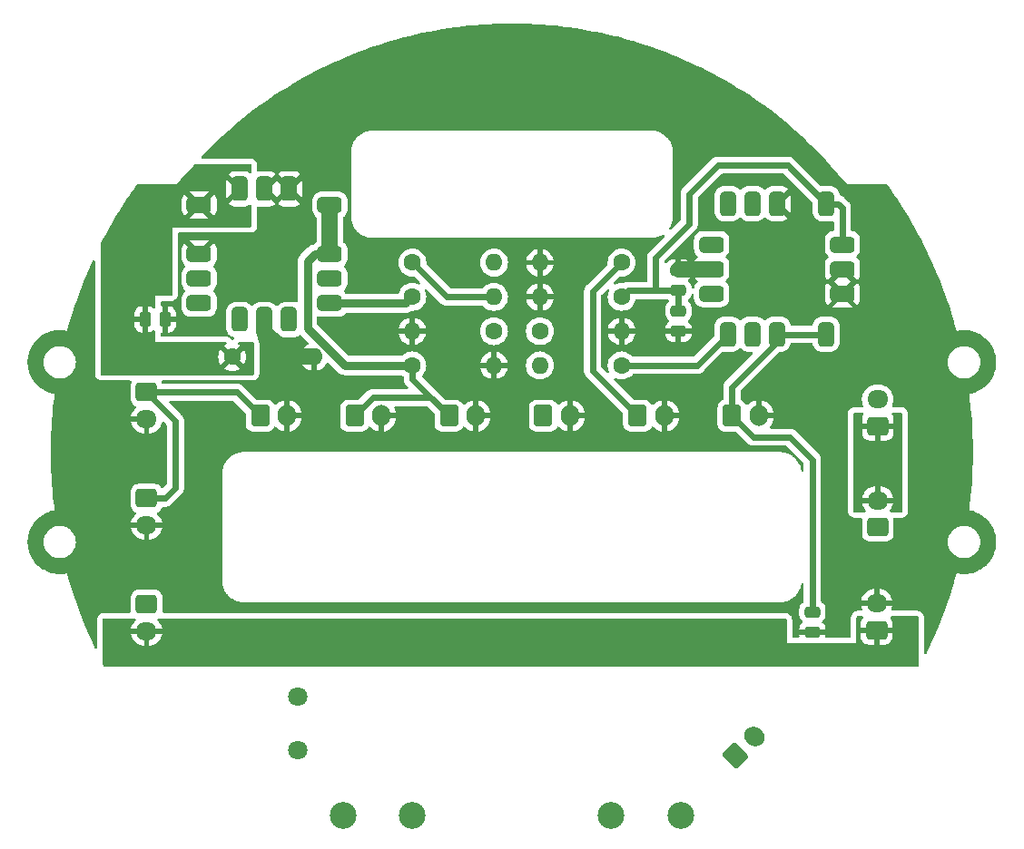
<source format=gbr>
%TF.GenerationSoftware,KiCad,Pcbnew,7.0.5*%
%TF.CreationDate,2024-07-07T22:05:08+09:00*%
%TF.ProjectId,dengen,64656e67-656e-42e6-9b69-6361645f7063,rev?*%
%TF.SameCoordinates,Original*%
%TF.FileFunction,Copper,L1,Top*%
%TF.FilePolarity,Positive*%
%FSLAX46Y46*%
G04 Gerber Fmt 4.6, Leading zero omitted, Abs format (unit mm)*
G04 Created by KiCad (PCBNEW 7.0.5) date 2024-07-07 22:05:08*
%MOMM*%
%LPD*%
G01*
G04 APERTURE LIST*
G04 Aperture macros list*
%AMRoundRect*
0 Rectangle with rounded corners*
0 $1 Rounding radius*
0 $2 $3 $4 $5 $6 $7 $8 $9 X,Y pos of 4 corners*
0 Add a 4 corners polygon primitive as box body*
4,1,4,$2,$3,$4,$5,$6,$7,$8,$9,$2,$3,0*
0 Add four circle primitives for the rounded corners*
1,1,$1+$1,$2,$3*
1,1,$1+$1,$4,$5*
1,1,$1+$1,$6,$7*
1,1,$1+$1,$8,$9*
0 Add four rect primitives between the rounded corners*
20,1,$1+$1,$2,$3,$4,$5,0*
20,1,$1+$1,$4,$5,$6,$7,0*
20,1,$1+$1,$6,$7,$8,$9,0*
20,1,$1+$1,$8,$9,$2,$3,0*%
%AMHorizOval*
0 Thick line with rounded ends*
0 $1 width*
0 $2 $3 position (X,Y) of the first rounded end (center of the circle)*
0 $4 $5 position (X,Y) of the second rounded end (center of the circle)*
0 Add line between two ends*
20,1,$1,$2,$3,$4,$5,0*
0 Add two circle primitives to create the rounded ends*
1,1,$1,$2,$3*
1,1,$1,$4,$5*%
G04 Aperture macros list end*
%TA.AperFunction,ComponentPad*%
%ADD10C,1.600000*%
%TD*%
%TA.AperFunction,ComponentPad*%
%ADD11O,1.600000X1.600000*%
%TD*%
%TA.AperFunction,ComponentPad*%
%ADD12C,2.500000*%
%TD*%
%TA.AperFunction,SMDPad,CuDef*%
%ADD13RoundRect,0.250000X-0.475000X0.250000X-0.475000X-0.250000X0.475000X-0.250000X0.475000X0.250000X0*%
%TD*%
%TA.AperFunction,SMDPad,CuDef*%
%ADD14RoundRect,0.250000X-0.250000X-0.475000X0.250000X-0.475000X0.250000X0.475000X-0.250000X0.475000X0*%
%TD*%
%TA.AperFunction,ComponentPad*%
%ADD15RoundRect,0.250000X-0.600000X-0.750000X0.600000X-0.750000X0.600000X0.750000X-0.600000X0.750000X0*%
%TD*%
%TA.AperFunction,ComponentPad*%
%ADD16O,1.700000X2.000000*%
%TD*%
%TA.AperFunction,SMDPad,CuDef*%
%ADD17RoundRect,0.381000X0.381000X-0.762000X0.381000X0.762000X-0.381000X0.762000X-0.381000X-0.762000X0*%
%TD*%
%TA.AperFunction,SMDPad,CuDef*%
%ADD18RoundRect,0.381000X-0.762000X-0.381000X0.762000X-0.381000X0.762000X0.381000X-0.762000X0.381000X0*%
%TD*%
%TA.AperFunction,SMDPad,CuDef*%
%ADD19RoundRect,0.381000X0.762000X0.381000X-0.762000X0.381000X-0.762000X-0.381000X0.762000X-0.381000X0*%
%TD*%
%TA.AperFunction,SMDPad,CuDef*%
%ADD20RoundRect,0.250000X0.475000X-0.250000X0.475000X0.250000X-0.475000X0.250000X-0.475000X-0.250000X0*%
%TD*%
%TA.AperFunction,ComponentPad*%
%ADD21RoundRect,0.250000X-0.725000X0.600000X-0.725000X-0.600000X0.725000X-0.600000X0.725000X0.600000X0*%
%TD*%
%TA.AperFunction,ComponentPad*%
%ADD22O,1.950000X1.700000*%
%TD*%
%TA.AperFunction,ComponentPad*%
%ADD23RoundRect,0.250000X0.725000X-0.600000X0.725000X0.600000X-0.725000X0.600000X-0.725000X-0.600000X0*%
%TD*%
%TA.AperFunction,ComponentPad*%
%ADD24C,1.800000*%
%TD*%
%TA.AperFunction,ComponentPad*%
%ADD25RoundRect,0.250000X0.106066X-0.954594X0.954594X-0.106066X-0.106066X0.954594X-0.954594X0.106066X0*%
%TD*%
%TA.AperFunction,ComponentPad*%
%ADD26HorizOval,1.700000X-0.106066X0.106066X0.106066X-0.106066X0*%
%TD*%
%TA.AperFunction,SMDPad,CuDef*%
%ADD27RoundRect,0.381000X-0.381000X0.762000X-0.381000X-0.762000X0.381000X-0.762000X0.381000X0.762000X0*%
%TD*%
%TA.AperFunction,Conductor*%
%ADD28C,0.600000*%
%TD*%
%TA.AperFunction,Conductor*%
%ADD29C,1.500000*%
%TD*%
%TA.AperFunction,Conductor*%
%ADD30C,0.800000*%
%TD*%
%TA.AperFunction,Conductor*%
%ADD31C,0.250000*%
%TD*%
G04 APERTURE END LIST*
D10*
%TO.P,R9,1*%
%TO.N,Net-(U2-Trim)*%
X160700000Y-90500000D03*
D11*
%TO.P,R9,2*%
%TO.N,Net-(R10-Pad1)*%
X153080000Y-90500000D03*
%TD*%
D12*
%TO.P,Fuse,1*%
%TO.N,Net-(Vin1-Pin_1)*%
X134700000Y-132500000D03*
X141200000Y-132500000D03*
%TO.P,Fuse,2*%
%TO.N,Net-(J1-Pin_1)*%
X159700000Y-132500000D03*
X166200000Y-132500000D03*
%TD*%
D13*
%TO.P,C2,1*%
%TO.N,+5V*%
X166000000Y-85400000D03*
%TO.P,C2,2*%
%TO.N,GND*%
X166000000Y-87300000D03*
%TD*%
D14*
%TO.P,C1,1*%
%TO.N,VCC*%
X116250000Y-86200000D03*
%TO.P,C1,2*%
%TO.N,GND*%
X118150000Y-86200000D03*
%TD*%
D15*
%TO.P,3.3V2,1,Pin_1*%
%TO.N,+3.3V*%
X171000000Y-95200000D03*
D16*
%TO.P,3.3V2,2,Pin_2*%
%TO.N,GND*%
X173500000Y-95200000D03*
%TD*%
D17*
%TO.P,U2,1,ON/Off*%
%TO.N,GND*%
X175200000Y-75400000D03*
%TO.P,U2,2,Vin*%
%TO.N,+5V*%
X179780000Y-75400000D03*
D18*
X181300000Y-79210000D03*
%TO.P,U2,3,GND*%
%TO.N,GND*%
X181300000Y-81500000D03*
X181300000Y-83790000D03*
D17*
%TO.P,U2,4,Vout*%
%TO.N,+3.3V*%
X179780000Y-87600000D03*
%TO.P,U2,5,Sense*%
X175200000Y-87600000D03*
%TO.P,U2,6,Trim*%
%TO.N,Net-(U2-Trim)*%
X170620000Y-87600000D03*
D19*
%TO.P,U2,7,GND*%
%TO.N,GND*%
X169100000Y-81500000D03*
%TO.P,U2,8*%
%TO.N,N/C*%
X169100000Y-79210000D03*
D17*
%TO.P,U2,9*%
X170620000Y-75400000D03*
%TO.P,U2,10*%
X172910000Y-75400000D03*
%TO.P,U2,11*%
X172910000Y-87600000D03*
D19*
%TO.P,U2,12*%
X169100000Y-83790000D03*
%TD*%
D15*
%TO.P,5V2,1,Pin_1*%
%TO.N,+5V*%
X144600000Y-95200000D03*
D16*
%TO.P,5V2,2,Pin_2*%
%TO.N,GND*%
X147100000Y-95200000D03*
%TD*%
D20*
%TO.P,C4,1*%
%TO.N,+5V*%
X166000000Y-83500000D03*
%TO.P,C4,2*%
%TO.N,GND*%
X166000000Y-81600000D03*
%TD*%
D10*
%TO.P,R3,1*%
%TO.N,Net-(R2-Pad2)*%
X141190000Y-80900000D03*
D11*
%TO.P,R3,2*%
%TO.N,Net-(R3-Pad2)*%
X148810000Y-80900000D03*
%TD*%
D13*
%TO.P,C5,1*%
%TO.N,+3.3V*%
X178500000Y-113500000D03*
%TO.P,C5,2*%
%TO.N,GND*%
X178500000Y-115400000D03*
%TD*%
D21*
%TO.P,12V3,1,Pin_1*%
%TO.N,Net-(12V1-Pin_1)*%
X116400000Y-93000000D03*
D22*
%TO.P,12V3,2,Pin_2*%
%TO.N,GND*%
X116400000Y-95500000D03*
%TD*%
D23*
%TO.P,Vin2,1,Pin_1*%
%TO.N,Net-(Vin1-Pin_2)*%
X184500000Y-115200000D03*
D22*
%TO.P,Vin2,2,Pin_2*%
%TO.N,GND*%
X184500000Y-112700000D03*
%TD*%
D23*
%TO.P,ON/OFF2,1,Pin_1*%
%TO.N,Net-(J1-Pin_2)*%
X184600000Y-105600000D03*
D22*
%TO.P,ON/OFF2,2,Pin_2*%
%TO.N,VCC*%
X184600000Y-103100000D03*
%TD*%
D15*
%TO.P,5V1,1,Pin_1*%
%TO.N,+5V*%
X135800000Y-95200000D03*
D16*
%TO.P,5V1,2,Pin_2*%
%TO.N,GND*%
X138300000Y-95200000D03*
%TD*%
D10*
%TO.P,R10,1*%
%TO.N,Net-(R10-Pad1)*%
X148800000Y-87300000D03*
D11*
%TO.P,R10,2*%
%TO.N,GND*%
X141180000Y-87300000D03*
%TD*%
D15*
%TO.P,5V3,1,Pin_1*%
%TO.N,+5V*%
X153400000Y-95200000D03*
D16*
%TO.P,5V3,2,Pin_2*%
%TO.N,GND*%
X155900000Y-95200000D03*
%TD*%
D10*
%TO.P,R4,1*%
%TO.N,Net-(R3-Pad2)*%
X153090000Y-87300000D03*
D11*
%TO.P,R4,2*%
%TO.N,GND*%
X160710000Y-87300000D03*
%TD*%
D10*
%TO.P,R12,1*%
%TO.N,+3.3V*%
X160700000Y-80900000D03*
D11*
%TO.P,R12,2*%
%TO.N,GND*%
X153080000Y-80900000D03*
%TD*%
D24*
%TO.P,C3,1*%
%TO.N,Net-(Vin1-Pin_1)*%
X130500000Y-121400000D03*
%TO.P,C3,2*%
X130500000Y-126400000D03*
%TD*%
D10*
%TO.P,R1,1*%
%TO.N,VCC*%
X124390000Y-89700000D03*
D11*
%TO.P,R1,2*%
%TO.N,GND*%
X132010000Y-89700000D03*
%TD*%
D10*
%TO.P,R2,1*%
%TO.N,Net-(U1-Trim)*%
X141180000Y-84100000D03*
D11*
%TO.P,R2,2*%
%TO.N,Net-(R2-Pad2)*%
X148800000Y-84100000D03*
%TD*%
D10*
%TO.P,R8,1*%
%TO.N,+5V*%
X141180000Y-90500000D03*
D11*
%TO.P,R8,2*%
%TO.N,GND*%
X148800000Y-90500000D03*
%TD*%
D10*
%TO.P,R5,1*%
%TO.N,+5V*%
X160710000Y-84100000D03*
D11*
%TO.P,R5,2*%
%TO.N,GND*%
X153090000Y-84100000D03*
%TD*%
D25*
%TO.P,Voltmeter,1,Pin_1*%
%TO.N,Net-(J1-Pin_1)*%
X171307969Y-126875736D03*
D26*
%TO.P,Voltmeter,2,Pin_2*%
%TO.N,Net-(J1-Pin_2)*%
X173075736Y-125107969D03*
%TD*%
D19*
%TO.P,U1,1,ON/Off*%
%TO.N,GND*%
X121300000Y-80120000D03*
%TO.P,U1,2,Vin*%
%TO.N,VCC*%
X121300000Y-75540000D03*
D17*
X125110000Y-74020000D03*
%TO.P,U1,3,GND*%
%TO.N,GND*%
X127400000Y-74020000D03*
X129690000Y-74020000D03*
D19*
%TO.P,U1,4,Vout*%
%TO.N,+5V*%
X133500000Y-75540000D03*
%TO.P,U1,5,Sense*%
X133500000Y-80120000D03*
%TO.P,U1,6,Trim*%
%TO.N,Net-(U1-Trim)*%
X133500000Y-84700000D03*
D27*
%TO.P,U1,7,GND*%
%TO.N,GND*%
X127400000Y-86220000D03*
%TO.P,U1,8*%
%TO.N,N/C*%
X125110000Y-86220000D03*
D19*
%TO.P,U1,9*%
X121300000Y-84700000D03*
%TO.P,U1,10*%
X121300000Y-82410000D03*
%TO.P,U1,11*%
X133500000Y-82410000D03*
D27*
%TO.P,U1,12*%
X129690000Y-86220000D03*
%TD*%
D23*
%TO.P,ON/OFF1,1,Pin_1*%
%TO.N,VCC*%
X184600000Y-96150000D03*
D22*
%TO.P,ON/OFF1,2,Pin_2*%
%TO.N,Net-(12V1-Pin_1)*%
X184600000Y-93650000D03*
%TD*%
D21*
%TO.P,Vin1,1,Pin_1*%
%TO.N,Net-(Vin1-Pin_1)*%
X116400000Y-112800000D03*
D22*
%TO.P,Vin1,2,Pin_2*%
%TO.N,Net-(Vin1-Pin_2)*%
X116400000Y-115300000D03*
%TD*%
D15*
%TO.P,3.3V1,1,Pin_1*%
%TO.N,+3.3V*%
X162200000Y-95200000D03*
D16*
%TO.P,3.3V1,2,Pin_2*%
%TO.N,GND*%
X164700000Y-95200000D03*
%TD*%
D15*
%TO.P,12V1,1,Pin_1*%
%TO.N,Net-(12V1-Pin_1)*%
X127000000Y-95200000D03*
D16*
%TO.P,12V1,2,Pin_2*%
%TO.N,GND*%
X129500000Y-95200000D03*
%TD*%
D21*
%TO.P,12V2,1,Pin_1*%
%TO.N,Net-(12V1-Pin_1)*%
X116400000Y-102900000D03*
D22*
%TO.P,12V2,2,Pin_2*%
%TO.N,GND*%
X116400000Y-105400000D03*
%TD*%
D28*
%TO.N,GND*%
X166100000Y-81500000D02*
X166000000Y-81600000D01*
D29*
X169100000Y-81500000D02*
X166100000Y-81500000D01*
X129737000Y-89700000D02*
X132010000Y-89700000D01*
X127400000Y-87363000D02*
X129737000Y-89700000D01*
X127400000Y-86220000D02*
X127400000Y-87363000D01*
D28*
X184300000Y-112700000D02*
X184500000Y-112700000D01*
%TO.N,+5V*%
X141180000Y-91780000D02*
X142900000Y-93500000D01*
X161310000Y-83500000D02*
X163900000Y-83500000D01*
X180900000Y-75400000D02*
X181300000Y-75800000D01*
X160710000Y-84100000D02*
X161310000Y-83500000D01*
X181300000Y-75800000D02*
X181300000Y-79210000D01*
X163900000Y-80400000D02*
X163900000Y-83500000D01*
D30*
X133500000Y-80120000D02*
X132080000Y-80120000D01*
X134900000Y-90500000D02*
X141180000Y-90500000D01*
D28*
X166000000Y-83500000D02*
X166000000Y-85400000D01*
X142900000Y-93500000D02*
X144600000Y-95200000D01*
X176180000Y-71800000D02*
X179780000Y-75400000D01*
X163900000Y-80400000D02*
X167000000Y-77300000D01*
X179780000Y-75400000D02*
X180900000Y-75400000D01*
X163900000Y-83500000D02*
X166000000Y-83500000D01*
X137500000Y-93500000D02*
X142900000Y-93500000D01*
X167000000Y-74500000D02*
X169700000Y-71800000D01*
D29*
X133500000Y-75540000D02*
X133500000Y-80120000D01*
D28*
X167000000Y-77300000D02*
X167000000Y-74500000D01*
X141180000Y-90500000D02*
X141180000Y-91780000D01*
X169700000Y-71800000D02*
X176180000Y-71800000D01*
D30*
X131400000Y-87000000D02*
X134900000Y-90500000D01*
X131400000Y-80800000D02*
X131400000Y-87000000D01*
D28*
X135800000Y-95200000D02*
X137500000Y-93500000D01*
D30*
X132080000Y-80120000D02*
X131400000Y-80800000D01*
D28*
%TO.N,Net-(12V1-Pin_1)*%
X116400000Y-93000000D02*
X119100000Y-95700000D01*
X119100000Y-95700000D02*
X119100000Y-101900000D01*
X116400000Y-93000000D02*
X124800000Y-93000000D01*
X119100000Y-101900000D02*
X118100000Y-102900000D01*
X118100000Y-102900000D02*
X116400000Y-102900000D01*
X124800000Y-93000000D02*
X127000000Y-95200000D01*
%TO.N,+3.3V*%
X171000000Y-95200000D02*
X171000000Y-92500000D01*
X158000000Y-83600000D02*
X160700000Y-80900000D01*
X176400000Y-97200000D02*
X173000000Y-97200000D01*
X158000000Y-91000000D02*
X158000000Y-83600000D01*
X178500000Y-99300000D02*
X176400000Y-97200000D01*
X162200000Y-95200000D02*
X158000000Y-91000000D01*
X171000000Y-92500000D02*
X175200000Y-88300000D01*
X175200000Y-88300000D02*
X175200000Y-87600000D01*
X178500000Y-99300000D02*
X178500000Y-113500000D01*
X175200000Y-87600000D02*
X179780000Y-87600000D01*
X173000000Y-97200000D02*
X171000000Y-95200000D01*
%TO.N,Net-(R2-Pad2)*%
X141190000Y-80900000D02*
X144390000Y-84100000D01*
X144390000Y-84100000D02*
X148800000Y-84100000D01*
D30*
%TO.N,Net-(U1-Trim)*%
X133500000Y-84700000D02*
X140580000Y-84700000D01*
D31*
X140580000Y-84700000D02*
X141180000Y-84100000D01*
D28*
%TO.N,Net-(U2-Trim)*%
X167720000Y-90500000D02*
X170620000Y-87600000D01*
X160700000Y-90500000D02*
X167720000Y-90500000D01*
%TD*%
%TA.AperFunction,Conductor*%
%TO.N,VCC*%
G36*
X126143039Y-71719685D02*
G01*
X126188794Y-71772489D01*
X126200000Y-71824000D01*
X126200000Y-72438805D01*
X126180315Y-72505844D01*
X126127511Y-72551599D01*
X126058353Y-72561543D01*
X125998314Y-72535453D01*
X125968275Y-72511307D01*
X125796602Y-72426165D01*
X125610638Y-72379918D01*
X125610642Y-72379918D01*
X125567604Y-72377000D01*
X124652394Y-72377000D01*
X124652390Y-72377001D01*
X124609367Y-72379917D01*
X124609365Y-72379917D01*
X124423397Y-72426165D01*
X124251724Y-72511307D01*
X124102369Y-72631362D01*
X124102363Y-72631368D01*
X124090133Y-72646581D01*
X125110000Y-73666447D01*
X125375871Y-73932318D01*
X125409356Y-73993641D01*
X125404372Y-74063333D01*
X125375871Y-74107680D01*
X124090133Y-75393418D01*
X124102362Y-75408629D01*
X124102369Y-75408637D01*
X124251725Y-75528692D01*
X124251724Y-75528692D01*
X124423397Y-75613834D01*
X124609361Y-75660081D01*
X124609357Y-75660081D01*
X124652395Y-75662999D01*
X125567605Y-75662999D01*
X125567609Y-75662998D01*
X125610632Y-75660082D01*
X125610634Y-75660082D01*
X125796602Y-75613834D01*
X125968272Y-75528693D01*
X125998312Y-75504547D01*
X126062896Y-75477888D01*
X126131640Y-75490378D01*
X126182719Y-75538051D01*
X126200000Y-75601194D01*
X126200000Y-77476000D01*
X126180315Y-77543039D01*
X126127511Y-77588794D01*
X126076000Y-77600000D01*
X118800000Y-77600000D01*
X118800000Y-83876000D01*
X118780315Y-83943039D01*
X118727511Y-83988794D01*
X118676000Y-84000000D01*
X117200000Y-84000000D01*
X117200000Y-85064977D01*
X117180315Y-85132016D01*
X117127511Y-85177771D01*
X117058353Y-85187715D01*
X116994797Y-85158690D01*
X116988319Y-85152658D01*
X116968345Y-85132684D01*
X116819124Y-85040643D01*
X116819119Y-85040641D01*
X116652697Y-84985494D01*
X116652690Y-84985493D01*
X116549986Y-84975000D01*
X116500000Y-84975000D01*
X116500000Y-87424999D01*
X116549972Y-87424999D01*
X116549986Y-87424998D01*
X116652697Y-87414505D01*
X116819119Y-87359358D01*
X116819124Y-87359356D01*
X116968345Y-87267315D01*
X116988319Y-87247342D01*
X117049642Y-87213857D01*
X117119334Y-87218841D01*
X117175267Y-87260713D01*
X117199684Y-87326177D01*
X117200000Y-87335023D01*
X117200000Y-88300000D01*
X123756919Y-88300000D01*
X123823958Y-88319685D01*
X123869713Y-88372489D01*
X123879657Y-88441647D01*
X123850632Y-88505203D01*
X123809324Y-88536382D01*
X123737513Y-88569868D01*
X123664527Y-88620972D01*
X123664526Y-88620973D01*
X124345600Y-89302046D01*
X124264852Y-89314835D01*
X124151955Y-89372359D01*
X124062359Y-89461955D01*
X124004835Y-89574852D01*
X123992046Y-89655599D01*
X123310973Y-88974526D01*
X123310972Y-88974527D01*
X123259868Y-89047513D01*
X123163734Y-89253673D01*
X123163730Y-89253682D01*
X123104860Y-89473389D01*
X123104858Y-89473400D01*
X123085034Y-89699997D01*
X123085034Y-89700002D01*
X123104858Y-89926599D01*
X123104860Y-89926610D01*
X123163730Y-90146317D01*
X123163734Y-90146326D01*
X123259865Y-90352481D01*
X123259866Y-90352483D01*
X123310973Y-90425471D01*
X123310974Y-90425472D01*
X123992046Y-89744399D01*
X124004835Y-89825148D01*
X124062359Y-89938045D01*
X124151955Y-90027641D01*
X124264852Y-90085165D01*
X124345599Y-90097953D01*
X123664526Y-90779025D01*
X123664526Y-90779026D01*
X123737512Y-90830131D01*
X123737516Y-90830133D01*
X123943673Y-90926265D01*
X123943682Y-90926269D01*
X124163389Y-90985139D01*
X124163400Y-90985141D01*
X124389998Y-91004966D01*
X124390002Y-91004966D01*
X124616599Y-90985141D01*
X124616610Y-90985139D01*
X124836317Y-90926269D01*
X124836331Y-90926264D01*
X125042478Y-90830136D01*
X125115472Y-90779025D01*
X124434401Y-90097953D01*
X124515148Y-90085165D01*
X124628045Y-90027641D01*
X124717641Y-89938045D01*
X124775165Y-89825148D01*
X124787953Y-89744400D01*
X125469025Y-90425472D01*
X125520136Y-90352478D01*
X125616264Y-90146331D01*
X125616269Y-90146317D01*
X125675139Y-89926610D01*
X125675141Y-89926599D01*
X125694966Y-89700002D01*
X125694966Y-89699997D01*
X125675141Y-89473400D01*
X125675139Y-89473389D01*
X125616269Y-89253682D01*
X125616265Y-89253673D01*
X125520133Y-89047516D01*
X125520131Y-89047512D01*
X125469026Y-88974526D01*
X125469025Y-88974526D01*
X124787953Y-89655598D01*
X124775165Y-89574852D01*
X124717641Y-89461955D01*
X124628045Y-89372359D01*
X124515148Y-89314835D01*
X124434400Y-89302046D01*
X125115472Y-88620974D01*
X125115471Y-88620973D01*
X125042483Y-88569866D01*
X125042481Y-88569865D01*
X124970676Y-88536382D01*
X124918237Y-88490210D01*
X124899085Y-88423016D01*
X124919301Y-88356135D01*
X124972466Y-88310800D01*
X125023081Y-88300000D01*
X126276000Y-88300000D01*
X126343039Y-88319685D01*
X126388794Y-88372489D01*
X126400000Y-88424000D01*
X126400000Y-91276000D01*
X126380315Y-91343039D01*
X126327511Y-91388794D01*
X126276000Y-91400000D01*
X112224000Y-91400000D01*
X112156961Y-91380315D01*
X112111206Y-91327511D01*
X112100000Y-91276000D01*
X112100000Y-86450000D01*
X115250001Y-86450000D01*
X115250001Y-86724986D01*
X115260494Y-86827697D01*
X115315641Y-86994119D01*
X115315643Y-86994124D01*
X115407684Y-87143345D01*
X115531654Y-87267315D01*
X115680875Y-87359356D01*
X115680880Y-87359358D01*
X115847302Y-87414505D01*
X115847309Y-87414506D01*
X115950019Y-87424999D01*
X115999999Y-87424998D01*
X116000000Y-87424998D01*
X116000000Y-86450000D01*
X115250001Y-86450000D01*
X112100000Y-86450000D01*
X112100000Y-85950000D01*
X115250000Y-85950000D01*
X116000000Y-85950000D01*
X116000000Y-84975000D01*
X115999999Y-84974999D01*
X115950029Y-84975000D01*
X115950011Y-84975001D01*
X115847302Y-84985494D01*
X115680880Y-85040641D01*
X115680875Y-85040643D01*
X115531654Y-85132684D01*
X115407684Y-85256654D01*
X115315643Y-85405875D01*
X115315641Y-85405880D01*
X115260494Y-85572302D01*
X115260493Y-85572309D01*
X115250000Y-85675013D01*
X115250000Y-85950000D01*
X112100000Y-85950000D01*
X112100000Y-79225837D01*
X112113476Y-79169620D01*
X112142779Y-79112010D01*
X112311797Y-78779721D01*
X112600396Y-78235481D01*
X112889761Y-77703017D01*
X113196277Y-77164060D01*
X113410462Y-76794323D01*
X120399228Y-76794323D01*
X120418360Y-76799081D01*
X120461395Y-76801999D01*
X122138605Y-76801999D01*
X122138609Y-76801998D01*
X122181627Y-76799083D01*
X122181637Y-76799081D01*
X122200769Y-76794322D01*
X121300000Y-75893553D01*
X120399228Y-76794322D01*
X120399228Y-76794323D01*
X113410462Y-76794323D01*
X113497625Y-76643858D01*
X113498141Y-76642989D01*
X113824634Y-76106413D01*
X113891690Y-75997605D01*
X119657000Y-75997605D01*
X119657001Y-75997609D01*
X119659917Y-76040632D01*
X119659917Y-76040634D01*
X119706165Y-76226602D01*
X119791307Y-76398275D01*
X119911363Y-76547632D01*
X119926581Y-76559865D01*
X120946446Y-75540001D01*
X120946446Y-75540000D01*
X121653553Y-75540000D01*
X122673417Y-76559864D01*
X122688635Y-76547631D01*
X122808692Y-76398275D01*
X122893834Y-76226602D01*
X122940081Y-76040640D01*
X122942999Y-75997604D01*
X122942999Y-75082394D01*
X122942998Y-75082390D01*
X122940082Y-75039367D01*
X122940082Y-75039365D01*
X122895129Y-74858605D01*
X123848000Y-74858605D01*
X123848001Y-74858609D01*
X123850917Y-74901634D01*
X123855675Y-74920769D01*
X123855676Y-74920770D01*
X124756447Y-74020000D01*
X123855676Y-73119229D01*
X123850918Y-73138362D01*
X123848000Y-73181395D01*
X123848000Y-74858605D01*
X122895129Y-74858605D01*
X122893834Y-74853397D01*
X122808692Y-74681724D01*
X122688637Y-74532369D01*
X122688629Y-74532362D01*
X122673418Y-74520133D01*
X122673417Y-74520133D01*
X121653553Y-75539998D01*
X121653553Y-75540000D01*
X120946446Y-75540000D01*
X120946446Y-75539999D01*
X119926581Y-74520133D01*
X119911368Y-74532363D01*
X119911362Y-74532369D01*
X119791307Y-74681724D01*
X119706165Y-74853397D01*
X119659918Y-75039359D01*
X119657000Y-75082395D01*
X119657000Y-75997605D01*
X113891690Y-75997605D01*
X114135381Y-75602185D01*
X114136030Y-75601159D01*
X114490079Y-75056203D01*
X114802409Y-74579030D01*
X114803186Y-74577876D01*
X115005532Y-74285676D01*
X120399229Y-74285676D01*
X121300000Y-75186447D01*
X121300001Y-75186447D01*
X122200770Y-74285676D01*
X122200769Y-74285675D01*
X122181643Y-74280919D01*
X122181638Y-74280918D01*
X122138604Y-74278000D01*
X120461394Y-74278000D01*
X120461390Y-74278001D01*
X120418369Y-74280917D01*
X120399229Y-74285676D01*
X115005532Y-74285676D01*
X115231988Y-73958659D01*
X115451343Y-73642672D01*
X115505744Y-73598827D01*
X115553206Y-73589384D01*
X119205138Y-73589384D01*
X119217740Y-73593084D01*
X119248854Y-73589586D01*
X119248855Y-73589587D01*
X119248855Y-73589586D01*
X119249144Y-73589554D01*
X119251403Y-73587026D01*
X119257432Y-73581002D01*
X119261329Y-73574477D01*
X119586176Y-73181344D01*
X120035462Y-72637613D01*
X120036652Y-72636216D01*
X120724124Y-71854689D01*
X120724137Y-71854701D01*
X120724184Y-71854622D01*
X120724722Y-71854009D01*
X120823393Y-71742024D01*
X120882483Y-71704738D01*
X120916431Y-71700000D01*
X126076000Y-71700000D01*
X126143039Y-71719685D01*
G37*
%TD.AperFunction*%
%TD*%
%TA.AperFunction,Conductor*%
%TO.N,VCC*%
G36*
X183239594Y-94919685D02*
G01*
X183285349Y-94972489D01*
X183295293Y-95041647D01*
X183278094Y-95089097D01*
X183190643Y-95230875D01*
X183190641Y-95230880D01*
X183135494Y-95397302D01*
X183135493Y-95397309D01*
X183125000Y-95500013D01*
X183125000Y-95900000D01*
X184196031Y-95900000D01*
X184163481Y-95950649D01*
X184125000Y-96081705D01*
X184125000Y-96218295D01*
X184163481Y-96349351D01*
X184196031Y-96400000D01*
X183125001Y-96400000D01*
X183125001Y-96799986D01*
X183135494Y-96902697D01*
X183190641Y-97069119D01*
X183190643Y-97069124D01*
X183282684Y-97218345D01*
X183406654Y-97342315D01*
X183555875Y-97434356D01*
X183555880Y-97434358D01*
X183722302Y-97489505D01*
X183722309Y-97489506D01*
X183825019Y-97499999D01*
X184349999Y-97499999D01*
X184350000Y-97499998D01*
X184350000Y-96558018D01*
X184464801Y-96610446D01*
X184566025Y-96625000D01*
X184633975Y-96625000D01*
X184735199Y-96610446D01*
X184850000Y-96558018D01*
X184850000Y-97499999D01*
X185374972Y-97499999D01*
X185374986Y-97499998D01*
X185477697Y-97489505D01*
X185644119Y-97434358D01*
X185644124Y-97434356D01*
X185793345Y-97342315D01*
X185917315Y-97218345D01*
X186009356Y-97069124D01*
X186009358Y-97069119D01*
X186064505Y-96902697D01*
X186064506Y-96902690D01*
X186074999Y-96799986D01*
X186075000Y-96799973D01*
X186075000Y-96400000D01*
X185003969Y-96400000D01*
X185036519Y-96349351D01*
X185075000Y-96218295D01*
X185075000Y-96081705D01*
X185036519Y-95950649D01*
X185003969Y-95900000D01*
X186074999Y-95900000D01*
X186074999Y-95500028D01*
X186074998Y-95500013D01*
X186064505Y-95397302D01*
X186009358Y-95230880D01*
X186009356Y-95230875D01*
X185921906Y-95089097D01*
X185903466Y-95021705D01*
X185924388Y-94955041D01*
X185978030Y-94910271D01*
X186027445Y-94900000D01*
X186776000Y-94900000D01*
X186843039Y-94919685D01*
X186888794Y-94972489D01*
X186900000Y-95024000D01*
X186900000Y-104076000D01*
X186880315Y-104143039D01*
X186827511Y-104188794D01*
X186776000Y-104200000D01*
X185833550Y-104200000D01*
X185766511Y-104180315D01*
X185720756Y-104127511D01*
X185710812Y-104058353D01*
X185739837Y-103994797D01*
X185745869Y-103988319D01*
X185763105Y-103971082D01*
X185898600Y-103777578D01*
X185998429Y-103563492D01*
X185998432Y-103563486D01*
X186055636Y-103350000D01*
X185003969Y-103350000D01*
X185036519Y-103299351D01*
X185075000Y-103168295D01*
X185075000Y-103031705D01*
X185036519Y-102900649D01*
X185003969Y-102850000D01*
X186055636Y-102850000D01*
X186055635Y-102849999D01*
X185998432Y-102636513D01*
X185998429Y-102636507D01*
X185898600Y-102422422D01*
X185898599Y-102422420D01*
X185763113Y-102228926D01*
X185763108Y-102228920D01*
X185596079Y-102061891D01*
X185596073Y-102061886D01*
X185402579Y-101926400D01*
X185402577Y-101926399D01*
X185188492Y-101826570D01*
X185188483Y-101826566D01*
X184960326Y-101765432D01*
X184960316Y-101765430D01*
X184850000Y-101755778D01*
X184850000Y-102691981D01*
X184735199Y-102639554D01*
X184633975Y-102625000D01*
X184566025Y-102625000D01*
X184464801Y-102639554D01*
X184350000Y-102691981D01*
X184350000Y-101755778D01*
X184239683Y-101765430D01*
X184239673Y-101765432D01*
X184011516Y-101826566D01*
X184011507Y-101826570D01*
X183797422Y-101926399D01*
X183797420Y-101926400D01*
X183603926Y-102061886D01*
X183603920Y-102061891D01*
X183436894Y-102228917D01*
X183301399Y-102422421D01*
X183201570Y-102636507D01*
X183201567Y-102636513D01*
X183144364Y-102849999D01*
X183144364Y-102850000D01*
X184196031Y-102850000D01*
X184163481Y-102900649D01*
X184125000Y-103031705D01*
X184125000Y-103168295D01*
X184163481Y-103299351D01*
X184196031Y-103350000D01*
X183144364Y-103350000D01*
X183201567Y-103563486D01*
X183201570Y-103563492D01*
X183301399Y-103777577D01*
X183301400Y-103777579D01*
X183436886Y-103971073D01*
X183436891Y-103971079D01*
X183454131Y-103988319D01*
X183487616Y-104049642D01*
X183482632Y-104119334D01*
X183440760Y-104175267D01*
X183375296Y-104199684D01*
X183366450Y-104200000D01*
X182424000Y-104200000D01*
X182356961Y-104180315D01*
X182311206Y-104127511D01*
X182300000Y-104076000D01*
X182300000Y-95024000D01*
X182319685Y-94956961D01*
X182372489Y-94911206D01*
X182424000Y-94900000D01*
X183172555Y-94900000D01*
X183239594Y-94919685D01*
G37*
%TD.AperFunction*%
%TD*%
%TA.AperFunction,Conductor*%
%TO.N,Net-(Vin1-Pin_2)*%
G36*
X183182016Y-113919685D02*
G01*
X183227771Y-113972489D01*
X183237715Y-114041647D01*
X183208690Y-114105203D01*
X183202658Y-114111681D01*
X183182684Y-114131654D01*
X183090643Y-114280875D01*
X183090641Y-114280880D01*
X183035494Y-114447302D01*
X183035493Y-114447309D01*
X183025000Y-114550013D01*
X183025000Y-114950000D01*
X184096031Y-114950000D01*
X184063481Y-115000649D01*
X184025000Y-115131705D01*
X184025000Y-115268295D01*
X184063481Y-115399351D01*
X184096031Y-115450000D01*
X183025001Y-115450000D01*
X183025001Y-115849986D01*
X183035494Y-115952697D01*
X183090641Y-116119119D01*
X183090643Y-116119124D01*
X183182684Y-116268345D01*
X183306654Y-116392315D01*
X183455875Y-116484356D01*
X183455880Y-116484358D01*
X183622302Y-116539505D01*
X183622309Y-116539506D01*
X183725019Y-116549999D01*
X184249999Y-116549999D01*
X184250000Y-116549998D01*
X184250000Y-115608018D01*
X184364801Y-115660446D01*
X184466025Y-115675000D01*
X184533975Y-115675000D01*
X184635199Y-115660446D01*
X184750000Y-115608018D01*
X184750000Y-116549999D01*
X185274972Y-116549999D01*
X185274986Y-116549998D01*
X185377697Y-116539505D01*
X185544119Y-116484358D01*
X185544124Y-116484356D01*
X185693345Y-116392315D01*
X185817315Y-116268345D01*
X185909356Y-116119124D01*
X185909358Y-116119119D01*
X185964505Y-115952697D01*
X185964506Y-115952690D01*
X185974999Y-115849986D01*
X185975000Y-115849973D01*
X185975000Y-115450000D01*
X184903969Y-115450000D01*
X184936519Y-115399351D01*
X184975000Y-115268295D01*
X184975000Y-115131705D01*
X184936519Y-115000649D01*
X184903969Y-114950000D01*
X185974999Y-114950000D01*
X185974999Y-114550028D01*
X185974998Y-114550013D01*
X185964505Y-114447302D01*
X185909358Y-114280880D01*
X185909356Y-114280875D01*
X185817315Y-114131654D01*
X185797342Y-114111681D01*
X185763857Y-114050358D01*
X185768841Y-113980666D01*
X185810713Y-113924733D01*
X185876177Y-113900316D01*
X185885023Y-113900000D01*
X188276000Y-113900000D01*
X188343039Y-113919685D01*
X188388794Y-113972489D01*
X188400000Y-114024000D01*
X188400000Y-118476000D01*
X188380315Y-118543039D01*
X188327511Y-118588794D01*
X188276000Y-118600000D01*
X163697210Y-118600000D01*
X163689113Y-118599469D01*
X163649788Y-118594292D01*
X163604898Y-118588383D01*
X163604893Y-118588382D01*
X163604888Y-118588382D01*
X163604880Y-118588382D01*
X163473766Y-118588384D01*
X163469013Y-118588384D01*
X163464579Y-118588225D01*
X163447376Y-118586992D01*
X163439727Y-118588384D01*
X137525145Y-118588384D01*
X137525084Y-118588366D01*
X137508428Y-118588366D01*
X137503052Y-118586787D01*
X137483184Y-118588209D01*
X137478759Y-118588367D01*
X137473767Y-118588367D01*
X137464806Y-118588367D01*
X137342647Y-118588369D01*
X137258349Y-118599469D01*
X137250247Y-118600000D01*
X112493478Y-118600000D01*
X112426439Y-118580315D01*
X112383928Y-118534092D01*
X112314450Y-118403070D01*
X112300000Y-118344978D01*
X112300000Y-114224000D01*
X112319685Y-114156961D01*
X112372489Y-114111206D01*
X112424000Y-114100000D01*
X115266450Y-114100000D01*
X115333489Y-114119685D01*
X115379244Y-114172489D01*
X115389188Y-114241647D01*
X115360163Y-114305203D01*
X115354131Y-114311681D01*
X115236894Y-114428917D01*
X115101399Y-114622421D01*
X115001570Y-114836507D01*
X115001567Y-114836513D01*
X114944364Y-115049999D01*
X114944364Y-115050000D01*
X115996031Y-115050000D01*
X115963481Y-115100649D01*
X115925000Y-115231705D01*
X115925000Y-115368295D01*
X115963481Y-115499351D01*
X115996031Y-115550000D01*
X114944364Y-115550000D01*
X115001567Y-115763486D01*
X115001570Y-115763492D01*
X115101399Y-115977577D01*
X115101400Y-115977579D01*
X115236886Y-116171073D01*
X115236891Y-116171079D01*
X115403920Y-116338108D01*
X115403926Y-116338113D01*
X115597420Y-116473599D01*
X115597422Y-116473600D01*
X115811507Y-116573429D01*
X115811516Y-116573433D01*
X116039678Y-116634568D01*
X116150000Y-116644219D01*
X116150000Y-115708018D01*
X116264801Y-115760446D01*
X116366025Y-115775000D01*
X116433975Y-115775000D01*
X116535199Y-115760446D01*
X116650000Y-115708018D01*
X116650000Y-116644219D01*
X116760320Y-116634568D01*
X116760323Y-116634568D01*
X116988483Y-116573433D01*
X116988492Y-116573429D01*
X117202577Y-116473600D01*
X117202579Y-116473599D01*
X117396073Y-116338113D01*
X117396079Y-116338108D01*
X117563105Y-116171082D01*
X117698600Y-115977578D01*
X117798429Y-115763492D01*
X117798432Y-115763486D01*
X117855636Y-115550000D01*
X116803969Y-115550000D01*
X116836519Y-115499351D01*
X116875000Y-115368295D01*
X116875000Y-115231705D01*
X116836519Y-115100649D01*
X116803969Y-115050000D01*
X117855636Y-115050000D01*
X117855635Y-115049999D01*
X117798432Y-114836513D01*
X117798429Y-114836507D01*
X117698600Y-114622422D01*
X117698599Y-114622420D01*
X117563113Y-114428926D01*
X117445869Y-114311681D01*
X117412385Y-114250358D01*
X117417369Y-114180666D01*
X117459241Y-114124733D01*
X117524705Y-114100316D01*
X117533551Y-114100000D01*
X175976000Y-114100000D01*
X176043039Y-114119685D01*
X176088794Y-114172489D01*
X176100000Y-114224000D01*
X176100000Y-116400000D01*
X177966934Y-116400000D01*
X177973237Y-116400320D01*
X177974991Y-116400500D01*
X179025008Y-116400499D01*
X179026754Y-116400320D01*
X179033054Y-116400000D01*
X182600000Y-116400000D01*
X182600000Y-114024000D01*
X182619685Y-113956961D01*
X182672489Y-113911206D01*
X182724000Y-113900000D01*
X183114977Y-113900000D01*
X183182016Y-113919685D01*
G37*
%TD.AperFunction*%
%TD*%
%TA.AperFunction,Conductor*%
%TO.N,GND*%
G36*
X167427691Y-81934790D02*
G01*
X167458438Y-81995376D01*
X167458600Y-81995336D01*
X167458774Y-81996038D01*
X167459311Y-81997095D01*
X167459903Y-82000545D01*
X167459915Y-82000627D01*
X167506165Y-82186602D01*
X167591307Y-82358275D01*
X167711365Y-82507633D01*
X167711366Y-82507634D01*
X167761622Y-82548031D01*
X167801541Y-82605374D01*
X167804121Y-82675196D01*
X167768542Y-82735329D01*
X167761624Y-82741324D01*
X167711008Y-82782011D01*
X167590883Y-82931453D01*
X167590881Y-82931456D01*
X167505694Y-83103220D01*
X167469834Y-83247417D01*
X167434551Y-83307724D01*
X167372266Y-83339382D01*
X167302752Y-83332341D01*
X167248080Y-83288835D01*
X167225608Y-83222678D01*
X167225499Y-83217490D01*
X167225499Y-83199998D01*
X167225498Y-83199980D01*
X167214999Y-83097203D01*
X167214998Y-83097200D01*
X167178688Y-82987624D01*
X167159814Y-82930666D01*
X167067712Y-82781344D01*
X166943656Y-82657288D01*
X166940342Y-82655243D01*
X166938546Y-82653248D01*
X166937989Y-82652807D01*
X166938064Y-82652711D01*
X166893618Y-82603297D01*
X166882397Y-82534334D01*
X166910240Y-82470252D01*
X166940348Y-82444165D01*
X166943342Y-82442318D01*
X167067315Y-82318345D01*
X167159356Y-82169124D01*
X167159358Y-82169119D01*
X167214505Y-82002697D01*
X167215924Y-81996071D01*
X167218373Y-81996595D01*
X167240424Y-81942517D01*
X167297595Y-81902351D01*
X167367405Y-81899471D01*
X167427691Y-81934790D01*
G37*
%TD.AperFunction*%
%TA.AperFunction,Conductor*%
G36*
X151431744Y-58604178D02*
G01*
X152006080Y-58622234D01*
X152676123Y-58653298D01*
X153249478Y-58689382D01*
X153918456Y-58741139D01*
X154490092Y-58795193D01*
X155157513Y-58867622D01*
X155413480Y-58899969D01*
X155726845Y-58939571D01*
X156392018Y-59032618D01*
X156958303Y-59122340D01*
X157620835Y-59235978D01*
X158183431Y-59343336D01*
X158842810Y-59477515D01*
X159400941Y-59602317D01*
X160056674Y-59756985D01*
X160287738Y-59816334D01*
X160609768Y-59899048D01*
X161260664Y-60073959D01*
X161261807Y-60074278D01*
X161806003Y-60232439D01*
X161808558Y-60233182D01*
X162007412Y-60293261D01*
X162454834Y-60428439D01*
X162456032Y-60428815D01*
X162996278Y-60604417D01*
X163637408Y-60819939D01*
X163638536Y-60820332D01*
X164171663Y-61012341D01*
X164807293Y-61248100D01*
X164808311Y-61248491D01*
X165333545Y-61456524D01*
X165963154Y-61712436D01*
X165964351Y-61712937D01*
X166480816Y-61936518D01*
X167104201Y-62212626D01*
X167105282Y-62213120D01*
X167612303Y-62451800D01*
X168228970Y-62748038D01*
X168230143Y-62748619D01*
X168726938Y-63001851D01*
X169180399Y-63237189D01*
X169336516Y-63318211D01*
X169337780Y-63318885D01*
X169636050Y-63482928D01*
X169823543Y-63586047D01*
X170425946Y-63922692D01*
X170427090Y-63923350D01*
X170900766Y-64203599D01*
X171418773Y-64514450D01*
X171495851Y-64560705D01*
X171497181Y-64561526D01*
X171957735Y-64853929D01*
X172545525Y-65231824D01*
X172546856Y-65232704D01*
X172993025Y-65536055D01*
X173573767Y-65935289D01*
X173575097Y-65936230D01*
X174005676Y-66249208D01*
X174579601Y-66670433D01*
X174580855Y-66671379D01*
X174911442Y-66927930D01*
X174994173Y-66992133D01*
X175562100Y-67436581D01*
X175563359Y-67437594D01*
X175956807Y-67763243D01*
X176520243Y-68232939D01*
X176521556Y-68234066D01*
X176701744Y-68393002D01*
X176891901Y-68560734D01*
X177226056Y-68857255D01*
X177453108Y-69058736D01*
X177454408Y-69059922D01*
X177491381Y-69094660D01*
X177796206Y-69381061D01*
X177796187Y-69381080D01*
X177796425Y-69381266D01*
X177953092Y-69529185D01*
X178359878Y-69913255D01*
X178361148Y-69914489D01*
X178665403Y-70218910D01*
X178665518Y-70219121D01*
X178665567Y-70219074D01*
X178757713Y-70311621D01*
X179239559Y-70795562D01*
X179240811Y-70796856D01*
X179487710Y-71059927D01*
X179487789Y-71060082D01*
X179487825Y-71060049D01*
X179795393Y-71388653D01*
X180091356Y-71704858D01*
X180092576Y-71706200D01*
X180223494Y-71854786D01*
X180223538Y-71854881D01*
X180223561Y-71854862D01*
X180910872Y-72636207D01*
X180912096Y-72637643D01*
X181686488Y-73574821D01*
X181690396Y-73581314D01*
X181696146Y-73587046D01*
X181698396Y-73589556D01*
X181723891Y-73592395D01*
X181729637Y-73590042D01*
X181742397Y-73589384D01*
X185394346Y-73589384D01*
X185461385Y-73609069D01*
X185496208Y-73642672D01*
X185668514Y-73890884D01*
X185710284Y-73951054D01*
X186144310Y-74577801D01*
X186145215Y-74579144D01*
X186457313Y-75055962D01*
X186811437Y-75601030D01*
X186812227Y-75602280D01*
X187122790Y-76106209D01*
X187449327Y-76642856D01*
X187450010Y-76644006D01*
X187751164Y-77163875D01*
X188057823Y-77703082D01*
X188347098Y-78235382D01*
X188635757Y-78779734D01*
X188911377Y-79321603D01*
X189183122Y-79872784D01*
X189444128Y-80422497D01*
X189699470Y-80981432D01*
X189945161Y-81537518D01*
X190184552Y-82105315D01*
X190414204Y-82665952D01*
X190638110Y-83244138D01*
X190850698Y-83806327D01*
X190851158Y-83807583D01*
X191060623Y-84399833D01*
X191254824Y-84959009D01*
X191255293Y-84960411D01*
X191453679Y-85578837D01*
X191453656Y-85578844D01*
X191453807Y-85579235D01*
X191484177Y-85675028D01*
X191626058Y-86122550D01*
X191626527Y-86124100D01*
X191839427Y-86862019D01*
X191839446Y-86862159D01*
X191839466Y-86862154D01*
X191959036Y-87278345D01*
X191959590Y-87280470D01*
X191959728Y-87280550D01*
X191962846Y-87279849D01*
X192209289Y-87236057D01*
X192285079Y-87222745D01*
X192291737Y-87221945D01*
X192489400Y-87209054D01*
X192622318Y-87201177D01*
X192628796Y-87201134D01*
X192815641Y-87209662D01*
X192959811Y-87217672D01*
X192965997Y-87218330D01*
X193146160Y-87246730D01*
X193293256Y-87272009D01*
X193299101Y-87273308D01*
X193472642Y-87320793D01*
X193618435Y-87363489D01*
X193623863Y-87365356D01*
X193789144Y-87430954D01*
X193790229Y-87431399D01*
X193931250Y-87490951D01*
X193936208Y-87493311D01*
X194042860Y-87550000D01*
X194092149Y-87576199D01*
X194093468Y-87576921D01*
X194227726Y-87652772D01*
X194232133Y-87655516D01*
X194377363Y-87754722D01*
X194378753Y-87755702D01*
X194504057Y-87846863D01*
X194507974Y-87849963D01*
X194627241Y-87952482D01*
X194640850Y-87964180D01*
X194642407Y-87965565D01*
X194756785Y-88070770D01*
X194760177Y-88074141D01*
X194879337Y-88202042D01*
X194880892Y-88203776D01*
X194982721Y-88321658D01*
X194985546Y-88325179D01*
X195089662Y-88465224D01*
X195091155Y-88467322D01*
X195178998Y-88596339D01*
X195181289Y-88599967D01*
X195269165Y-88750445D01*
X195270532Y-88752912D01*
X195343121Y-88891302D01*
X195344883Y-88894944D01*
X195415544Y-89054102D01*
X195416718Y-89056934D01*
X195473029Y-89202815D01*
X195474289Y-89206402D01*
X195526899Y-89372307D01*
X195527815Y-89375488D01*
X195567081Y-89526925D01*
X195567870Y-89530371D01*
X195581621Y-89599500D01*
X195601821Y-89701054D01*
X195602415Y-89704560D01*
X195624091Y-89859499D01*
X195624462Y-89862789D01*
X195639345Y-90036205D01*
X195639554Y-90040001D01*
X195643356Y-90196317D01*
X195643354Y-90199383D01*
X195638980Y-90373467D01*
X195638747Y-90377507D01*
X195624643Y-90533135D01*
X195624324Y-90535937D01*
X195600721Y-90708601D01*
X195599993Y-90712830D01*
X195568214Y-90865616D01*
X195567637Y-90868125D01*
X195525039Y-91037355D01*
X195523772Y-91041712D01*
X195474803Y-91189597D01*
X195474030Y-91191794D01*
X195412887Y-91355557D01*
X195411043Y-91359970D01*
X195345646Y-91500905D01*
X195344737Y-91502780D01*
X195265678Y-91659167D01*
X195263230Y-91663558D01*
X195182393Y-91795661D01*
X195181409Y-91797215D01*
X195085263Y-91944348D01*
X195082194Y-91948635D01*
X194987272Y-92069979D01*
X194986274Y-92071222D01*
X194873915Y-92207485D01*
X194870219Y-92211581D01*
X194762772Y-92320516D01*
X194761815Y-92321465D01*
X194634319Y-92445222D01*
X194630002Y-92449040D01*
X194511640Y-92544282D01*
X194369493Y-92654555D01*
X194364572Y-92658004D01*
X194238355Y-92737644D01*
X194082801Y-92832811D01*
X194077308Y-92835802D01*
X193947072Y-92898423D01*
X193777842Y-92977745D01*
X193771820Y-92980192D01*
X193646093Y-93023750D01*
X193458486Y-93087501D01*
X193451995Y-93089320D01*
X193378461Y-93105676D01*
X193140314Y-93158141D01*
X193130172Y-93159244D01*
X193129319Y-93160448D01*
X193129208Y-93160586D01*
X193129481Y-93162558D01*
X193161309Y-93444265D01*
X193270188Y-94423369D01*
X193270347Y-94424996D01*
X193315559Y-94959541D01*
X193374874Y-95707800D01*
X193374970Y-95709214D01*
X193407611Y-96288862D01*
X193441233Y-96996695D01*
X193458012Y-97593143D01*
X193465034Y-98036819D01*
X193469015Y-98288494D01*
X193469016Y-98889260D01*
X193466433Y-99052556D01*
X193458014Y-99584591D01*
X193441233Y-100181089D01*
X193407615Y-100888872D01*
X193374971Y-101468563D01*
X193374875Y-101469976D01*
X193315576Y-102218048D01*
X193270351Y-102752762D01*
X193270192Y-102754389D01*
X193161141Y-103735023D01*
X193129489Y-104015170D01*
X193129212Y-104017183D01*
X193129350Y-104017361D01*
X193132521Y-104017895D01*
X193376036Y-104071541D01*
X193376254Y-104071661D01*
X193376268Y-104071592D01*
X193376579Y-104071661D01*
X193452024Y-104088438D01*
X193458507Y-104090255D01*
X193645907Y-104153936D01*
X193646015Y-104153974D01*
X193771838Y-104197565D01*
X193777855Y-104200009D01*
X193947178Y-104279373D01*
X194077339Y-104341960D01*
X194082800Y-104344933D01*
X194238400Y-104440128D01*
X194364610Y-104519765D01*
X194369517Y-104523205D01*
X194511650Y-104633465D01*
X194630040Y-104728729D01*
X194634350Y-104732541D01*
X194761904Y-104856354D01*
X194762803Y-104857247D01*
X194870260Y-104966191D01*
X194873943Y-104970273D01*
X194986311Y-105106549D01*
X194986313Y-105106551D01*
X194987289Y-105107766D01*
X195020326Y-105149999D01*
X195082229Y-105229133D01*
X195085298Y-105233420D01*
X195181458Y-105380573D01*
X195182441Y-105382128D01*
X195240660Y-105477268D01*
X195263266Y-105514209D01*
X195265708Y-105518587D01*
X195344771Y-105674980D01*
X195344785Y-105675008D01*
X195345661Y-105676815D01*
X195411089Y-105817818D01*
X195412927Y-105822214D01*
X195451938Y-105926701D01*
X195474068Y-105985972D01*
X195474842Y-105988170D01*
X195523818Y-106136081D01*
X195525085Y-106140436D01*
X195567680Y-106309652D01*
X195568257Y-106312162D01*
X195600039Y-106464965D01*
X195600767Y-106469194D01*
X195624368Y-106641844D01*
X195624687Y-106644646D01*
X195638792Y-106800293D01*
X195639026Y-106804333D01*
X195643400Y-106978416D01*
X195643402Y-106981482D01*
X195639600Y-107137796D01*
X195639391Y-107141591D01*
X195624508Y-107315017D01*
X195624137Y-107318307D01*
X195602458Y-107473250D01*
X195601865Y-107476755D01*
X195567918Y-107647418D01*
X195567124Y-107650883D01*
X195527860Y-107802323D01*
X195526943Y-107805505D01*
X195474331Y-107971415D01*
X195473071Y-107975001D01*
X195416761Y-108120879D01*
X195415587Y-108123711D01*
X195344918Y-108282888D01*
X195343156Y-108286531D01*
X195270580Y-108424895D01*
X195269213Y-108427361D01*
X195181319Y-108577870D01*
X195179028Y-108581499D01*
X195091206Y-108710484D01*
X195089713Y-108712581D01*
X194985598Y-108852625D01*
X194982759Y-108856165D01*
X194880914Y-108974066D01*
X194879359Y-108975800D01*
X194760203Y-109103697D01*
X194756810Y-109107068D01*
X194642446Y-109212260D01*
X194640888Y-109213644D01*
X194508004Y-109327869D01*
X194504062Y-109330989D01*
X194378842Y-109422089D01*
X194377338Y-109423149D01*
X194232182Y-109522303D01*
X194227706Y-109525090D01*
X194093547Y-109600885D01*
X194092149Y-109601651D01*
X193936230Y-109684528D01*
X193931247Y-109686899D01*
X193790306Y-109746417D01*
X193789057Y-109746929D01*
X193623877Y-109812485D01*
X193618427Y-109814360D01*
X193472602Y-109857063D01*
X193299114Y-109904533D01*
X193293249Y-109905837D01*
X193146121Y-109931121D01*
X192966007Y-109959512D01*
X192959788Y-109960174D01*
X192815515Y-109968188D01*
X192628800Y-109976710D01*
X192622301Y-109976666D01*
X192489251Y-109968781D01*
X192291780Y-109955903D01*
X192285074Y-109955097D01*
X192237175Y-109946672D01*
X192197439Y-109939683D01*
X191963676Y-109898143D01*
X191959602Y-109897227D01*
X191959079Y-109899234D01*
X191837756Y-110321534D01*
X191626528Y-111053635D01*
X191626058Y-111055185D01*
X191453734Y-111598729D01*
X191255289Y-112217340D01*
X191254820Y-112218742D01*
X191060564Y-112778076D01*
X190851167Y-113370137D01*
X190850707Y-113371393D01*
X190638066Y-113933721D01*
X190414209Y-114511781D01*
X190184509Y-115072538D01*
X189945183Y-115640185D01*
X189699417Y-116196437D01*
X189444164Y-116755180D01*
X189183089Y-117305039D01*
X189140718Y-117390982D01*
X189093418Y-117442406D01*
X189025825Y-117460096D01*
X188959398Y-117438433D01*
X188915229Y-117384296D01*
X188905500Y-117336150D01*
X188905500Y-114024009D01*
X188905500Y-114024000D01*
X188893947Y-113916544D01*
X188882741Y-113865033D01*
X188882637Y-113864722D01*
X188848616Y-113762502D01*
X188848613Y-113762496D01*
X188770828Y-113641462D01*
X188770825Y-113641457D01*
X188753786Y-113621793D01*
X188725076Y-113588659D01*
X188725072Y-113588656D01*
X188725070Y-113588653D01*
X188616336Y-113494433D01*
X188616333Y-113494431D01*
X188616331Y-113494430D01*
X188485463Y-113434663D01*
X188426195Y-113417260D01*
X188418420Y-113414977D01*
X188418416Y-113414976D01*
X188276000Y-113394500D01*
X185985351Y-113394500D01*
X185918312Y-113374815D01*
X185872557Y-113322011D01*
X185862613Y-113252853D01*
X185872969Y-113218096D01*
X185898428Y-113163497D01*
X185898432Y-113163486D01*
X185955636Y-112950000D01*
X184903969Y-112950000D01*
X184936519Y-112899351D01*
X184975000Y-112768295D01*
X184975000Y-112631705D01*
X184936519Y-112500649D01*
X184903969Y-112450000D01*
X185955636Y-112450000D01*
X185955635Y-112449999D01*
X185898432Y-112236513D01*
X185898429Y-112236507D01*
X185798600Y-112022422D01*
X185798599Y-112022420D01*
X185663113Y-111828926D01*
X185663108Y-111828920D01*
X185496079Y-111661891D01*
X185496073Y-111661886D01*
X185302579Y-111526400D01*
X185302577Y-111526399D01*
X185088492Y-111426570D01*
X185088483Y-111426566D01*
X184860326Y-111365432D01*
X184860316Y-111365430D01*
X184750000Y-111355778D01*
X184750000Y-112291981D01*
X184635199Y-112239554D01*
X184533975Y-112225000D01*
X184466025Y-112225000D01*
X184364801Y-112239554D01*
X184250000Y-112291981D01*
X184250000Y-111355778D01*
X184139683Y-111365430D01*
X184139673Y-111365432D01*
X183911516Y-111426566D01*
X183911507Y-111426570D01*
X183697422Y-111526399D01*
X183697420Y-111526400D01*
X183503926Y-111661886D01*
X183503920Y-111661891D01*
X183336894Y-111828917D01*
X183201399Y-112022421D01*
X183101570Y-112236507D01*
X183101567Y-112236513D01*
X183044364Y-112449999D01*
X183044364Y-112450000D01*
X184096031Y-112450000D01*
X184063481Y-112500649D01*
X184025000Y-112631705D01*
X184025000Y-112768295D01*
X184063481Y-112899351D01*
X184096031Y-112950000D01*
X183044364Y-112950000D01*
X183101567Y-113163486D01*
X183101568Y-113163487D01*
X183127032Y-113218094D01*
X183137524Y-113287172D01*
X183109005Y-113350956D01*
X183050529Y-113389196D01*
X183014650Y-113394500D01*
X182724000Y-113394500D01*
X182723991Y-113394500D01*
X182723990Y-113394501D01*
X182616549Y-113406052D01*
X182616537Y-113406054D01*
X182565027Y-113417260D01*
X182462502Y-113451383D01*
X182462496Y-113451386D01*
X182341462Y-113529171D01*
X182341451Y-113529179D01*
X182288659Y-113574923D01*
X182194433Y-113683664D01*
X182194430Y-113683668D01*
X182134663Y-113814536D01*
X182119836Y-113865033D01*
X182114977Y-113881580D01*
X182114976Y-113881584D01*
X182094502Y-114023990D01*
X182094500Y-114024001D01*
X182094500Y-115770500D01*
X182074815Y-115837539D01*
X182022011Y-115883294D01*
X181970500Y-115894500D01*
X179842441Y-115894500D01*
X179775402Y-115874815D01*
X179729647Y-115822011D01*
X179719083Y-115757897D01*
X179724999Y-115699986D01*
X179725000Y-115699973D01*
X179725000Y-115650000D01*
X177275001Y-115650000D01*
X177275001Y-115699986D01*
X177280918Y-115757898D01*
X177268149Y-115826591D01*
X177220268Y-115877475D01*
X177157560Y-115894500D01*
X176729500Y-115894500D01*
X176662461Y-115874815D01*
X176616706Y-115822011D01*
X176605500Y-115770500D01*
X176605500Y-114224009D01*
X176605500Y-114224000D01*
X176593947Y-114116544D01*
X176582741Y-114065033D01*
X176569084Y-114024000D01*
X176548616Y-113962502D01*
X176548613Y-113962496D01*
X176519081Y-113916544D01*
X176470825Y-113841457D01*
X176470820Y-113841451D01*
X176425076Y-113788659D01*
X176425072Y-113788656D01*
X176425070Y-113788653D01*
X176316336Y-113694433D01*
X176316333Y-113694431D01*
X176316331Y-113694430D01*
X176185463Y-113634663D01*
X176126195Y-113617260D01*
X176118420Y-113614977D01*
X176118416Y-113614976D01*
X175976000Y-113594500D01*
X175975998Y-113594500D01*
X117998052Y-113594500D01*
X117931013Y-113574815D01*
X117885258Y-113522011D01*
X117874694Y-113457895D01*
X117875359Y-113451386D01*
X117875500Y-113450009D01*
X117875499Y-112149992D01*
X117872405Y-112119708D01*
X117864999Y-112047203D01*
X117864998Y-112047200D01*
X117850262Y-112002731D01*
X117809814Y-111880666D01*
X117717712Y-111731344D01*
X117593656Y-111607288D01*
X117462515Y-111526400D01*
X117444336Y-111515187D01*
X117444331Y-111515185D01*
X117442862Y-111514698D01*
X117277797Y-111460001D01*
X117277795Y-111460000D01*
X117175010Y-111449500D01*
X115624998Y-111449500D01*
X115624981Y-111449501D01*
X115522203Y-111460000D01*
X115522200Y-111460001D01*
X115355668Y-111515185D01*
X115355663Y-111515187D01*
X115206342Y-111607289D01*
X115082289Y-111731342D01*
X114990187Y-111880663D01*
X114990185Y-111880668D01*
X114975918Y-111923723D01*
X114935001Y-112047203D01*
X114935001Y-112047204D01*
X114935000Y-112047204D01*
X114924500Y-112149983D01*
X114924500Y-113450001D01*
X114924501Y-113450014D01*
X114925307Y-113457897D01*
X114912538Y-113526590D01*
X114864658Y-113577475D01*
X114801949Y-113594500D01*
X112424000Y-113594500D01*
X112423991Y-113594500D01*
X112423990Y-113594501D01*
X112316549Y-113606052D01*
X112316537Y-113606054D01*
X112265027Y-113617260D01*
X112162502Y-113651383D01*
X112162496Y-113651386D01*
X112041462Y-113729171D01*
X112041451Y-113729179D01*
X111988659Y-113774923D01*
X111894433Y-113883664D01*
X111894430Y-113883668D01*
X111834663Y-114014536D01*
X111819836Y-114065033D01*
X111814977Y-114081580D01*
X111814976Y-114081584D01*
X111794502Y-114223990D01*
X111794500Y-114224001D01*
X111794500Y-115955500D01*
X111794499Y-116818083D01*
X111774814Y-116885123D01*
X111722010Y-116930877D01*
X111652852Y-116940821D01*
X111589296Y-116911796D01*
X111558484Y-116871268D01*
X111503376Y-116755203D01*
X111503352Y-116755152D01*
X111248111Y-116196437D01*
X111002345Y-115640182D01*
X110763012Y-115072519D01*
X110533319Y-114511781D01*
X110309415Y-113933599D01*
X110096819Y-113371388D01*
X110096385Y-113370204D01*
X109887031Y-112778270D01*
X109750701Y-112385728D01*
X109692696Y-112218709D01*
X109692238Y-112217340D01*
X109493823Y-111598822D01*
X109321434Y-111055073D01*
X109321038Y-111053762D01*
X109109160Y-110319401D01*
X108989972Y-109904533D01*
X108988474Y-109899318D01*
X108987940Y-109897273D01*
X108987844Y-109897214D01*
X108984741Y-109897908D01*
X108798354Y-109931031D01*
X108739234Y-109941538D01*
X108726230Y-109943822D01*
X108662452Y-109955026D01*
X108655756Y-109955830D01*
X108458381Y-109968704D01*
X108325220Y-109976597D01*
X108318721Y-109976641D01*
X108131984Y-109968120D01*
X107992579Y-109960378D01*
X107987749Y-109960109D01*
X107981531Y-109959449D01*
X107801362Y-109931049D01*
X107654300Y-109905778D01*
X107648437Y-109904475D01*
X107583183Y-109886621D01*
X107474943Y-109857006D01*
X107329090Y-109814294D01*
X107323656Y-109812425D01*
X107158516Y-109746883D01*
X107157268Y-109746372D01*
X107016295Y-109686842D01*
X107011312Y-109684472D01*
X106855412Y-109601607D01*
X106854014Y-109600841D01*
X106719837Y-109525037D01*
X106715372Y-109522258D01*
X106617652Y-109455507D01*
X106570202Y-109423094D01*
X106568699Y-109422034D01*
X106542457Y-109402943D01*
X106443476Y-109330933D01*
X106439551Y-109327827D01*
X106306654Y-109213591D01*
X106305097Y-109212207D01*
X106190724Y-109107008D01*
X106187372Y-109103678D01*
X106105322Y-109015610D01*
X106068193Y-108975757D01*
X106066637Y-108974023D01*
X105964808Y-108856141D01*
X105961970Y-108852602D01*
X105857846Y-108712548D01*
X105856375Y-108710482D01*
X105768505Y-108581426D01*
X105766244Y-108577845D01*
X105678350Y-108427338D01*
X105677000Y-108424900D01*
X105604390Y-108286472D01*
X105602649Y-108282873D01*
X105531975Y-108123684D01*
X105530812Y-108120879D01*
X105474482Y-107974949D01*
X105473241Y-107971415D01*
X105420617Y-107805471D01*
X105419711Y-107802323D01*
X105380433Y-107650841D01*
X105379661Y-107647468D01*
X105345696Y-107476716D01*
X105345109Y-107473250D01*
X105323428Y-107318279D01*
X105323059Y-107315005D01*
X105308174Y-107141566D01*
X105307969Y-107137846D01*
X105304165Y-106981371D01*
X105304166Y-106978450D01*
X105304183Y-106977773D01*
X106794357Y-106977773D01*
X106814890Y-107225580D01*
X106814892Y-107225592D01*
X106875936Y-107466649D01*
X106975826Y-107694374D01*
X107111833Y-107902550D01*
X107111836Y-107902553D01*
X107280256Y-108085506D01*
X107476491Y-108238242D01*
X107476493Y-108238243D01*
X107673348Y-108344776D01*
X107695190Y-108356596D01*
X107930386Y-108437339D01*
X108175665Y-108478268D01*
X108424335Y-108478268D01*
X108669614Y-108437339D01*
X108904810Y-108356596D01*
X109123509Y-108238242D01*
X109319744Y-108085506D01*
X109488164Y-107902553D01*
X109624173Y-107694375D01*
X109724063Y-107466649D01*
X109785108Y-107225589D01*
X109792068Y-107141593D01*
X109805643Y-106977773D01*
X109805643Y-106977762D01*
X109785109Y-106729955D01*
X109785107Y-106729943D01*
X109724063Y-106488886D01*
X109624173Y-106261161D01*
X109488166Y-106052985D01*
X109371900Y-105926687D01*
X109319744Y-105870030D01*
X109123509Y-105717294D01*
X109123507Y-105717293D01*
X109123506Y-105717292D01*
X108904811Y-105598940D01*
X108904802Y-105598937D01*
X108669616Y-105518197D01*
X108424335Y-105477268D01*
X108175665Y-105477268D01*
X107930383Y-105518197D01*
X107695197Y-105598937D01*
X107695188Y-105598940D01*
X107476493Y-105717292D01*
X107280257Y-105870029D01*
X107111833Y-106052985D01*
X106975826Y-106261161D01*
X106875936Y-106488886D01*
X106814892Y-106729943D01*
X106814890Y-106729955D01*
X106794357Y-106977762D01*
X106794357Y-106977773D01*
X105304183Y-106977773D01*
X105308542Y-106804319D01*
X105308776Y-106800295D01*
X105313858Y-106744219D01*
X105322888Y-106644578D01*
X105323193Y-106641896D01*
X105346806Y-106469166D01*
X105347522Y-106465007D01*
X105379327Y-106312094D01*
X105379884Y-106309670D01*
X105422487Y-106140425D01*
X105423742Y-106136116D01*
X105472737Y-105988149D01*
X105473478Y-105986044D01*
X105534646Y-105822214D01*
X105536462Y-105817870D01*
X105601958Y-105676723D01*
X105602730Y-105675129D01*
X105681857Y-105518611D01*
X105684279Y-105514266D01*
X105765172Y-105382074D01*
X105766049Y-105380685D01*
X105862292Y-105233406D01*
X105865315Y-105229185D01*
X105960340Y-105107713D01*
X105961224Y-105106613D01*
X106073639Y-104970282D01*
X106077272Y-104966255D01*
X106184821Y-104857219D01*
X106185622Y-104856424D01*
X106313244Y-104732546D01*
X106317488Y-104728793D01*
X106435901Y-104633511D01*
X106578061Y-104523232D01*
X106582923Y-104519824D01*
X106709147Y-104440179D01*
X106864759Y-104344979D01*
X106870192Y-104342020D01*
X107000382Y-104279421D01*
X107169712Y-104200055D01*
X107175698Y-104197623D01*
X107301567Y-104154017D01*
X107489078Y-104090300D01*
X107495521Y-104088495D01*
X107563407Y-104073386D01*
X107563682Y-104073404D01*
X107563666Y-104073328D01*
X107807453Y-104019625D01*
X107817287Y-104018555D01*
X107818282Y-104017219D01*
X107818285Y-104017219D01*
X107818284Y-104017216D01*
X107818297Y-104017199D01*
X107818300Y-104017199D01*
X107818299Y-104017196D01*
X107818322Y-104017166D01*
X107818051Y-104015203D01*
X107786241Y-103733659D01*
X107677338Y-102754335D01*
X107677186Y-102752771D01*
X107677185Y-102752762D01*
X107631981Y-102218311D01*
X107572655Y-101469904D01*
X107572561Y-101468519D01*
X107539925Y-100888950D01*
X107506301Y-100181075D01*
X107489648Y-99589134D01*
X107489521Y-99584622D01*
X107488645Y-99529260D01*
X107478519Y-98889260D01*
X107478519Y-98288494D01*
X107489521Y-97593143D01*
X107506299Y-96996749D01*
X107539924Y-96288817D01*
X107572565Y-95709174D01*
X107572659Y-95707800D01*
X107631969Y-94959587D01*
X107677192Y-94424908D01*
X107677329Y-94423510D01*
X107786311Y-93443467D01*
X107818047Y-93162570D01*
X107818331Y-93160611D01*
X107818294Y-93160561D01*
X107818198Y-93160427D01*
X107815068Y-93159884D01*
X107732085Y-93141604D01*
X107571180Y-93106158D01*
X107570957Y-93106035D01*
X107570942Y-93106105D01*
X107495522Y-93089334D01*
X107489028Y-93087515D01*
X107301527Y-93023801D01*
X107175705Y-92980212D01*
X107169684Y-92977766D01*
X107000367Y-92898405D01*
X106870215Y-92835825D01*
X106864723Y-92832834D01*
X106709185Y-92737680D01*
X106582931Y-92658017D01*
X106578010Y-92654569D01*
X106531945Y-92618834D01*
X106435915Y-92544339D01*
X106365673Y-92487819D01*
X106317506Y-92449060D01*
X106313189Y-92445243D01*
X106185672Y-92321468D01*
X106184754Y-92320558D01*
X106077264Y-92211581D01*
X106073590Y-92207508D01*
X106038433Y-92164872D01*
X105961251Y-92071270D01*
X105960276Y-92070056D01*
X105915512Y-92012833D01*
X105865299Y-91948643D01*
X105862230Y-91944356D01*
X105853727Y-91931344D01*
X105766052Y-91797175D01*
X105765099Y-91795667D01*
X105765095Y-91795661D01*
X105684266Y-91663573D01*
X105681820Y-91659185D01*
X105681498Y-91658548D01*
X105602735Y-91502751D01*
X105601893Y-91501013D01*
X105536435Y-91359946D01*
X105534613Y-91355587D01*
X105473427Y-91191709D01*
X105472710Y-91189672D01*
X105423714Y-91041705D01*
X105422458Y-91037385D01*
X105407729Y-90978872D01*
X105379848Y-90868116D01*
X105379289Y-90865682D01*
X105347490Y-90712801D01*
X105346774Y-90708640D01*
X105323161Y-90535905D01*
X105322854Y-90533211D01*
X105308743Y-90377507D01*
X105308511Y-90373499D01*
X105304150Y-90200005D01*
X106794357Y-90200005D01*
X106814890Y-90447812D01*
X106814892Y-90447824D01*
X106875936Y-90688881D01*
X106975826Y-90916606D01*
X107111833Y-91124782D01*
X107120595Y-91134300D01*
X107280256Y-91307738D01*
X107476491Y-91460474D01*
X107695190Y-91578828D01*
X107913040Y-91653616D01*
X107927391Y-91658543D01*
X107930386Y-91659571D01*
X108175665Y-91700500D01*
X108424335Y-91700500D01*
X108669614Y-91659571D01*
X108904810Y-91578828D01*
X109123509Y-91460474D01*
X109319744Y-91307738D01*
X109488164Y-91124785D01*
X109624173Y-90916607D01*
X109724063Y-90688881D01*
X109785108Y-90447821D01*
X109785192Y-90446810D01*
X109805643Y-90200005D01*
X109805643Y-90199994D01*
X109785109Y-89952187D01*
X109785107Y-89952175D01*
X109724063Y-89711118D01*
X109624173Y-89483393D01*
X109488166Y-89275217D01*
X109454851Y-89239027D01*
X109319744Y-89092262D01*
X109123509Y-88939526D01*
X109123507Y-88939525D01*
X109123506Y-88939524D01*
X108904811Y-88821172D01*
X108904802Y-88821169D01*
X108669616Y-88740429D01*
X108424335Y-88699500D01*
X108175665Y-88699500D01*
X107930383Y-88740429D01*
X107695197Y-88821169D01*
X107695188Y-88821172D01*
X107476493Y-88939524D01*
X107280257Y-89092261D01*
X107111833Y-89275217D01*
X106975826Y-89483393D01*
X106875936Y-89711118D01*
X106814892Y-89952175D01*
X106814890Y-89952187D01*
X106794357Y-90199994D01*
X106794357Y-90200005D01*
X105304150Y-90200005D01*
X105304134Y-90199349D01*
X105304133Y-90196399D01*
X105307937Y-90039961D01*
X105308142Y-90036228D01*
X105323028Y-89862789D01*
X105323398Y-89859506D01*
X105323399Y-89859499D01*
X105345082Y-89704516D01*
X105345669Y-89701054D01*
X105379624Y-89530347D01*
X105380401Y-89526956D01*
X105419695Y-89375407D01*
X105420579Y-89372340D01*
X105473223Y-89206333D01*
X105474447Y-89202850D01*
X105530786Y-89056897D01*
X105531946Y-89054102D01*
X105602625Y-88894902D01*
X105604366Y-88891302D01*
X105676992Y-88752844D01*
X105678306Y-88750474D01*
X105766229Y-88599917D01*
X105768468Y-88596371D01*
X105856391Y-88467237D01*
X105857768Y-88465302D01*
X105961952Y-88325167D01*
X105964766Y-88321658D01*
X106066672Y-88203686D01*
X106068082Y-88202114D01*
X106187326Y-88074123D01*
X106190717Y-88070754D01*
X106222568Y-88041458D01*
X106305133Y-87965515D01*
X106306636Y-87964180D01*
X106439539Y-87849940D01*
X106443444Y-87846850D01*
X106568750Y-87755688D01*
X106570094Y-87754740D01*
X106715379Y-87655497D01*
X106719804Y-87652744D01*
X106854096Y-87576874D01*
X106855242Y-87576246D01*
X107011328Y-87493282D01*
X107016261Y-87490935D01*
X107157389Y-87431340D01*
X107158320Y-87430958D01*
X107323682Y-87365329D01*
X107329048Y-87363483D01*
X107474884Y-87320776D01*
X107648432Y-87273291D01*
X107654268Y-87271994D01*
X107801388Y-87246713D01*
X107981555Y-87218314D01*
X107987698Y-87217661D01*
X108131923Y-87209649D01*
X108318728Y-87201125D01*
X108325206Y-87201168D01*
X108458098Y-87209044D01*
X108655796Y-87221940D01*
X108662443Y-87222739D01*
X108738529Y-87236104D01*
X108738867Y-87236164D01*
X108738867Y-87236167D01*
X108739020Y-87236191D01*
X108984646Y-87279840D01*
X108987827Y-87280556D01*
X108987947Y-87280476D01*
X108988448Y-87278555D01*
X109109834Y-86856043D01*
X109109867Y-86856052D01*
X109109870Y-86855912D01*
X109109991Y-86855491D01*
X109321054Y-86123970D01*
X109321454Y-86122650D01*
X109493724Y-85579277D01*
X109493830Y-85579310D01*
X109493851Y-85578880D01*
X109692313Y-84960218D01*
X109692685Y-84959107D01*
X109886950Y-84399749D01*
X110096421Y-83807483D01*
X110096844Y-83806331D01*
X110099235Y-83800009D01*
X110309439Y-83244124D01*
X110533336Y-82665964D01*
X110763060Y-82105152D01*
X111002349Y-81537598D01*
X111248111Y-80981351D01*
X111357714Y-80741437D01*
X111403474Y-80688642D01*
X111470516Y-80668966D01*
X111537553Y-80688659D01*
X111583301Y-80741469D01*
X111594500Y-80792966D01*
X111594500Y-91276000D01*
X111594501Y-91276009D01*
X111606052Y-91383450D01*
X111606054Y-91383462D01*
X111617260Y-91434972D01*
X111651383Y-91537497D01*
X111651386Y-91537503D01*
X111729171Y-91658537D01*
X111729179Y-91658548D01*
X111774923Y-91711340D01*
X111774926Y-91711343D01*
X111774930Y-91711347D01*
X111883664Y-91805567D01*
X111883667Y-91805568D01*
X111883668Y-91805569D01*
X112014536Y-91865336D01*
X112014537Y-91865336D01*
X112014541Y-91865338D01*
X112081580Y-91885023D01*
X112081584Y-91885024D01*
X112224000Y-91905500D01*
X114877227Y-91905500D01*
X114944266Y-91925185D01*
X114990021Y-91977989D01*
X114999965Y-92047147D01*
X114992059Y-92073678D01*
X114992458Y-92073811D01*
X114990187Y-92080664D01*
X114990186Y-92080666D01*
X114935001Y-92247203D01*
X114935001Y-92247204D01*
X114935000Y-92247204D01*
X114924500Y-92349983D01*
X114924500Y-93650001D01*
X114924501Y-93650018D01*
X114935000Y-93752796D01*
X114935001Y-93752799D01*
X114990185Y-93919331D01*
X114990187Y-93919336D01*
X115082289Y-94068657D01*
X115206344Y-94192712D01*
X115361558Y-94288448D01*
X115408283Y-94340396D01*
X115419506Y-94409358D01*
X115391663Y-94473441D01*
X115384144Y-94481668D01*
X115236891Y-94628921D01*
X115101399Y-94822421D01*
X115001570Y-95036507D01*
X115001567Y-95036513D01*
X114944364Y-95249999D01*
X114944364Y-95250000D01*
X115996031Y-95250000D01*
X115963481Y-95300649D01*
X115925000Y-95431705D01*
X115925000Y-95568295D01*
X115963481Y-95699351D01*
X115996031Y-95750000D01*
X114944364Y-95750000D01*
X115001567Y-95963486D01*
X115001570Y-95963492D01*
X115101399Y-96177577D01*
X115101400Y-96177579D01*
X115236886Y-96371073D01*
X115236891Y-96371079D01*
X115403920Y-96538108D01*
X115403926Y-96538113D01*
X115597420Y-96673599D01*
X115597422Y-96673600D01*
X115811507Y-96773429D01*
X115811516Y-96773433D01*
X116039678Y-96834568D01*
X116150000Y-96844219D01*
X116150000Y-95908018D01*
X116264801Y-95960446D01*
X116366025Y-95975000D01*
X116433975Y-95975000D01*
X116535199Y-95960446D01*
X116650000Y-95908018D01*
X116650000Y-96844219D01*
X116760320Y-96834568D01*
X116760323Y-96834568D01*
X116988483Y-96773433D01*
X116988492Y-96773429D01*
X117202577Y-96673600D01*
X117202579Y-96673599D01*
X117396073Y-96538113D01*
X117396079Y-96538108D01*
X117563105Y-96371082D01*
X117698600Y-96177578D01*
X117798429Y-95963492D01*
X117798433Y-95963483D01*
X117834343Y-95829465D01*
X117870708Y-95769804D01*
X117933555Y-95739275D01*
X118002930Y-95747570D01*
X118041799Y-95773877D01*
X118263181Y-95995259D01*
X118296666Y-96056582D01*
X118299500Y-96082940D01*
X118299500Y-101517058D01*
X118279815Y-101584097D01*
X118263181Y-101604739D01*
X117950248Y-101917672D01*
X117888925Y-101951157D01*
X117819233Y-101946173D01*
X117763300Y-101904301D01*
X117757036Y-101895098D01*
X117717712Y-101831344D01*
X117593656Y-101707288D01*
X117444334Y-101615186D01*
X117277797Y-101560001D01*
X117277795Y-101560000D01*
X117175010Y-101549500D01*
X115624998Y-101549500D01*
X115624981Y-101549501D01*
X115522203Y-101560000D01*
X115522200Y-101560001D01*
X115355668Y-101615185D01*
X115355663Y-101615187D01*
X115206342Y-101707289D01*
X115082289Y-101831342D01*
X114990187Y-101980663D01*
X114990185Y-101980668D01*
X114970911Y-102038833D01*
X114935001Y-102147203D01*
X114935001Y-102147204D01*
X114935000Y-102147204D01*
X114924500Y-102249983D01*
X114924500Y-103550001D01*
X114924501Y-103550018D01*
X114935000Y-103652796D01*
X114935001Y-103652799D01*
X114990184Y-103819328D01*
X114990186Y-103819334D01*
X115082288Y-103968656D01*
X115206344Y-104092712D01*
X115353464Y-104183456D01*
X115361558Y-104188448D01*
X115408283Y-104240396D01*
X115419506Y-104309358D01*
X115391663Y-104373441D01*
X115384144Y-104381668D01*
X115236891Y-104528921D01*
X115101399Y-104722421D01*
X115001570Y-104936507D01*
X115001567Y-104936513D01*
X114944364Y-105149999D01*
X114944364Y-105150000D01*
X115996031Y-105150000D01*
X115963481Y-105200649D01*
X115925000Y-105331705D01*
X115925000Y-105468295D01*
X115963481Y-105599351D01*
X115996031Y-105650000D01*
X114944364Y-105650000D01*
X115001567Y-105863486D01*
X115001570Y-105863492D01*
X115101399Y-106077577D01*
X115101400Y-106077579D01*
X115236886Y-106271073D01*
X115236891Y-106271079D01*
X115403920Y-106438108D01*
X115403926Y-106438113D01*
X115597420Y-106573599D01*
X115597422Y-106573600D01*
X115811507Y-106673429D01*
X115811516Y-106673433D01*
X116039678Y-106734568D01*
X116150000Y-106744219D01*
X116150000Y-105808018D01*
X116264801Y-105860446D01*
X116366025Y-105875000D01*
X116433975Y-105875000D01*
X116535199Y-105860446D01*
X116650000Y-105808018D01*
X116650000Y-106744219D01*
X116760320Y-106734568D01*
X116760323Y-106734568D01*
X116988483Y-106673433D01*
X116988492Y-106673429D01*
X117202577Y-106573600D01*
X117202579Y-106573599D01*
X117396073Y-106438113D01*
X117396079Y-106438108D01*
X117563105Y-106271082D01*
X117698600Y-106077578D01*
X117798429Y-105863492D01*
X117798432Y-105863486D01*
X117855636Y-105650000D01*
X116803969Y-105650000D01*
X116836519Y-105599351D01*
X116875000Y-105468295D01*
X116875000Y-105331705D01*
X116836519Y-105200649D01*
X116803969Y-105150000D01*
X117855636Y-105150000D01*
X117855635Y-105149999D01*
X117798432Y-104936513D01*
X117798429Y-104936507D01*
X117698600Y-104722422D01*
X117698599Y-104722420D01*
X117563113Y-104528926D01*
X117415856Y-104381668D01*
X117382372Y-104320345D01*
X117387356Y-104250653D01*
X117429228Y-104194720D01*
X117438442Y-104188448D01*
X117446526Y-104183462D01*
X117593656Y-104092712D01*
X117717712Y-103968656D01*
X117809814Y-103819334D01*
X117821028Y-103785494D01*
X117860801Y-103728050D01*
X117925317Y-103701228D01*
X117938733Y-103700500D01*
X118190194Y-103700500D01*
X118230903Y-103691208D01*
X118237760Y-103690043D01*
X118279255Y-103685368D01*
X118318680Y-103671571D01*
X118325321Y-103669658D01*
X118366061Y-103660360D01*
X118403693Y-103642236D01*
X118410105Y-103639580D01*
X118449522Y-103625789D01*
X118484889Y-103603565D01*
X118490961Y-103600209D01*
X118528587Y-103582091D01*
X118561236Y-103556052D01*
X118566895Y-103552037D01*
X118602262Y-103529816D01*
X118729816Y-103402262D01*
X119697827Y-102434251D01*
X119729816Y-102402262D01*
X119752036Y-102366896D01*
X119756054Y-102361234D01*
X119782092Y-102328586D01*
X119800211Y-102290961D01*
X119803570Y-102284881D01*
X119825789Y-102249522D01*
X119839581Y-102210107D01*
X119842244Y-102203679D01*
X119860360Y-102166061D01*
X119869658Y-102125321D01*
X119871571Y-102118680D01*
X119885368Y-102079255D01*
X119890043Y-102037760D01*
X119891208Y-102030905D01*
X119892726Y-102024249D01*
X119900500Y-101990194D01*
X119900500Y-101809805D01*
X119900500Y-101809804D01*
X119900500Y-100614197D01*
X123471953Y-100614197D01*
X123473267Y-100621412D01*
X123473267Y-110565432D01*
X123472320Y-110568654D01*
X123473109Y-110579677D01*
X123473267Y-110584101D01*
X123473267Y-110600747D01*
X123473315Y-110601242D01*
X123473314Y-110720002D01*
X123492913Y-110868870D01*
X123492907Y-110868907D01*
X123492947Y-110869137D01*
X123494041Y-110877440D01*
X123494591Y-110881622D01*
X123494962Y-110885279D01*
X123500376Y-110960988D01*
X123505871Y-110976199D01*
X123506460Y-110976082D01*
X123506491Y-110976074D01*
X123506491Y-110976075D01*
X123506753Y-110976024D01*
X123507545Y-110980008D01*
X123551222Y-111143020D01*
X123551214Y-111143346D01*
X123551802Y-111145186D01*
X123558943Y-111171835D01*
X123559639Y-111174703D01*
X123570495Y-111224613D01*
X123574642Y-111231437D01*
X123575409Y-111233289D01*
X123575411Y-111233296D01*
X123645823Y-111403290D01*
X123645922Y-111404217D01*
X123648036Y-111408634D01*
X123660488Y-111438696D01*
X123669312Y-111460000D01*
X123670944Y-111463938D01*
X123671754Y-111465999D01*
X123676833Y-111479618D01*
X123681259Y-111485093D01*
X123774516Y-111646623D01*
X123774810Y-111647131D01*
X123775198Y-111648733D01*
X123775328Y-111648906D01*
X123779383Y-111655053D01*
X123805942Y-111701055D01*
X123806881Y-111702682D01*
X123808378Y-111704633D01*
X123816348Y-111716875D01*
X123821527Y-111721769D01*
X123935741Y-111870619D01*
X123936677Y-111873041D01*
X123937768Y-111874132D01*
X123943122Y-111880237D01*
X123966514Y-111910723D01*
X123966517Y-111910727D01*
X123979343Y-111923553D01*
X123988064Y-111933617D01*
X123992835Y-111937046D01*
X124125611Y-112069825D01*
X124127478Y-112073245D01*
X124139106Y-112083321D01*
X124151933Y-112096148D01*
X124151942Y-112096156D01*
X124182431Y-112119551D01*
X124188534Y-112124904D01*
X124188864Y-112125234D01*
X124192044Y-112126928D01*
X124340884Y-112241139D01*
X124343656Y-112244935D01*
X124358027Y-112254293D01*
X124359984Y-112255795D01*
X124407598Y-112283286D01*
X124413277Y-112287031D01*
X124415535Y-112287868D01*
X124577561Y-112381418D01*
X124581084Y-112385113D01*
X124596586Y-112390895D01*
X124598645Y-112391706D01*
X124620978Y-112400956D01*
X124654026Y-112414645D01*
X124658011Y-112416552D01*
X124659366Y-112416857D01*
X124739374Y-112449999D01*
X124831212Y-112488041D01*
X124835737Y-112491687D01*
X124887955Y-112503048D01*
X124890824Y-112503744D01*
X124917479Y-112510887D01*
X124919152Y-112511421D01*
X124919633Y-112511463D01*
X125076022Y-112553371D01*
X125082657Y-112555149D01*
X125086637Y-112555941D01*
X125086384Y-112557212D01*
X125097228Y-112562010D01*
X125177362Y-112567729D01*
X125181022Y-112568100D01*
X125193551Y-112569750D01*
X125193734Y-112569782D01*
X125193777Y-112569780D01*
X125342649Y-112589382D01*
X125449002Y-112589382D01*
X125449007Y-112589384D01*
X125478574Y-112589384D01*
X125482989Y-112589541D01*
X125496738Y-112590522D01*
X125502991Y-112589384D01*
X175444910Y-112589384D01*
X175449192Y-112590641D01*
X175464566Y-112589542D01*
X175468990Y-112589384D01*
X175486006Y-112589384D01*
X175486174Y-112589367D01*
X175604887Y-112589369D01*
X175751962Y-112570008D01*
X175752177Y-112570041D01*
X175753624Y-112569789D01*
X175761050Y-112568811D01*
X175767050Y-112568022D01*
X175770720Y-112567649D01*
X175846220Y-112562250D01*
X175861087Y-112556883D01*
X175860899Y-112555936D01*
X175864877Y-112555144D01*
X175864878Y-112555143D01*
X175864883Y-112555143D01*
X176026854Y-112511745D01*
X176027287Y-112511755D01*
X176029720Y-112510977D01*
X176056717Y-112503744D01*
X176057393Y-112503563D01*
X176060261Y-112502867D01*
X176109725Y-112492107D01*
X176116596Y-112487932D01*
X176118180Y-112487275D01*
X176118187Y-112487274D01*
X176287469Y-112417156D01*
X176288472Y-112417048D01*
X176293253Y-112414760D01*
X176349722Y-112391371D01*
X176351757Y-112390571D01*
X176364740Y-112385728D01*
X176370262Y-112381265D01*
X176531508Y-112288171D01*
X176533202Y-112287760D01*
X176533559Y-112287494D01*
X176539708Y-112283437D01*
X176587572Y-112255804D01*
X176587580Y-112255797D01*
X176587583Y-112255796D01*
X176589692Y-112254178D01*
X176602025Y-112246146D01*
X176606955Y-112240931D01*
X176637700Y-112217340D01*
X176755123Y-112127240D01*
X176757618Y-112126275D01*
X176758830Y-112125064D01*
X176764919Y-112119723D01*
X176795622Y-112096165D01*
X176808613Y-112083173D01*
X176818774Y-112074368D01*
X176822240Y-112069547D01*
X176954432Y-111937355D01*
X176957884Y-111935469D01*
X176968064Y-111923723D01*
X176981048Y-111910739D01*
X176981053Y-111910734D01*
X177004596Y-111880051D01*
X177009946Y-111873951D01*
X177010380Y-111873516D01*
X177012125Y-111870240D01*
X177125829Y-111722058D01*
X177129653Y-111719266D01*
X177139077Y-111704794D01*
X177140695Y-111702686D01*
X177168325Y-111654828D01*
X177172191Y-111648966D01*
X177173060Y-111646627D01*
X177266159Y-111485374D01*
X177269887Y-111481819D01*
X177275456Y-111466889D01*
X177276268Y-111464827D01*
X177276637Y-111463938D01*
X177292117Y-111426566D01*
X177299659Y-111408358D01*
X177301715Y-111404060D01*
X177302045Y-111402596D01*
X177372169Y-111233303D01*
X177372171Y-111233296D01*
X177372828Y-111231710D01*
X177376499Y-111227153D01*
X177387767Y-111175356D01*
X177388448Y-111172544D01*
X177395868Y-111144852D01*
X177396576Y-111142637D01*
X177396633Y-111141997D01*
X177440040Y-110979999D01*
X177440040Y-110979993D01*
X177440829Y-110976031D01*
X177441089Y-110976082D01*
X177441091Y-110976077D01*
X177441178Y-110976100D01*
X177442175Y-110976298D01*
X177446836Y-110965753D01*
X177451815Y-110896087D01*
X177476228Y-110830621D01*
X177532159Y-110788746D01*
X177601850Y-110783757D01*
X177663175Y-110817238D01*
X177696664Y-110878559D01*
X177699500Y-110904925D01*
X177699500Y-112499781D01*
X177679815Y-112566820D01*
X177640597Y-112605319D01*
X177556347Y-112657285D01*
X177556343Y-112657288D01*
X177432289Y-112781342D01*
X177340187Y-112930663D01*
X177340185Y-112930666D01*
X177340186Y-112930666D01*
X177285001Y-113097203D01*
X177285001Y-113097204D01*
X177285000Y-113097204D01*
X177274500Y-113199983D01*
X177274500Y-113800001D01*
X177274501Y-113800019D01*
X177285000Y-113902796D01*
X177285001Y-113902799D01*
X177322029Y-114014541D01*
X177340186Y-114069334D01*
X177432288Y-114218656D01*
X177556344Y-114342712D01*
X177559118Y-114344423D01*
X177559653Y-114344753D01*
X177561445Y-114346746D01*
X177562011Y-114347193D01*
X177561934Y-114347289D01*
X177606379Y-114396699D01*
X177617603Y-114465661D01*
X177589761Y-114529744D01*
X177559665Y-114555826D01*
X177556660Y-114557679D01*
X177556655Y-114557683D01*
X177432684Y-114681654D01*
X177340643Y-114830875D01*
X177340641Y-114830880D01*
X177285494Y-114997302D01*
X177285493Y-114997309D01*
X177275000Y-115100013D01*
X177275000Y-115150000D01*
X179724999Y-115150000D01*
X179724999Y-115100028D01*
X179724998Y-115100013D01*
X179714505Y-114997302D01*
X179659358Y-114830880D01*
X179659356Y-114830875D01*
X179567315Y-114681654D01*
X179443344Y-114557683D01*
X179443341Y-114557681D01*
X179440339Y-114555829D01*
X179438713Y-114554021D01*
X179437677Y-114553202D01*
X179437817Y-114553024D01*
X179393617Y-114503880D01*
X179382397Y-114434917D01*
X179410243Y-114370836D01*
X179440344Y-114344754D01*
X179443656Y-114342712D01*
X179567712Y-114218656D01*
X179659814Y-114069334D01*
X179714999Y-113902797D01*
X179725500Y-113800009D01*
X179725499Y-113199992D01*
X179714999Y-113097203D01*
X179659814Y-112930666D01*
X179567712Y-112781344D01*
X179443656Y-112657288D01*
X179443652Y-112657285D01*
X179359403Y-112605319D01*
X179312678Y-112553371D01*
X179300500Y-112499781D01*
X179300500Y-106977773D01*
X191141890Y-106977773D01*
X191162424Y-107225580D01*
X191162426Y-107225592D01*
X191223470Y-107466649D01*
X191323360Y-107694374D01*
X191459367Y-107902550D01*
X191459370Y-107902553D01*
X191627790Y-108085506D01*
X191824025Y-108238242D01*
X191824027Y-108238243D01*
X192020882Y-108344776D01*
X192042724Y-108356596D01*
X192277920Y-108437339D01*
X192523199Y-108478268D01*
X192771869Y-108478268D01*
X193017148Y-108437339D01*
X193252344Y-108356596D01*
X193471043Y-108238242D01*
X193667278Y-108085506D01*
X193835698Y-107902553D01*
X193971707Y-107694375D01*
X194071597Y-107466649D01*
X194132642Y-107225589D01*
X194139602Y-107141593D01*
X194153177Y-106977773D01*
X194153177Y-106977762D01*
X194132643Y-106729955D01*
X194132641Y-106729943D01*
X194071597Y-106488886D01*
X193971707Y-106261161D01*
X193835700Y-106052985D01*
X193719434Y-105926687D01*
X193667278Y-105870030D01*
X193471043Y-105717294D01*
X193471041Y-105717293D01*
X193471040Y-105717292D01*
X193252345Y-105598940D01*
X193252336Y-105598937D01*
X193017150Y-105518197D01*
X192771869Y-105477268D01*
X192523199Y-105477268D01*
X192277917Y-105518197D01*
X192042731Y-105598937D01*
X192042722Y-105598940D01*
X191824027Y-105717292D01*
X191627791Y-105870029D01*
X191459367Y-106052985D01*
X191323360Y-106261161D01*
X191223470Y-106488886D01*
X191162426Y-106729943D01*
X191162424Y-106729955D01*
X191141890Y-106977762D01*
X191141890Y-106977773D01*
X179300500Y-106977773D01*
X179300500Y-104076000D01*
X181794500Y-104076000D01*
X181794501Y-104076009D01*
X181806052Y-104183450D01*
X181806054Y-104183462D01*
X181817260Y-104234972D01*
X181851383Y-104337497D01*
X181851386Y-104337503D01*
X181929171Y-104458537D01*
X181929179Y-104458548D01*
X181974923Y-104511340D01*
X181974926Y-104511343D01*
X181974930Y-104511347D01*
X182083664Y-104605567D01*
X182083667Y-104605568D01*
X182083668Y-104605569D01*
X182214536Y-104665336D01*
X182214537Y-104665336D01*
X182214541Y-104665338D01*
X182281580Y-104685023D01*
X182281584Y-104685024D01*
X182424000Y-104705500D01*
X183012164Y-104705500D01*
X183079203Y-104725185D01*
X183124958Y-104777989D01*
X183135522Y-104842103D01*
X183124500Y-104949983D01*
X183124500Y-106250001D01*
X183124501Y-106250018D01*
X183135000Y-106352796D01*
X183135001Y-106352799D01*
X183190185Y-106519331D01*
X183190186Y-106519334D01*
X183282288Y-106668656D01*
X183406344Y-106792712D01*
X183555666Y-106884814D01*
X183722203Y-106939999D01*
X183824991Y-106950500D01*
X185375008Y-106950499D01*
X185477797Y-106939999D01*
X185644334Y-106884814D01*
X185793656Y-106792712D01*
X185917712Y-106668656D01*
X186009814Y-106519334D01*
X186064999Y-106352797D01*
X186075500Y-106250009D01*
X186075499Y-104949992D01*
X186074121Y-104936507D01*
X186064478Y-104842101D01*
X186077248Y-104773408D01*
X186125129Y-104722524D01*
X186187836Y-104705500D01*
X186775990Y-104705500D01*
X186776000Y-104705500D01*
X186883456Y-104693947D01*
X186934967Y-104682741D01*
X186969197Y-104671347D01*
X187037497Y-104648616D01*
X187037501Y-104648613D01*
X187037504Y-104648613D01*
X187158543Y-104570825D01*
X187211347Y-104525070D01*
X187305567Y-104416336D01*
X187365338Y-104285459D01*
X187385023Y-104218420D01*
X187385024Y-104218416D01*
X187405500Y-104076000D01*
X187405500Y-95024000D01*
X187393947Y-94916544D01*
X187382741Y-94865033D01*
X187382637Y-94864722D01*
X187348616Y-94762502D01*
X187348613Y-94762496D01*
X187270828Y-94641462D01*
X187270825Y-94641457D01*
X187270820Y-94641451D01*
X187225076Y-94588659D01*
X187225072Y-94588656D01*
X187225070Y-94588653D01*
X187116336Y-94494433D01*
X187116333Y-94494431D01*
X187116331Y-94494430D01*
X186985463Y-94434663D01*
X186926195Y-94417260D01*
X186918420Y-94414977D01*
X186918416Y-94414976D01*
X186776000Y-94394500D01*
X186062587Y-94394500D01*
X185995548Y-94374815D01*
X185949793Y-94322011D01*
X185939849Y-94252853D01*
X185950205Y-94218095D01*
X185998903Y-94113663D01*
X186060063Y-93885408D01*
X186080659Y-93650000D01*
X186079457Y-93636267D01*
X186060063Y-93414596D01*
X186060063Y-93414592D01*
X185998903Y-93186337D01*
X185899035Y-92972171D01*
X185899034Y-92972169D01*
X185763494Y-92778597D01*
X185596402Y-92611505D01*
X185402830Y-92475965D01*
X185402828Y-92475964D01*
X185295745Y-92426031D01*
X185188663Y-92376097D01*
X185188659Y-92376096D01*
X185188655Y-92376094D01*
X184960413Y-92314938D01*
X184960403Y-92314936D01*
X184783967Y-92299500D01*
X184783966Y-92299500D01*
X184416034Y-92299500D01*
X184416033Y-92299500D01*
X184239596Y-92314936D01*
X184239586Y-92314938D01*
X184011344Y-92376094D01*
X184011335Y-92376098D01*
X183797171Y-92475964D01*
X183797169Y-92475965D01*
X183603597Y-92611505D01*
X183436506Y-92778597D01*
X183436501Y-92778604D01*
X183300967Y-92972165D01*
X183300965Y-92972169D01*
X183201098Y-93186335D01*
X183201094Y-93186344D01*
X183139938Y-93414586D01*
X183139936Y-93414596D01*
X183119341Y-93649999D01*
X183119341Y-93650000D01*
X183139936Y-93885403D01*
X183139938Y-93885413D01*
X183201094Y-94113655D01*
X183201097Y-94113664D01*
X183249795Y-94218095D01*
X183260287Y-94287172D01*
X183231767Y-94350956D01*
X183173291Y-94389196D01*
X183137413Y-94394500D01*
X182424000Y-94394500D01*
X182423991Y-94394500D01*
X182423990Y-94394501D01*
X182316549Y-94406052D01*
X182316537Y-94406054D01*
X182265027Y-94417260D01*
X182162502Y-94451383D01*
X182162496Y-94451386D01*
X182041462Y-94529171D01*
X182041451Y-94529179D01*
X181988659Y-94574923D01*
X181894433Y-94683664D01*
X181894430Y-94683668D01*
X181834663Y-94814536D01*
X181814978Y-94881576D01*
X181814977Y-94881580D01*
X181814976Y-94881584D01*
X181794500Y-95024000D01*
X181794500Y-96905500D01*
X181794500Y-104076000D01*
X179300500Y-104076000D01*
X179300500Y-99209805D01*
X179300499Y-99209802D01*
X179291203Y-99169076D01*
X179290044Y-99162251D01*
X179285368Y-99120745D01*
X179271574Y-99081324D01*
X179269652Y-99074655D01*
X179260359Y-99033939D01*
X179242245Y-98996326D01*
X179239583Y-98989898D01*
X179225789Y-98950478D01*
X179217360Y-98937063D01*
X179203563Y-98915106D01*
X179200213Y-98909044D01*
X179182091Y-98871413D01*
X179156049Y-98838757D01*
X179152038Y-98833104D01*
X179138017Y-98810790D01*
X179129818Y-98797740D01*
X176951693Y-96619615D01*
X176951691Y-96619612D01*
X176934252Y-96602173D01*
X176902262Y-96570184D01*
X176902259Y-96570182D01*
X176902258Y-96570181D01*
X176866904Y-96547966D01*
X176861229Y-96543940D01*
X176828589Y-96517910D01*
X176790959Y-96499787D01*
X176784872Y-96496422D01*
X176749525Y-96474212D01*
X176710114Y-96460421D01*
X176703688Y-96457759D01*
X176666061Y-96439639D01*
X176625345Y-96430345D01*
X176618662Y-96428420D01*
X176579259Y-96414632D01*
X176537763Y-96409955D01*
X176530908Y-96408791D01*
X176490200Y-96399501D01*
X176490196Y-96399500D01*
X176490194Y-96399500D01*
X176490191Y-96399500D01*
X174651380Y-96399500D01*
X174584341Y-96379815D01*
X174538586Y-96327011D01*
X174528642Y-96257853D01*
X174549805Y-96204377D01*
X174673599Y-96027579D01*
X174673600Y-96027577D01*
X174773429Y-95813492D01*
X174773433Y-95813483D01*
X174834567Y-95585326D01*
X174834569Y-95585315D01*
X174846407Y-95450000D01*
X173933686Y-95450000D01*
X173959493Y-95409844D01*
X174000000Y-95271889D01*
X174000000Y-95128111D01*
X173959493Y-94990156D01*
X173933686Y-94950000D01*
X174846407Y-94950000D01*
X174846407Y-94949999D01*
X174834569Y-94814684D01*
X174834567Y-94814673D01*
X174773433Y-94586516D01*
X174773429Y-94586507D01*
X174673600Y-94372422D01*
X174673599Y-94372420D01*
X174538113Y-94178926D01*
X174538108Y-94178920D01*
X174371082Y-94011894D01*
X174177578Y-93876399D01*
X173963492Y-93776570D01*
X173963486Y-93776567D01*
X173750000Y-93719364D01*
X173750000Y-94764498D01*
X173642315Y-94715320D01*
X173535763Y-94700000D01*
X173464237Y-94700000D01*
X173357685Y-94715320D01*
X173250000Y-94764498D01*
X173250000Y-93719364D01*
X173249999Y-93719364D01*
X173036513Y-93776567D01*
X173036507Y-93776570D01*
X172822422Y-93876399D01*
X172822420Y-93876400D01*
X172628926Y-94011886D01*
X172481668Y-94159144D01*
X172420345Y-94192628D01*
X172350653Y-94187644D01*
X172294720Y-94145772D01*
X172288448Y-94136558D01*
X172274326Y-94113663D01*
X172192712Y-93981344D01*
X172068656Y-93857288D01*
X171919334Y-93765186D01*
X171906219Y-93760840D01*
X171885494Y-93753972D01*
X171828050Y-93714199D01*
X171801228Y-93649683D01*
X171800500Y-93636267D01*
X171800500Y-92882939D01*
X171820185Y-92815900D01*
X171836819Y-92795258D01*
X174432072Y-90200005D01*
X191141890Y-90200005D01*
X191162424Y-90447812D01*
X191162426Y-90447824D01*
X191223470Y-90688881D01*
X191323360Y-90916606D01*
X191459367Y-91124782D01*
X191468129Y-91134300D01*
X191627790Y-91307738D01*
X191824025Y-91460474D01*
X192042724Y-91578828D01*
X192260574Y-91653616D01*
X192274925Y-91658543D01*
X192277920Y-91659571D01*
X192523199Y-91700500D01*
X192771869Y-91700500D01*
X193017148Y-91659571D01*
X193252344Y-91578828D01*
X193471043Y-91460474D01*
X193667278Y-91307738D01*
X193835698Y-91124785D01*
X193971707Y-90916607D01*
X194071597Y-90688881D01*
X194132642Y-90447821D01*
X194132726Y-90446810D01*
X194153177Y-90200005D01*
X194153177Y-90199994D01*
X194132643Y-89952187D01*
X194132641Y-89952175D01*
X194071597Y-89711118D01*
X193971707Y-89483393D01*
X193835700Y-89275217D01*
X193802385Y-89239027D01*
X193667278Y-89092262D01*
X193471043Y-88939526D01*
X193471041Y-88939525D01*
X193471040Y-88939524D01*
X193252345Y-88821172D01*
X193252336Y-88821169D01*
X193017150Y-88740429D01*
X192771869Y-88699500D01*
X192523199Y-88699500D01*
X192277917Y-88740429D01*
X192042731Y-88821169D01*
X192042722Y-88821172D01*
X191824027Y-88939524D01*
X191627791Y-89092261D01*
X191459367Y-89275217D01*
X191323360Y-89483393D01*
X191223470Y-89711118D01*
X191162426Y-89952175D01*
X191162424Y-89952187D01*
X191141890Y-90199994D01*
X191141890Y-90200005D01*
X174432072Y-90200005D01*
X175352259Y-89279818D01*
X175413582Y-89246333D01*
X175439940Y-89243499D01*
X175657657Y-89243499D01*
X175657657Y-89243498D01*
X175700704Y-89240581D01*
X175886775Y-89194307D01*
X176058547Y-89109116D01*
X176207990Y-88988990D01*
X176328116Y-88839547D01*
X176413307Y-88667775D01*
X176456380Y-88494572D01*
X176491662Y-88434267D01*
X176553948Y-88402608D01*
X176576715Y-88400500D01*
X178403285Y-88400500D01*
X178470324Y-88420185D01*
X178516079Y-88472989D01*
X178523618Y-88494570D01*
X178544584Y-88578872D01*
X178566694Y-88667778D01*
X178651881Y-88839543D01*
X178651883Y-88839546D01*
X178772009Y-88988989D01*
X178772010Y-88988990D01*
X178921453Y-89109116D01*
X178921456Y-89109118D01*
X178976597Y-89136465D01*
X179093225Y-89194307D01*
X179243013Y-89231558D01*
X179279291Y-89240580D01*
X179279292Y-89240580D01*
X179279296Y-89240581D01*
X179322343Y-89243500D01*
X180237656Y-89243499D01*
X180280704Y-89240581D01*
X180466775Y-89194307D01*
X180638547Y-89109116D01*
X180787990Y-88988990D01*
X180908116Y-88839547D01*
X180993307Y-88667775D01*
X181039581Y-88481704D01*
X181042500Y-88438657D01*
X181042499Y-86761344D01*
X181039581Y-86718296D01*
X180993307Y-86532225D01*
X180990695Y-86526959D01*
X180908118Y-86360456D01*
X180908116Y-86360453D01*
X180787990Y-86211010D01*
X180787989Y-86211009D01*
X180638546Y-86090883D01*
X180638543Y-86090881D01*
X180466778Y-86005694D01*
X180466776Y-86005693D01*
X180466775Y-86005693D01*
X180421896Y-85994532D01*
X180280708Y-85959419D01*
X180256105Y-85957750D01*
X180237657Y-85956500D01*
X180237654Y-85956500D01*
X179322343Y-85956500D01*
X179322340Y-85956501D01*
X179279298Y-85959418D01*
X179279297Y-85959418D01*
X179093221Y-86005694D01*
X178921456Y-86090881D01*
X178921453Y-86090883D01*
X178772010Y-86211009D01*
X178772009Y-86211010D01*
X178651883Y-86360453D01*
X178651881Y-86360456D01*
X178566694Y-86532221D01*
X178566693Y-86532224D01*
X178566693Y-86532225D01*
X178534092Y-86663319D01*
X178523620Y-86705426D01*
X178488338Y-86765733D01*
X178426052Y-86797392D01*
X178403285Y-86799500D01*
X176576715Y-86799500D01*
X176509676Y-86779815D01*
X176463921Y-86727011D01*
X176456380Y-86705426D01*
X176413307Y-86532225D01*
X176410695Y-86526959D01*
X176328118Y-86360456D01*
X176328116Y-86360453D01*
X176207990Y-86211010D01*
X176207989Y-86211009D01*
X176058546Y-86090883D01*
X176058543Y-86090881D01*
X175886778Y-86005694D01*
X175886776Y-86005693D01*
X175886775Y-86005693D01*
X175841896Y-85994532D01*
X175700708Y-85959419D01*
X175676105Y-85957750D01*
X175657657Y-85956500D01*
X175657654Y-85956500D01*
X174742343Y-85956500D01*
X174742340Y-85956501D01*
X174699298Y-85959418D01*
X174699297Y-85959418D01*
X174513221Y-86005694D01*
X174341456Y-86090881D01*
X174341453Y-86090883D01*
X174192012Y-86211008D01*
X174192010Y-86211010D01*
X174162848Y-86247289D01*
X174151647Y-86261224D01*
X174094303Y-86301142D01*
X174024481Y-86303722D01*
X173964349Y-86268143D01*
X173958353Y-86261224D01*
X173917990Y-86211010D01*
X173768547Y-86090884D01*
X173768546Y-86090883D01*
X173768543Y-86090881D01*
X173596778Y-86005694D01*
X173596776Y-86005693D01*
X173596775Y-86005693D01*
X173551896Y-85994532D01*
X173410708Y-85959419D01*
X173386105Y-85957750D01*
X173367657Y-85956500D01*
X173367654Y-85956500D01*
X172452343Y-85956500D01*
X172452340Y-85956501D01*
X172409298Y-85959418D01*
X172409297Y-85959418D01*
X172223221Y-86005694D01*
X172051456Y-86090881D01*
X172051453Y-86090883D01*
X171902012Y-86211008D01*
X171902010Y-86211010D01*
X171872848Y-86247289D01*
X171861647Y-86261224D01*
X171804303Y-86301142D01*
X171734481Y-86303722D01*
X171674349Y-86268143D01*
X171668353Y-86261224D01*
X171627990Y-86211010D01*
X171478547Y-86090884D01*
X171478546Y-86090883D01*
X171478543Y-86090881D01*
X171306778Y-86005694D01*
X171306776Y-86005693D01*
X171306775Y-86005693D01*
X171261896Y-85994532D01*
X171120708Y-85959419D01*
X171096105Y-85957750D01*
X171077657Y-85956500D01*
X171077654Y-85956500D01*
X170162343Y-85956500D01*
X170162340Y-85956501D01*
X170119298Y-85959418D01*
X170119297Y-85959418D01*
X169933221Y-86005694D01*
X169761456Y-86090881D01*
X169761453Y-86090883D01*
X169612010Y-86211009D01*
X169612009Y-86211010D01*
X169491883Y-86360453D01*
X169491881Y-86360456D01*
X169406694Y-86532221D01*
X169360419Y-86718291D01*
X169357499Y-86761345D01*
X169357499Y-87679059D01*
X169337814Y-87746099D01*
X169321180Y-87766740D01*
X167424741Y-89663181D01*
X167363418Y-89696666D01*
X167337060Y-89699500D01*
X161790049Y-89699500D01*
X161723010Y-89679815D01*
X161702368Y-89663181D01*
X161539141Y-89499954D01*
X161352734Y-89369432D01*
X161352732Y-89369431D01*
X161146497Y-89273261D01*
X161146488Y-89273258D01*
X160926697Y-89214366D01*
X160926693Y-89214365D01*
X160926692Y-89214365D01*
X160926691Y-89214364D01*
X160926686Y-89214364D01*
X160700002Y-89194532D01*
X160699998Y-89194532D01*
X160473313Y-89214364D01*
X160473302Y-89214366D01*
X160253511Y-89273258D01*
X160253502Y-89273261D01*
X160047267Y-89369431D01*
X160047265Y-89369432D01*
X159860858Y-89499954D01*
X159699954Y-89660858D01*
X159569432Y-89847265D01*
X159569431Y-89847267D01*
X159473261Y-90053502D01*
X159473258Y-90053511D01*
X159414366Y-90273302D01*
X159414364Y-90273313D01*
X159394532Y-90499998D01*
X159394532Y-90500001D01*
X159414364Y-90726686D01*
X159414366Y-90726697D01*
X159473258Y-90946488D01*
X159473260Y-90946492D01*
X159473261Y-90946496D01*
X159499265Y-91002262D01*
X159520913Y-91048686D01*
X159531405Y-91117764D01*
X159502885Y-91181548D01*
X159444408Y-91219787D01*
X159374541Y-91220341D01*
X159320850Y-91188772D01*
X158836819Y-90704741D01*
X158803334Y-90643418D01*
X158800500Y-90617060D01*
X158800500Y-87049999D01*
X159431127Y-87049999D01*
X159431128Y-87050000D01*
X160394314Y-87050000D01*
X160382359Y-87061955D01*
X160324835Y-87174852D01*
X160305014Y-87300000D01*
X160324835Y-87425148D01*
X160382359Y-87538045D01*
X160394314Y-87550000D01*
X159431128Y-87550000D01*
X159483730Y-87746317D01*
X159483734Y-87746326D01*
X159579865Y-87952482D01*
X159710342Y-88138820D01*
X159871179Y-88299657D01*
X160057517Y-88430134D01*
X160263673Y-88526265D01*
X160263682Y-88526269D01*
X160459999Y-88578872D01*
X160460000Y-88578871D01*
X160460000Y-87615686D01*
X160471955Y-87627641D01*
X160584852Y-87685165D01*
X160678519Y-87700000D01*
X160741481Y-87700000D01*
X160835148Y-87685165D01*
X160948045Y-87627641D01*
X160960000Y-87615686D01*
X160960000Y-88578872D01*
X161156317Y-88526269D01*
X161156326Y-88526265D01*
X161362482Y-88430134D01*
X161548820Y-88299657D01*
X161709657Y-88138820D01*
X161840134Y-87952482D01*
X161936265Y-87746326D01*
X161936269Y-87746317D01*
X161988872Y-87550000D01*
X164775001Y-87550000D01*
X164775001Y-87599986D01*
X164785494Y-87702697D01*
X164840641Y-87869119D01*
X164840643Y-87869124D01*
X164932684Y-88018345D01*
X165056654Y-88142315D01*
X165205875Y-88234356D01*
X165205880Y-88234358D01*
X165372302Y-88289505D01*
X165372309Y-88289506D01*
X165475019Y-88299999D01*
X165749999Y-88299999D01*
X165750000Y-88299998D01*
X165750000Y-87550000D01*
X166250000Y-87550000D01*
X166250000Y-88299999D01*
X166524972Y-88299999D01*
X166524986Y-88299998D01*
X166627697Y-88289505D01*
X166794119Y-88234358D01*
X166794124Y-88234356D01*
X166943345Y-88142315D01*
X167067315Y-88018345D01*
X167159356Y-87869124D01*
X167159358Y-87869119D01*
X167214505Y-87702697D01*
X167214506Y-87702690D01*
X167224999Y-87599986D01*
X167225000Y-87599973D01*
X167225000Y-87550000D01*
X166250000Y-87550000D01*
X165750000Y-87550000D01*
X164775001Y-87550000D01*
X161988872Y-87550000D01*
X161025686Y-87550000D01*
X161037641Y-87538045D01*
X161095165Y-87425148D01*
X161114986Y-87300000D01*
X161095165Y-87174852D01*
X161037641Y-87061955D01*
X161025686Y-87050000D01*
X161988872Y-87050000D01*
X161988872Y-87049999D01*
X161936269Y-86853682D01*
X161936265Y-86853673D01*
X161840134Y-86647517D01*
X161709657Y-86461179D01*
X161548820Y-86300342D01*
X161362482Y-86169865D01*
X161156328Y-86073734D01*
X160960000Y-86021127D01*
X160960000Y-86984314D01*
X160948045Y-86972359D01*
X160835148Y-86914835D01*
X160741481Y-86900000D01*
X160678519Y-86900000D01*
X160584852Y-86914835D01*
X160471955Y-86972359D01*
X160460000Y-86984314D01*
X160460000Y-86021127D01*
X160263671Y-86073734D01*
X160057517Y-86169865D01*
X159871179Y-86300342D01*
X159710342Y-86461179D01*
X159579865Y-86647517D01*
X159483734Y-86853673D01*
X159483730Y-86853682D01*
X159431127Y-87049999D01*
X158800500Y-87049999D01*
X158800500Y-83982939D01*
X158820185Y-83915900D01*
X158836814Y-83895263D01*
X159339591Y-83392485D01*
X159400911Y-83359003D01*
X159470602Y-83363987D01*
X159526536Y-83405858D01*
X159550953Y-83471323D01*
X159539651Y-83532573D01*
X159483263Y-83653497D01*
X159483258Y-83653511D01*
X159424366Y-83873302D01*
X159424364Y-83873313D01*
X159404532Y-84099998D01*
X159404532Y-84100001D01*
X159424364Y-84326686D01*
X159424366Y-84326697D01*
X159483258Y-84546488D01*
X159483261Y-84546497D01*
X159579431Y-84752732D01*
X159579432Y-84752734D01*
X159709954Y-84939141D01*
X159870858Y-85100045D01*
X159870861Y-85100047D01*
X160057266Y-85230568D01*
X160263504Y-85326739D01*
X160263509Y-85326740D01*
X160263511Y-85326741D01*
X160316415Y-85340916D01*
X160483308Y-85385635D01*
X160645230Y-85399801D01*
X160709998Y-85405468D01*
X160710000Y-85405468D01*
X160710002Y-85405468D01*
X160766672Y-85400509D01*
X160936692Y-85385635D01*
X161156496Y-85326739D01*
X161362734Y-85230568D01*
X161549139Y-85100047D01*
X161710047Y-84939139D01*
X161840568Y-84752734D01*
X161936739Y-84546496D01*
X161978026Y-84392407D01*
X162014392Y-84332746D01*
X162077239Y-84302217D01*
X162097802Y-84300500D01*
X163851564Y-84300500D01*
X163858502Y-84300889D01*
X163887400Y-84304145D01*
X163899998Y-84305565D01*
X163900000Y-84305565D01*
X163900002Y-84305565D01*
X163912599Y-84304145D01*
X163941497Y-84300889D01*
X163948436Y-84300500D01*
X164962770Y-84300500D01*
X165029809Y-84320185D01*
X165050451Y-84336819D01*
X165056345Y-84342713D01*
X165056344Y-84342713D01*
X165059179Y-84344461D01*
X165060714Y-84346168D01*
X165062013Y-84347195D01*
X165061837Y-84347416D01*
X165105904Y-84396408D01*
X165117127Y-84465370D01*
X165089284Y-84529453D01*
X165059182Y-84555537D01*
X165056346Y-84557285D01*
X164932289Y-84681342D01*
X164840187Y-84830663D01*
X164840185Y-84830668D01*
X164821008Y-84888540D01*
X164785001Y-84997203D01*
X164785001Y-84997204D01*
X164785000Y-84997204D01*
X164774500Y-85099983D01*
X164774500Y-85700001D01*
X164774501Y-85700019D01*
X164785000Y-85802796D01*
X164785001Y-85802799D01*
X164836954Y-85959580D01*
X164840186Y-85969334D01*
X164932288Y-86118656D01*
X165056344Y-86242712D01*
X165059628Y-86244737D01*
X165059653Y-86244753D01*
X165061445Y-86246746D01*
X165062011Y-86247193D01*
X165061934Y-86247289D01*
X165106379Y-86296699D01*
X165117603Y-86365661D01*
X165089761Y-86429744D01*
X165059665Y-86455826D01*
X165056660Y-86457679D01*
X165056655Y-86457683D01*
X164932684Y-86581654D01*
X164840643Y-86730875D01*
X164840641Y-86730880D01*
X164785494Y-86897302D01*
X164785493Y-86897309D01*
X164775000Y-87000013D01*
X164775000Y-87050000D01*
X167224999Y-87050000D01*
X167224999Y-87000028D01*
X167224998Y-87000013D01*
X167214505Y-86897302D01*
X167159358Y-86730880D01*
X167159356Y-86730875D01*
X167067315Y-86581654D01*
X166943344Y-86457683D01*
X166943341Y-86457681D01*
X166940339Y-86455829D01*
X166938713Y-86454021D01*
X166937677Y-86453202D01*
X166937817Y-86453024D01*
X166893617Y-86403880D01*
X166882397Y-86334917D01*
X166910243Y-86270836D01*
X166940344Y-86244754D01*
X166943656Y-86242712D01*
X167067712Y-86118656D01*
X167159814Y-85969334D01*
X167214999Y-85802797D01*
X167225500Y-85700009D01*
X167225499Y-85099992D01*
X167220647Y-85052498D01*
X167214999Y-84997203D01*
X167214998Y-84997200D01*
X167195653Y-84938820D01*
X167159814Y-84830666D01*
X167067712Y-84681344D01*
X166943656Y-84557288D01*
X166940819Y-84555538D01*
X166939283Y-84553830D01*
X166937989Y-84552807D01*
X166938163Y-84552585D01*
X166894096Y-84503594D01*
X166882872Y-84434632D01*
X166910713Y-84370549D01*
X166940823Y-84344458D01*
X166943656Y-84342712D01*
X167067712Y-84218656D01*
X167159814Y-84069334D01*
X167214796Y-83903408D01*
X167254566Y-83845967D01*
X167319082Y-83819144D01*
X167387858Y-83831459D01*
X167439058Y-83879002D01*
X167456500Y-83942416D01*
X167456500Y-84247656D01*
X167456501Y-84247659D01*
X167459418Y-84290701D01*
X167459418Y-84290702D01*
X167490161Y-84414323D01*
X167498689Y-84448613D01*
X167505694Y-84476778D01*
X167590881Y-84648543D01*
X167590883Y-84648546D01*
X167711009Y-84797989D01*
X167711010Y-84797990D01*
X167860453Y-84918116D01*
X167860456Y-84918118D01*
X167975147Y-84974999D01*
X168032225Y-85003307D01*
X168182013Y-85040558D01*
X168218291Y-85049580D01*
X168218292Y-85049580D01*
X168218296Y-85049581D01*
X168261343Y-85052500D01*
X169938656Y-85052499D01*
X169981704Y-85049581D01*
X170002847Y-85044323D01*
X180399228Y-85044323D01*
X180418360Y-85049081D01*
X180461395Y-85051999D01*
X182138605Y-85051999D01*
X182138609Y-85051998D01*
X182181627Y-85049083D01*
X182181637Y-85049081D01*
X182200769Y-85044322D01*
X181300000Y-84143553D01*
X180399228Y-85044322D01*
X180399228Y-85044323D01*
X170002847Y-85044323D01*
X170167775Y-85003307D01*
X170339547Y-84918116D01*
X170488990Y-84797990D01*
X170609116Y-84648547D01*
X170694307Y-84476775D01*
X170740581Y-84290704D01*
X170743500Y-84247657D01*
X170743500Y-84247605D01*
X179657000Y-84247605D01*
X179657001Y-84247609D01*
X179659917Y-84290632D01*
X179659917Y-84290634D01*
X179706165Y-84476602D01*
X179791307Y-84648275D01*
X179911363Y-84797632D01*
X179926580Y-84809864D01*
X180946447Y-83790000D01*
X181653553Y-83790000D01*
X182673417Y-84809864D01*
X182688635Y-84797631D01*
X182808692Y-84648275D01*
X182893834Y-84476602D01*
X182940081Y-84290640D01*
X182942999Y-84247604D01*
X182942999Y-83332394D01*
X182942998Y-83332390D01*
X182940082Y-83289367D01*
X182940082Y-83289365D01*
X182893834Y-83103397D01*
X182808692Y-82931724D01*
X182704415Y-82802000D01*
X182641552Y-82802000D01*
X181653553Y-83790000D01*
X180946447Y-83790000D01*
X180946447Y-83789999D01*
X179958447Y-82802000D01*
X179895585Y-82802000D01*
X179791307Y-82931724D01*
X179706165Y-83103397D01*
X179659918Y-83289359D01*
X179657000Y-83332395D01*
X179657000Y-84247605D01*
X170743500Y-84247605D01*
X170743499Y-83332344D01*
X170740581Y-83289296D01*
X170694307Y-83103225D01*
X170636975Y-82987625D01*
X170609118Y-82931456D01*
X170609116Y-82931453D01*
X170488990Y-82782010D01*
X170488989Y-82782009D01*
X170438377Y-82741326D01*
X170398458Y-82683983D01*
X170397018Y-82645000D01*
X180508553Y-82645000D01*
X181300000Y-83436446D01*
X181300001Y-83436446D01*
X182091446Y-82644999D01*
X181300000Y-81853553D01*
X180508553Y-82645000D01*
X170397018Y-82645000D01*
X170395878Y-82614161D01*
X170431457Y-82554028D01*
X170438376Y-82548032D01*
X170488635Y-82507631D01*
X170608692Y-82358275D01*
X170693834Y-82186602D01*
X170740081Y-82000640D01*
X170742999Y-81957604D01*
X170742999Y-81042394D01*
X170742998Y-81042390D01*
X170740082Y-80999367D01*
X170740082Y-80999365D01*
X170693834Y-80813397D01*
X170608692Y-80641724D01*
X170488636Y-80492368D01*
X170438376Y-80451969D01*
X170398457Y-80394626D01*
X170395877Y-80324804D01*
X170431455Y-80264671D01*
X170438347Y-80258697D01*
X170488990Y-80217990D01*
X170609116Y-80068547D01*
X170694307Y-79896775D01*
X170740581Y-79710704D01*
X170743500Y-79667657D01*
X170743499Y-78752344D01*
X170740581Y-78709296D01*
X170694307Y-78523225D01*
X170676477Y-78487274D01*
X170609118Y-78351456D01*
X170609116Y-78351453D01*
X170488990Y-78202010D01*
X170488989Y-78202009D01*
X170339546Y-78081883D01*
X170339543Y-78081881D01*
X170167778Y-77996694D01*
X170167776Y-77996693D01*
X170167775Y-77996693D01*
X170129939Y-77987283D01*
X169981708Y-77950419D01*
X169957105Y-77948751D01*
X169938657Y-77947500D01*
X169938654Y-77947500D01*
X168261343Y-77947500D01*
X168261340Y-77947501D01*
X168218298Y-77950418D01*
X168218297Y-77950418D01*
X168032221Y-77996694D01*
X167860456Y-78081881D01*
X167860453Y-78081883D01*
X167711010Y-78202009D01*
X167711009Y-78202010D01*
X167590883Y-78351453D01*
X167590881Y-78351456D01*
X167505694Y-78523221D01*
X167459419Y-78709291D01*
X167456500Y-78752345D01*
X167456500Y-79667656D01*
X167456501Y-79667659D01*
X167459418Y-79710701D01*
X167459418Y-79710702D01*
X167505694Y-79896778D01*
X167590881Y-80068543D01*
X167590883Y-80068546D01*
X167711009Y-80217989D01*
X167711010Y-80217990D01*
X167761622Y-80258673D01*
X167801541Y-80316016D01*
X167804121Y-80385838D01*
X167768543Y-80445971D01*
X167761624Y-80451966D01*
X167711364Y-80492367D01*
X167591307Y-80641724D01*
X167506165Y-80813397D01*
X167459918Y-80999359D01*
X167457000Y-81042395D01*
X167457000Y-81160677D01*
X167437315Y-81227716D01*
X167384511Y-81273471D01*
X167315353Y-81283415D01*
X167251797Y-81254390D01*
X167215294Y-81199681D01*
X167159358Y-81030880D01*
X167159356Y-81030875D01*
X167067315Y-80881654D01*
X166943345Y-80757684D01*
X166794124Y-80665643D01*
X166794119Y-80665641D01*
X166627697Y-80610494D01*
X166627690Y-80610493D01*
X166524986Y-80600000D01*
X166250000Y-80600000D01*
X166250000Y-81726000D01*
X166230315Y-81793039D01*
X166177511Y-81838794D01*
X166126000Y-81850000D01*
X165874000Y-81850000D01*
X165806961Y-81830315D01*
X165761206Y-81777511D01*
X165750000Y-81726000D01*
X165750000Y-80600000D01*
X165475029Y-80600000D01*
X165475012Y-80600001D01*
X165372302Y-80610494D01*
X165205880Y-80665641D01*
X165205875Y-80665643D01*
X165056654Y-80757684D01*
X164932684Y-80881654D01*
X164930038Y-80885945D01*
X164878089Y-80932668D01*
X164809126Y-80943889D01*
X164745044Y-80916045D01*
X164706189Y-80857975D01*
X164700500Y-80820846D01*
X164700500Y-80782940D01*
X164720185Y-80715901D01*
X164736819Y-80695259D01*
X165423045Y-80009033D01*
X167597826Y-77834252D01*
X167597825Y-77834251D01*
X167629816Y-77802262D01*
X167652037Y-77766895D01*
X167656052Y-77761236D01*
X167682091Y-77728587D01*
X167700209Y-77690961D01*
X167703565Y-77684889D01*
X167725789Y-77649522D01*
X167739580Y-77610105D01*
X167742236Y-77603693D01*
X167760360Y-77566061D01*
X167769658Y-77525321D01*
X167771571Y-77518680D01*
X167785368Y-77479255D01*
X167790043Y-77437760D01*
X167791208Y-77430905D01*
X167796387Y-77408212D01*
X167800500Y-77390194D01*
X167800500Y-77209806D01*
X167800500Y-77209805D01*
X167800500Y-76238656D01*
X169357500Y-76238656D01*
X169357501Y-76238659D01*
X169360418Y-76281701D01*
X169360418Y-76281702D01*
X169406694Y-76467778D01*
X169491881Y-76639543D01*
X169491883Y-76639546D01*
X169612009Y-76788989D01*
X169612010Y-76788990D01*
X169761453Y-76909116D01*
X169761456Y-76909118D01*
X169904394Y-76980008D01*
X169933225Y-76994307D01*
X170066182Y-77027372D01*
X170119291Y-77040580D01*
X170119292Y-77040580D01*
X170119296Y-77040581D01*
X170162343Y-77043500D01*
X171077656Y-77043499D01*
X171120704Y-77040581D01*
X171306775Y-76994307D01*
X171478547Y-76909116D01*
X171627990Y-76788990D01*
X171668353Y-76738775D01*
X171725696Y-76698857D01*
X171795518Y-76696277D01*
X171855651Y-76731855D01*
X171861647Y-76738776D01*
X171902009Y-76788989D01*
X171902010Y-76788990D01*
X172051453Y-76909116D01*
X172051456Y-76909118D01*
X172194394Y-76980008D01*
X172223225Y-76994307D01*
X172356182Y-77027372D01*
X172409291Y-77040580D01*
X172409292Y-77040580D01*
X172409296Y-77040581D01*
X172452343Y-77043500D01*
X173367656Y-77043499D01*
X173410704Y-77040581D01*
X173596775Y-76994307D01*
X173768547Y-76909116D01*
X173917990Y-76788990D01*
X173958677Y-76738373D01*
X174016016Y-76698457D01*
X174085838Y-76695877D01*
X174145971Y-76731455D01*
X174151969Y-76738376D01*
X174192368Y-76788636D01*
X174341725Y-76908692D01*
X174341724Y-76908692D01*
X174513397Y-76993834D01*
X174699361Y-77040081D01*
X174699357Y-77040081D01*
X174742395Y-77042999D01*
X175657605Y-77042999D01*
X175657609Y-77042998D01*
X175700632Y-77040082D01*
X175700634Y-77040082D01*
X175886602Y-76993834D01*
X176058275Y-76908692D01*
X176207631Y-76788635D01*
X176219864Y-76773417D01*
X174934128Y-75487681D01*
X174900643Y-75426358D01*
X174902528Y-75400000D01*
X175553553Y-75400000D01*
X176454322Y-76300769D01*
X176459081Y-76281637D01*
X176461999Y-76238604D01*
X176461999Y-74561394D01*
X176461998Y-74561390D01*
X176459082Y-74518365D01*
X176454322Y-74499228D01*
X175553553Y-75399999D01*
X175553553Y-75400000D01*
X174902528Y-75400000D01*
X174905627Y-75356666D01*
X174934128Y-75312319D01*
X175200000Y-75046447D01*
X176219865Y-74026580D01*
X176207632Y-74011363D01*
X176058275Y-73891307D01*
X175886602Y-73806165D01*
X175700638Y-73759918D01*
X175700642Y-73759918D01*
X175657604Y-73757000D01*
X174742394Y-73757000D01*
X174742390Y-73757001D01*
X174699367Y-73759917D01*
X174699365Y-73759917D01*
X174513397Y-73806165D01*
X174341724Y-73891307D01*
X174192367Y-74011364D01*
X174151966Y-74061624D01*
X174094621Y-74101542D01*
X174024799Y-74104120D01*
X173964667Y-74068540D01*
X173958673Y-74061622D01*
X173930505Y-74026580D01*
X173917990Y-74011010D01*
X173768547Y-73890884D01*
X173768546Y-73890883D01*
X173768543Y-73890881D01*
X173596778Y-73805694D01*
X173596776Y-73805693D01*
X173596775Y-73805693D01*
X173558939Y-73796283D01*
X173410708Y-73759419D01*
X173386105Y-73757751D01*
X173367657Y-73756500D01*
X173367654Y-73756500D01*
X172452343Y-73756500D01*
X172452340Y-73756501D01*
X172409298Y-73759418D01*
X172409297Y-73759418D01*
X172223221Y-73805694D01*
X172051456Y-73890881D01*
X172051453Y-73890883D01*
X171918333Y-73997889D01*
X171902010Y-74011010D01*
X171861647Y-74061224D01*
X171804303Y-74101142D01*
X171734481Y-74103722D01*
X171674349Y-74068143D01*
X171668353Y-74061224D01*
X171627990Y-74011010D01*
X171478547Y-73890884D01*
X171478546Y-73890883D01*
X171478543Y-73890881D01*
X171306778Y-73805694D01*
X171306776Y-73805693D01*
X171306775Y-73805693D01*
X171268939Y-73796283D01*
X171120708Y-73759419D01*
X171096105Y-73757751D01*
X171077657Y-73756500D01*
X171077654Y-73756500D01*
X170162343Y-73756500D01*
X170162340Y-73756501D01*
X170119298Y-73759418D01*
X170119297Y-73759418D01*
X169933221Y-73805694D01*
X169761456Y-73890881D01*
X169761453Y-73890883D01*
X169612010Y-74011009D01*
X169612009Y-74011010D01*
X169491883Y-74160453D01*
X169491881Y-74160456D01*
X169406694Y-74332221D01*
X169360419Y-74518291D01*
X169357500Y-74561345D01*
X169357500Y-76238656D01*
X167800500Y-76238656D01*
X167800500Y-74882940D01*
X167820185Y-74815901D01*
X167836819Y-74795259D01*
X169995259Y-72636819D01*
X170056582Y-72603334D01*
X170082940Y-72600500D01*
X175797060Y-72600500D01*
X175864099Y-72620185D01*
X175884741Y-72636819D01*
X178481181Y-75233259D01*
X178514666Y-75294582D01*
X178517500Y-75320940D01*
X178517500Y-76238656D01*
X178517501Y-76238659D01*
X178520418Y-76281701D01*
X178520418Y-76281702D01*
X178566694Y-76467778D01*
X178651881Y-76639543D01*
X178651883Y-76639546D01*
X178772009Y-76788989D01*
X178772010Y-76788990D01*
X178921453Y-76909116D01*
X178921456Y-76909118D01*
X179064394Y-76980008D01*
X179093225Y-76994307D01*
X179226182Y-77027372D01*
X179279291Y-77040580D01*
X179279292Y-77040580D01*
X179279296Y-77040581D01*
X179322343Y-77043500D01*
X180237656Y-77043499D01*
X180280704Y-77040581D01*
X180345575Y-77024448D01*
X180415382Y-77027372D01*
X180472528Y-77067572D01*
X180498869Y-77132286D01*
X180499500Y-77144783D01*
X180499500Y-77833284D01*
X180479815Y-77900323D01*
X180427011Y-77946078D01*
X180405427Y-77953618D01*
X180232228Y-77996691D01*
X180232221Y-77996694D01*
X180060456Y-78081881D01*
X180060453Y-78081883D01*
X179911010Y-78202009D01*
X179911009Y-78202010D01*
X179790883Y-78351453D01*
X179790881Y-78351456D01*
X179705694Y-78523221D01*
X179659419Y-78709291D01*
X179656500Y-78752345D01*
X179656500Y-79667656D01*
X179656501Y-79667659D01*
X179659418Y-79710701D01*
X179659418Y-79710702D01*
X179705694Y-79896778D01*
X179790881Y-80068543D01*
X179790883Y-80068546D01*
X179911009Y-80217989D01*
X179911010Y-80217990D01*
X179961622Y-80258673D01*
X180001541Y-80316016D01*
X180004121Y-80385838D01*
X179968543Y-80445971D01*
X179961624Y-80451966D01*
X179911364Y-80492367D01*
X179791307Y-80641724D01*
X179706165Y-80813397D01*
X179659918Y-80999359D01*
X179657000Y-81042395D01*
X179657000Y-81957605D01*
X179657001Y-81957609D01*
X179659917Y-82000632D01*
X179659917Y-82000634D01*
X179706165Y-82186602D01*
X179791307Y-82358275D01*
X179895584Y-82487999D01*
X179895585Y-82488000D01*
X179958447Y-82488000D01*
X179958447Y-82487999D01*
X181212319Y-81234128D01*
X181273642Y-81200643D01*
X181343334Y-81205627D01*
X181387681Y-81234128D01*
X182641553Y-82488000D01*
X182704415Y-82488000D01*
X182704415Y-82487999D01*
X182808692Y-82358275D01*
X182893834Y-82186602D01*
X182940081Y-82000640D01*
X182942999Y-81957604D01*
X182942999Y-81042394D01*
X182942998Y-81042390D01*
X182940082Y-80999367D01*
X182940082Y-80999365D01*
X182893834Y-80813397D01*
X182808692Y-80641724D01*
X182688636Y-80492368D01*
X182638376Y-80451969D01*
X182598457Y-80394626D01*
X182595877Y-80324804D01*
X182631455Y-80264671D01*
X182638347Y-80258697D01*
X182688990Y-80217990D01*
X182809116Y-80068547D01*
X182894307Y-79896775D01*
X182940581Y-79710704D01*
X182943500Y-79667657D01*
X182943499Y-78752344D01*
X182940581Y-78709296D01*
X182894307Y-78523225D01*
X182876477Y-78487274D01*
X182809118Y-78351456D01*
X182809116Y-78351453D01*
X182688990Y-78202010D01*
X182688989Y-78202009D01*
X182539546Y-78081883D01*
X182539543Y-78081881D01*
X182367778Y-77996694D01*
X182367771Y-77996691D01*
X182194573Y-77953618D01*
X182134266Y-77918336D01*
X182102608Y-77856050D01*
X182100500Y-77833284D01*
X182100500Y-75709805D01*
X182100499Y-75709802D01*
X182091203Y-75669076D01*
X182090044Y-75662251D01*
X182085368Y-75620745D01*
X182071574Y-75581324D01*
X182069652Y-75574655D01*
X182060359Y-75533939D01*
X182042245Y-75496326D01*
X182039583Y-75489898D01*
X182025789Y-75450478D01*
X182009413Y-75424416D01*
X182003563Y-75415106D01*
X182000213Y-75409044D01*
X181982091Y-75371413D01*
X181956049Y-75338757D01*
X181952038Y-75333104D01*
X181938017Y-75310790D01*
X181929818Y-75297740D01*
X181451693Y-74819615D01*
X181451691Y-74819612D01*
X181434252Y-74802173D01*
X181402262Y-74770184D01*
X181402259Y-74770182D01*
X181402258Y-74770181D01*
X181366904Y-74747966D01*
X181361229Y-74743940D01*
X181328589Y-74717910D01*
X181290959Y-74699787D01*
X181284872Y-74696422D01*
X181249525Y-74674212D01*
X181210114Y-74660421D01*
X181203688Y-74657759D01*
X181166061Y-74639640D01*
X181135831Y-74632739D01*
X181074854Y-74598628D01*
X181041998Y-74536966D01*
X181039712Y-74520230D01*
X181039581Y-74518296D01*
X180993307Y-74332225D01*
X180977044Y-74299434D01*
X180908118Y-74160456D01*
X180908116Y-74160453D01*
X180787990Y-74011010D01*
X180787989Y-74011009D01*
X180638546Y-73890883D01*
X180638543Y-73890881D01*
X180466778Y-73805694D01*
X180466776Y-73805693D01*
X180466775Y-73805693D01*
X180428939Y-73796283D01*
X180280708Y-73759419D01*
X180256105Y-73757751D01*
X180237657Y-73756500D01*
X180237654Y-73756500D01*
X179320246Y-73756501D01*
X179320246Y-73755546D01*
X179256112Y-73738815D01*
X179232269Y-73720191D01*
X176731693Y-71219615D01*
X176731691Y-71219612D01*
X176714252Y-71202173D01*
X176682262Y-71170184D01*
X176682259Y-71170182D01*
X176682258Y-71170181D01*
X176646904Y-71147966D01*
X176641229Y-71143940D01*
X176608589Y-71117910D01*
X176570959Y-71099787D01*
X176564872Y-71096422D01*
X176529525Y-71074212D01*
X176490114Y-71060421D01*
X176483688Y-71057759D01*
X176446061Y-71039639D01*
X176405345Y-71030345D01*
X176398662Y-71028420D01*
X176359259Y-71014632D01*
X176317763Y-71009955D01*
X176310908Y-71008791D01*
X176270200Y-70999501D01*
X176270196Y-70999500D01*
X176270194Y-70999500D01*
X176224954Y-70999500D01*
X169790195Y-70999500D01*
X169609806Y-70999500D01*
X169603888Y-71000850D01*
X169569089Y-71008791D01*
X169562235Y-71009955D01*
X169520743Y-71014632D01*
X169481339Y-71028419D01*
X169474658Y-71030344D01*
X169436389Y-71039080D01*
X169433944Y-71039639D01*
X169433935Y-71039641D01*
X169396308Y-71057759D01*
X169389885Y-71060420D01*
X169350481Y-71074210D01*
X169350475Y-71074212D01*
X169315122Y-71096425D01*
X169309036Y-71099789D01*
X169271417Y-71117905D01*
X169238763Y-71143945D01*
X169233091Y-71147969D01*
X169197743Y-71170180D01*
X169197740Y-71170182D01*
X169197737Y-71170184D01*
X169197738Y-71170184D01*
X169173422Y-71194500D01*
X169148308Y-71219613D01*
X169148307Y-71219614D01*
X166497738Y-73870184D01*
X166370186Y-73997735D01*
X166370183Y-73997739D01*
X166347966Y-74033096D01*
X166343941Y-74038769D01*
X166317910Y-74071410D01*
X166299791Y-74109033D01*
X166296427Y-74115120D01*
X166274212Y-74150476D01*
X166274208Y-74150483D01*
X166260416Y-74189895D01*
X166257755Y-74196320D01*
X166239639Y-74233939D01*
X166230344Y-74274659D01*
X166228419Y-74281341D01*
X166214632Y-74320744D01*
X166209955Y-74362235D01*
X166208791Y-74369089D01*
X166199500Y-74409806D01*
X166199500Y-76917059D01*
X166179815Y-76984098D01*
X166163181Y-77004740D01*
X165365437Y-77802484D01*
X165304114Y-77835969D01*
X165234422Y-77830985D01*
X165178489Y-77789113D01*
X165165716Y-77754870D01*
X165165637Y-77754769D01*
X165165621Y-77754615D01*
X165154072Y-77723649D01*
X165159921Y-77696759D01*
X165158786Y-77685236D01*
X165167582Y-77661541D01*
X165168924Y-77655376D01*
X165171168Y-77651884D01*
X165173226Y-77646339D01*
X165266073Y-77485523D01*
X165269821Y-77481949D01*
X165275277Y-77467322D01*
X165276079Y-77465284D01*
X165290319Y-77430905D01*
X165299720Y-77408211D01*
X165301862Y-77403732D01*
X165302207Y-77402205D01*
X165372169Y-77233303D01*
X165372169Y-77233301D01*
X165372769Y-77231854D01*
X165376454Y-77227280D01*
X165387673Y-77175707D01*
X165388360Y-77172874D01*
X165395922Y-77144651D01*
X165396722Y-77142148D01*
X165396786Y-77141427D01*
X165440040Y-76979999D01*
X165440040Y-76979993D01*
X165440829Y-76976031D01*
X165441089Y-76976082D01*
X165441091Y-76976077D01*
X165441178Y-76976100D01*
X165442211Y-76976305D01*
X165446803Y-76965919D01*
X165452510Y-76886113D01*
X165452883Y-76882445D01*
X165453242Y-76879709D01*
X165454713Y-76868540D01*
X165455051Y-76866600D01*
X165455030Y-76866133D01*
X165474268Y-76720004D01*
X165474267Y-76588884D01*
X165474267Y-76588384D01*
X165474267Y-76584102D01*
X165474425Y-76579679D01*
X165475535Y-76564151D01*
X165474267Y-76557172D01*
X165474267Y-70640295D01*
X165474316Y-70640124D01*
X165474316Y-70626554D01*
X165476036Y-70620694D01*
X165474473Y-70598797D01*
X165474316Y-70594383D01*
X165474314Y-70457763D01*
X165461745Y-70362299D01*
X165455074Y-70311629D01*
X165455122Y-70311322D01*
X165454761Y-70309251D01*
X165452930Y-70295341D01*
X165452557Y-70291665D01*
X165447179Y-70216305D01*
X165441854Y-70201550D01*
X165440875Y-70201745D01*
X165440085Y-70197775D01*
X165440083Y-70197770D01*
X165440083Y-70197764D01*
X165396822Y-70036318D01*
X165396833Y-70035829D01*
X165395954Y-70033078D01*
X165388410Y-70004927D01*
X165387714Y-70002060D01*
X165377001Y-69952813D01*
X165372810Y-69945914D01*
X165372207Y-69944460D01*
X165372207Y-69944457D01*
X165302240Y-69775549D01*
X165302128Y-69774509D01*
X165299747Y-69769530D01*
X165276120Y-69712490D01*
X165275309Y-69710431D01*
X165270590Y-69697780D01*
X165266106Y-69692231D01*
X165173256Y-69531415D01*
X165172830Y-69529659D01*
X165172475Y-69529185D01*
X165168410Y-69523022D01*
X165140729Y-69475078D01*
X165140727Y-69475075D01*
X165140726Y-69475074D01*
X165140724Y-69475070D01*
X165139032Y-69472866D01*
X165130972Y-69460486D01*
X165125737Y-69455538D01*
X165012311Y-69307722D01*
X165011329Y-69305181D01*
X165010050Y-69303902D01*
X165004697Y-69297799D01*
X164981081Y-69267022D01*
X164981075Y-69267015D01*
X164968003Y-69253944D01*
X164959151Y-69243729D01*
X164954299Y-69240241D01*
X164822416Y-69108361D01*
X164820519Y-69104888D01*
X164808716Y-69094660D01*
X164795648Y-69081593D01*
X164795643Y-69081589D01*
X164767323Y-69059859D01*
X164764854Y-69057964D01*
X164758753Y-69052613D01*
X164758271Y-69052131D01*
X164754939Y-69050356D01*
X164607116Y-68936931D01*
X164604312Y-68933091D01*
X164589795Y-68923640D01*
X164587592Y-68921950D01*
X164539623Y-68894255D01*
X164533640Y-68890310D01*
X164531249Y-68889421D01*
X164370425Y-68796572D01*
X164366850Y-68792823D01*
X164352230Y-68787370D01*
X164350171Y-68786560D01*
X164328770Y-68777696D01*
X164293106Y-68762924D01*
X164288633Y-68760783D01*
X164287106Y-68760439D01*
X164116738Y-68689873D01*
X164112164Y-68686187D01*
X164060568Y-68674964D01*
X164057708Y-68674270D01*
X164052693Y-68672926D01*
X164029592Y-68666736D01*
X164027055Y-68665925D01*
X164026322Y-68665860D01*
X163864891Y-68622608D01*
X163860904Y-68621815D01*
X163861177Y-68620441D01*
X163850784Y-68615842D01*
X163770992Y-68610137D01*
X163767320Y-68609764D01*
X163753440Y-68607936D01*
X163751493Y-68607596D01*
X163751025Y-68607618D01*
X163604901Y-68588383D01*
X163604892Y-68588382D01*
X163604888Y-68588382D01*
X163604880Y-68588382D01*
X163473766Y-68588384D01*
X163468981Y-68588384D01*
X163464558Y-68588226D01*
X163449019Y-68587114D01*
X163442046Y-68588384D01*
X137525145Y-68588384D01*
X137525084Y-68588366D01*
X137507653Y-68588366D01*
X137502436Y-68586834D01*
X137483204Y-68588209D01*
X137478783Y-68588367D01*
X137473767Y-68588367D01*
X137464767Y-68588367D01*
X137342646Y-68588369D01*
X137196512Y-68607610D01*
X137196200Y-68607561D01*
X137194091Y-68607929D01*
X137180214Y-68609755D01*
X137176544Y-68610128D01*
X137101200Y-68615513D01*
X137086441Y-68620844D01*
X137086633Y-68621810D01*
X137082663Y-68622599D01*
X137032671Y-68635994D01*
X136921257Y-68665850D01*
X136921212Y-68665862D01*
X136920716Y-68665850D01*
X136917942Y-68666737D01*
X136889841Y-68674268D01*
X136886972Y-68674964D01*
X136837703Y-68685682D01*
X136830808Y-68689872D01*
X136660442Y-68760443D01*
X136659401Y-68760554D01*
X136654431Y-68762933D01*
X136597417Y-68786549D01*
X136595359Y-68787359D01*
X136582675Y-68792090D01*
X136577126Y-68796576D01*
X136416318Y-68889421D01*
X136414563Y-68889846D01*
X136414089Y-68890202D01*
X136407931Y-68894264D01*
X136359964Y-68921958D01*
X136357762Y-68923648D01*
X136345385Y-68931705D01*
X136340437Y-68936942D01*
X136192623Y-69050366D01*
X136190079Y-69051349D01*
X136188794Y-69052635D01*
X136182695Y-69057983D01*
X136163436Y-69072762D01*
X136151916Y-69081602D01*
X136138851Y-69094667D01*
X136128627Y-69103526D01*
X136125136Y-69108382D01*
X135993266Y-69240252D01*
X135989796Y-69242146D01*
X135979566Y-69253952D01*
X135966495Y-69267023D01*
X135966488Y-69267031D01*
X135942863Y-69297821D01*
X135937512Y-69303922D01*
X135937029Y-69304404D01*
X135935255Y-69307736D01*
X135821836Y-69455547D01*
X135817995Y-69458351D01*
X135808538Y-69472877D01*
X135806851Y-69475075D01*
X135779161Y-69523035D01*
X135775203Y-69529034D01*
X135774316Y-69531426D01*
X135681470Y-69692239D01*
X135677722Y-69695812D01*
X135672269Y-69710434D01*
X135671458Y-69712494D01*
X135647831Y-69769536D01*
X135645678Y-69774033D01*
X135645334Y-69775564D01*
X135574770Y-69945919D01*
X135571082Y-69950494D01*
X135559855Y-70002105D01*
X135559160Y-70004973D01*
X135551635Y-70033055D01*
X135550819Y-70035607D01*
X135550755Y-70036337D01*
X135507499Y-70197768D01*
X135506707Y-70201752D01*
X135505335Y-70201479D01*
X135500731Y-70211882D01*
X135495023Y-70291680D01*
X135494651Y-70295350D01*
X135492825Y-70309215D01*
X135492486Y-70311159D01*
X135492508Y-70311621D01*
X135473269Y-70457753D01*
X135473267Y-70457770D01*
X135473267Y-70593656D01*
X135473109Y-70598080D01*
X135471998Y-70613609D01*
X135473267Y-70620582D01*
X135473267Y-76562885D01*
X135472171Y-76566616D01*
X135473108Y-76579686D01*
X135473267Y-76584120D01*
X135473267Y-76600747D01*
X135473315Y-76601242D01*
X135473315Y-76720004D01*
X135492556Y-76866166D01*
X135492508Y-76866473D01*
X135492871Y-76868558D01*
X135494700Y-76882446D01*
X135495072Y-76886108D01*
X135500477Y-76961505D01*
X135505790Y-76976215D01*
X135506460Y-76976082D01*
X135506491Y-76976074D01*
X135506491Y-76976075D01*
X135506753Y-76976024D01*
X135507545Y-76980008D01*
X135550794Y-77141423D01*
X135550782Y-77141913D01*
X135551671Y-77144694D01*
X135559203Y-77172807D01*
X135559899Y-77175675D01*
X135570615Y-77224940D01*
X135574808Y-77231840D01*
X135645370Y-77402197D01*
X135645481Y-77403235D01*
X135647859Y-77408207D01*
X135647861Y-77408211D01*
X135647862Y-77408212D01*
X135671478Y-77465231D01*
X135672288Y-77467288D01*
X135677016Y-77479964D01*
X135681502Y-77485513D01*
X135774351Y-77646336D01*
X135774776Y-77648088D01*
X135775126Y-77648556D01*
X135779187Y-77654714D01*
X135783129Y-77661541D01*
X135806877Y-77702675D01*
X135806879Y-77702678D01*
X135806880Y-77702679D01*
X135808565Y-77704876D01*
X135816628Y-77717260D01*
X135821863Y-77722206D01*
X135935285Y-77870024D01*
X135936265Y-77872560D01*
X135937540Y-77873835D01*
X135942893Y-77879940D01*
X135966513Y-77910722D01*
X135966518Y-77910728D01*
X135979585Y-77923796D01*
X135988433Y-77934008D01*
X135993283Y-77937494D01*
X136125162Y-78069376D01*
X136127057Y-78072846D01*
X136138863Y-78083077D01*
X136151935Y-78096150D01*
X136151942Y-78096156D01*
X136182728Y-78119779D01*
X136188831Y-78125132D01*
X136189312Y-78125613D01*
X136192638Y-78127384D01*
X136340450Y-78240806D01*
X136343253Y-78244645D01*
X136357789Y-78254111D01*
X136359984Y-78255795D01*
X136407946Y-78283487D01*
X136413934Y-78287437D01*
X136416322Y-78288323D01*
X136577138Y-78381174D01*
X136577140Y-78381175D01*
X136580714Y-78384923D01*
X136595328Y-78390374D01*
X136597389Y-78391185D01*
X136654447Y-78414821D01*
X136658926Y-78416963D01*
X136660447Y-78417305D01*
X136829358Y-78487273D01*
X136829363Y-78487274D01*
X136830811Y-78487874D01*
X136835387Y-78491561D01*
X136886962Y-78502782D01*
X136889817Y-78503474D01*
X136917980Y-78511020D01*
X136920501Y-78511826D01*
X136921223Y-78511889D01*
X137051146Y-78546705D01*
X137082657Y-78555149D01*
X137086637Y-78555941D01*
X137086362Y-78557322D01*
X137096744Y-78561913D01*
X137176548Y-78567622D01*
X137180211Y-78567993D01*
X137194126Y-78569826D01*
X137196031Y-78570158D01*
X137196488Y-78570137D01*
X137342649Y-78589382D01*
X137449002Y-78589382D01*
X137449007Y-78589384D01*
X137478554Y-78589384D01*
X137482979Y-78589542D01*
X137498484Y-78590651D01*
X137505448Y-78589384D01*
X163444048Y-78589384D01*
X163448500Y-78590691D01*
X163464563Y-78589542D01*
X163468990Y-78589384D01*
X163486006Y-78589384D01*
X163486174Y-78589367D01*
X163604887Y-78589369D01*
X163751026Y-78570131D01*
X163751334Y-78570179D01*
X163753412Y-78569816D01*
X163762687Y-78568596D01*
X163767355Y-78567982D01*
X163771018Y-78567610D01*
X163846406Y-78562214D01*
X163861092Y-78556910D01*
X163860899Y-78555936D01*
X163864877Y-78555143D01*
X163864883Y-78555143D01*
X163984024Y-78523221D01*
X164026304Y-78511893D01*
X164026794Y-78511904D01*
X164029563Y-78511020D01*
X164042598Y-78507526D01*
X164057750Y-78503467D01*
X164060595Y-78502777D01*
X164109835Y-78492066D01*
X164116733Y-78487876D01*
X164118185Y-78487274D01*
X164118187Y-78487274D01*
X164287081Y-78417317D01*
X164288120Y-78417205D01*
X164293072Y-78414836D01*
X164350200Y-78391173D01*
X164352235Y-78390373D01*
X164364868Y-78385661D01*
X164370413Y-78381178D01*
X164531236Y-78288328D01*
X164554855Y-78282599D01*
X164590845Y-78269172D01*
X164659120Y-78284017D01*
X164708530Y-78333418D01*
X164723388Y-78401689D01*
X164698977Y-78467156D01*
X164687384Y-78480536D01*
X163339159Y-79828760D01*
X163339151Y-79828771D01*
X163270183Y-79897739D01*
X163247966Y-79933096D01*
X163243941Y-79938769D01*
X163217910Y-79971410D01*
X163199791Y-80009033D01*
X163196427Y-80015120D01*
X163174212Y-80050476D01*
X163174208Y-80050483D01*
X163160416Y-80089895D01*
X163157755Y-80096320D01*
X163139639Y-80133939D01*
X163130344Y-80174659D01*
X163128419Y-80181341D01*
X163114632Y-80220744D01*
X163109955Y-80262235D01*
X163108791Y-80269089D01*
X163099500Y-80309806D01*
X163099500Y-82575500D01*
X163079815Y-82642539D01*
X163027011Y-82688294D01*
X162975500Y-82699500D01*
X161400194Y-82699500D01*
X161219806Y-82699500D01*
X161213888Y-82700850D01*
X161179089Y-82708791D01*
X161172235Y-82709955D01*
X161130744Y-82714632D01*
X161091341Y-82728419D01*
X161084659Y-82730344D01*
X161043939Y-82739639D01*
X161006320Y-82757755D01*
X160999895Y-82760416D01*
X160960483Y-82774208D01*
X160960473Y-82774213D01*
X160936746Y-82789121D01*
X160869508Y-82808117D01*
X160859972Y-82807652D01*
X160710002Y-82794532D01*
X160709998Y-82794532D01*
X160483313Y-82814364D01*
X160483302Y-82814366D01*
X160263511Y-82873258D01*
X160263502Y-82873262D01*
X160142574Y-82929652D01*
X160073496Y-82940144D01*
X160009712Y-82911624D01*
X159971473Y-82853148D01*
X159970918Y-82783280D01*
X160002488Y-82729589D01*
X160244078Y-82487999D01*
X160499674Y-82232402D01*
X160560995Y-82198919D01*
X160598156Y-82196557D01*
X160700000Y-82205468D01*
X160700000Y-82205467D01*
X160700001Y-82205468D01*
X160700002Y-82205468D01*
X160774855Y-82198919D01*
X160926692Y-82185635D01*
X161146496Y-82126739D01*
X161352734Y-82030568D01*
X161539139Y-81900047D01*
X161700047Y-81739139D01*
X161830568Y-81552734D01*
X161926739Y-81346496D01*
X161985635Y-81126692D01*
X162005468Y-80900000D01*
X161985635Y-80673308D01*
X161926739Y-80453504D01*
X161830568Y-80247266D01*
X161700047Y-80060861D01*
X161700045Y-80060858D01*
X161539141Y-79899954D01*
X161352734Y-79769432D01*
X161352732Y-79769431D01*
X161146497Y-79673261D01*
X161146488Y-79673258D01*
X160926697Y-79614366D01*
X160926693Y-79614365D01*
X160926692Y-79614365D01*
X160926691Y-79614364D01*
X160926686Y-79614364D01*
X160700002Y-79594532D01*
X160699998Y-79594532D01*
X160473313Y-79614364D01*
X160473302Y-79614366D01*
X160253511Y-79673258D01*
X160253502Y-79673261D01*
X160047267Y-79769431D01*
X160047265Y-79769432D01*
X159860858Y-79899954D01*
X159699954Y-80060858D01*
X159569432Y-80247265D01*
X159569431Y-80247267D01*
X159473261Y-80453502D01*
X159473258Y-80453511D01*
X159414366Y-80673302D01*
X159414364Y-80673313D01*
X159394532Y-80899998D01*
X159394532Y-80900002D01*
X159403441Y-81001838D01*
X159389674Y-81070338D01*
X159367594Y-81100326D01*
X157480297Y-82987624D01*
X157480296Y-82987624D01*
X157480297Y-82987625D01*
X157370183Y-83097739D01*
X157347966Y-83133096D01*
X157343941Y-83138769D01*
X157317910Y-83171410D01*
X157299791Y-83209033D01*
X157296427Y-83215120D01*
X157274212Y-83250476D01*
X157274208Y-83250483D01*
X157260416Y-83289895D01*
X157257755Y-83296320D01*
X157239639Y-83333939D01*
X157230344Y-83374659D01*
X157228419Y-83381341D01*
X157214632Y-83420744D01*
X157209955Y-83462235D01*
X157208791Y-83469089D01*
X157199500Y-83509806D01*
X157199500Y-91090191D01*
X157199501Y-91090200D01*
X157208791Y-91130908D01*
X157209955Y-91137763D01*
X157214632Y-91179259D01*
X157228420Y-91218662D01*
X157230345Y-91225345D01*
X157239639Y-91266061D01*
X157257759Y-91303688D01*
X157260421Y-91310114D01*
X157274212Y-91349525D01*
X157296422Y-91384872D01*
X157299787Y-91390959D01*
X157317910Y-91428589D01*
X157343940Y-91461229D01*
X157347966Y-91466904D01*
X157370182Y-91502259D01*
X157370184Y-91502262D01*
X160813181Y-94945259D01*
X160846666Y-95006582D01*
X160849500Y-95032940D01*
X160849500Y-96000001D01*
X160849501Y-96000019D01*
X160860000Y-96102796D01*
X160860001Y-96102799D01*
X160884781Y-96177578D01*
X160915186Y-96269334D01*
X161007288Y-96418656D01*
X161131344Y-96542712D01*
X161280666Y-96634814D01*
X161447203Y-96689999D01*
X161549991Y-96700500D01*
X162850008Y-96700499D01*
X162952797Y-96689999D01*
X163119334Y-96634814D01*
X163268656Y-96542712D01*
X163392712Y-96418656D01*
X163484814Y-96269334D01*
X163484814Y-96269333D01*
X163488448Y-96263442D01*
X163540396Y-96216717D01*
X163609358Y-96205494D01*
X163673441Y-96233337D01*
X163681668Y-96240856D01*
X163828921Y-96388108D01*
X164022421Y-96523600D01*
X164236507Y-96623429D01*
X164236516Y-96623433D01*
X164450000Y-96680634D01*
X164450000Y-95635501D01*
X164557685Y-95684680D01*
X164664237Y-95700000D01*
X164735763Y-95700000D01*
X164842315Y-95684680D01*
X164950000Y-95635501D01*
X164950000Y-96680633D01*
X165163483Y-96623433D01*
X165163492Y-96623429D01*
X165377577Y-96523600D01*
X165377579Y-96523599D01*
X165571073Y-96388113D01*
X165571079Y-96388108D01*
X165738108Y-96221079D01*
X165738113Y-96221073D01*
X165873599Y-96027579D01*
X165873600Y-96027577D01*
X165973429Y-95813492D01*
X165973433Y-95813483D01*
X166034567Y-95585326D01*
X166034569Y-95585315D01*
X166046407Y-95450000D01*
X165133686Y-95450000D01*
X165159493Y-95409844D01*
X165200000Y-95271889D01*
X165200000Y-95128111D01*
X165159493Y-94990156D01*
X165133686Y-94950000D01*
X166046407Y-94950000D01*
X166046407Y-94949999D01*
X166034569Y-94814684D01*
X166034567Y-94814673D01*
X165973433Y-94586516D01*
X165973429Y-94586507D01*
X165873600Y-94372422D01*
X165873599Y-94372420D01*
X165738113Y-94178926D01*
X165738108Y-94178920D01*
X165571082Y-94011894D01*
X165377578Y-93876399D01*
X165163492Y-93776570D01*
X165163486Y-93776567D01*
X164950000Y-93719364D01*
X164950000Y-94764498D01*
X164842315Y-94715320D01*
X164735763Y-94700000D01*
X164664237Y-94700000D01*
X164557685Y-94715320D01*
X164450000Y-94764498D01*
X164450000Y-93719364D01*
X164449999Y-93719364D01*
X164236513Y-93776567D01*
X164236507Y-93776570D01*
X164022422Y-93876399D01*
X164022420Y-93876400D01*
X163828926Y-94011886D01*
X163681668Y-94159144D01*
X163620345Y-94192628D01*
X163550653Y-94187644D01*
X163494720Y-94145772D01*
X163488448Y-94136558D01*
X163474326Y-94113663D01*
X163392712Y-93981344D01*
X163268656Y-93857288D01*
X163119334Y-93765186D01*
X162952797Y-93710001D01*
X162952795Y-93710000D01*
X162850016Y-93699500D01*
X162850009Y-93699500D01*
X161882940Y-93699500D01*
X161815901Y-93679815D01*
X161795259Y-93663181D01*
X160011227Y-91879149D01*
X159977742Y-91817826D01*
X159982726Y-91748134D01*
X160024598Y-91692201D01*
X160090062Y-91667784D01*
X160151312Y-91679085D01*
X160253504Y-91726739D01*
X160473308Y-91785635D01*
X160635230Y-91799801D01*
X160699998Y-91805468D01*
X160700000Y-91805468D01*
X160700002Y-91805468D01*
X160756673Y-91800509D01*
X160926692Y-91785635D01*
X161146496Y-91726739D01*
X161352734Y-91630568D01*
X161539139Y-91500047D01*
X161619001Y-91420185D01*
X161702368Y-91336819D01*
X161763691Y-91303334D01*
X161790049Y-91300500D01*
X167810194Y-91300500D01*
X167850903Y-91291208D01*
X167857760Y-91290043D01*
X167899255Y-91285368D01*
X167938680Y-91271571D01*
X167945321Y-91269658D01*
X167986061Y-91260360D01*
X168023693Y-91242236D01*
X168030105Y-91239580D01*
X168069522Y-91225789D01*
X168104889Y-91203565D01*
X168110961Y-91200209D01*
X168148587Y-91182091D01*
X168181236Y-91156052D01*
X168186895Y-91152037D01*
X168222262Y-91129816D01*
X168349816Y-91002262D01*
X168408375Y-90943703D01*
X168408388Y-90943688D01*
X170072269Y-89279807D01*
X170133590Y-89246324D01*
X170160244Y-89243912D01*
X170160244Y-89243500D01*
X170162342Y-89243499D01*
X170162343Y-89243500D01*
X171077656Y-89243499D01*
X171120704Y-89240581D01*
X171306775Y-89194307D01*
X171478547Y-89109116D01*
X171627990Y-88988990D01*
X171668353Y-88938775D01*
X171725696Y-88898857D01*
X171795518Y-88896277D01*
X171855651Y-88931855D01*
X171861647Y-88938776D01*
X171902009Y-88988989D01*
X171902010Y-88988990D01*
X172051453Y-89109116D01*
X172051456Y-89109118D01*
X172106597Y-89136465D01*
X172223225Y-89194307D01*
X172373013Y-89231558D01*
X172409291Y-89240580D01*
X172409292Y-89240580D01*
X172409296Y-89240581D01*
X172452343Y-89243500D01*
X172825060Y-89243499D01*
X172892098Y-89263183D01*
X172937853Y-89315987D01*
X172947797Y-89385146D01*
X172918772Y-89448701D01*
X172912740Y-89455180D01*
X170480297Y-91887624D01*
X170480296Y-91887624D01*
X170480297Y-91887625D01*
X170370183Y-91997739D01*
X170347966Y-92033096D01*
X170343941Y-92038769D01*
X170317910Y-92071410D01*
X170299791Y-92109033D01*
X170296427Y-92115120D01*
X170274212Y-92150476D01*
X170274208Y-92150483D01*
X170260416Y-92189895D01*
X170257755Y-92196320D01*
X170239639Y-92233939D01*
X170230344Y-92274659D01*
X170228419Y-92281341D01*
X170214632Y-92320744D01*
X170209955Y-92362235D01*
X170208791Y-92369089D01*
X170199500Y-92409806D01*
X170199500Y-93636267D01*
X170179815Y-93703306D01*
X170127011Y-93749061D01*
X170114506Y-93753972D01*
X170080671Y-93765184D01*
X170080663Y-93765187D01*
X169931342Y-93857289D01*
X169807289Y-93981342D01*
X169715187Y-94130663D01*
X169715185Y-94130668D01*
X169710180Y-94145772D01*
X169660001Y-94297203D01*
X169660001Y-94297204D01*
X169660000Y-94297204D01*
X169649500Y-94399983D01*
X169649500Y-96000001D01*
X169649501Y-96000018D01*
X169660000Y-96102796D01*
X169660001Y-96102799D01*
X169684781Y-96177578D01*
X169715186Y-96269334D01*
X169807288Y-96418656D01*
X169931344Y-96542712D01*
X170080666Y-96634814D01*
X170247203Y-96689999D01*
X170349991Y-96700500D01*
X171317059Y-96700499D01*
X171384098Y-96720183D01*
X171404740Y-96736818D01*
X172387619Y-97719698D01*
X172387625Y-97719703D01*
X172497738Y-97829816D01*
X172533089Y-97852028D01*
X172538765Y-97856055D01*
X172571411Y-97882090D01*
X172571412Y-97882091D01*
X172592548Y-97892269D01*
X172609035Y-97900208D01*
X172615112Y-97903567D01*
X172632635Y-97914577D01*
X172650477Y-97925789D01*
X172689891Y-97939581D01*
X172696320Y-97942244D01*
X172733941Y-97960361D01*
X172774641Y-97969650D01*
X172781328Y-97971576D01*
X172817398Y-97984197D01*
X172820745Y-97985368D01*
X172862241Y-97990043D01*
X172869093Y-97991207D01*
X172909806Y-98000500D01*
X172955046Y-98000500D01*
X176017060Y-98000500D01*
X176084099Y-98020185D01*
X176104741Y-98036819D01*
X176996819Y-98928897D01*
X176997777Y-98930651D01*
X176999635Y-98931713D01*
X177130942Y-99063020D01*
X177131334Y-99063738D01*
X177133777Y-99065855D01*
X177663181Y-99595259D01*
X177696666Y-99656582D01*
X177699500Y-99682940D01*
X177699500Y-100273164D01*
X177679815Y-100340203D01*
X177627011Y-100385958D01*
X177557853Y-100395902D01*
X177494297Y-100366877D01*
X177456523Y-100308099D01*
X177451816Y-100282011D01*
X177447079Y-100215798D01*
X177441930Y-100201535D01*
X177440875Y-100201745D01*
X177440085Y-100197775D01*
X177440083Y-100197770D01*
X177440083Y-100197764D01*
X177397250Y-100037915D01*
X177397265Y-100037264D01*
X177396092Y-100033593D01*
X177388140Y-100003919D01*
X177387450Y-100001074D01*
X177376880Y-99952486D01*
X177372644Y-99945511D01*
X177302697Y-99776650D01*
X177302572Y-99775493D01*
X177299927Y-99769964D01*
X177299816Y-99769695D01*
X177275594Y-99711222D01*
X177274790Y-99709178D01*
X177270411Y-99697437D01*
X177265862Y-99691808D01*
X177173721Y-99532219D01*
X177173258Y-99530314D01*
X177172686Y-99529549D01*
X177168623Y-99523390D01*
X177140728Y-99475076D01*
X177140719Y-99475063D01*
X177138840Y-99472614D01*
X177130691Y-99460099D01*
X177125395Y-99455093D01*
X177012768Y-99308317D01*
X177011741Y-99305662D01*
X177010278Y-99304199D01*
X177004925Y-99298096D01*
X177001721Y-99293922D01*
X176981079Y-99267020D01*
X176967757Y-99253699D01*
X176958771Y-99243328D01*
X176953848Y-99239789D01*
X176876287Y-99162231D01*
X176822866Y-99108811D01*
X176820941Y-99105287D01*
X176808958Y-99094903D01*
X176795647Y-99081592D01*
X176795643Y-99081589D01*
X176764560Y-99057739D01*
X176758456Y-99052385D01*
X176757824Y-99051753D01*
X176754345Y-99049900D01*
X176607553Y-98937266D01*
X176604721Y-98933388D01*
X176590046Y-98923833D01*
X176587591Y-98921949D01*
X176539271Y-98894052D01*
X176533112Y-98889990D01*
X176533006Y-98889910D01*
X176530456Y-98888963D01*
X176370839Y-98796811D01*
X176367214Y-98793010D01*
X176353459Y-98787880D01*
X176351399Y-98787069D01*
X176292710Y-98762760D01*
X176287726Y-98760375D01*
X176286029Y-98759993D01*
X176241567Y-98741577D01*
X176118196Y-98690477D01*
X176118193Y-98690476D01*
X176117140Y-98690040D01*
X176112514Y-98686312D01*
X176061560Y-98675229D01*
X176058692Y-98674533D01*
X176029085Y-98666601D01*
X176025703Y-98665520D01*
X176024736Y-98665435D01*
X175864891Y-98622608D01*
X175860904Y-98621815D01*
X175861197Y-98620341D01*
X175851259Y-98615940D01*
X175771825Y-98610246D01*
X175768168Y-98609875D01*
X175752867Y-98607861D01*
X175749198Y-98607221D01*
X175748320Y-98607262D01*
X175604901Y-98588383D01*
X175604892Y-98588382D01*
X175604888Y-98588382D01*
X175604880Y-98588382D01*
X175473766Y-98588384D01*
X175469014Y-98588384D01*
X175464580Y-98588225D01*
X175447377Y-98586992D01*
X175439728Y-98588384D01*
X125525145Y-98588384D01*
X125525084Y-98588366D01*
X125508430Y-98588366D01*
X125503056Y-98586788D01*
X125483195Y-98588209D01*
X125478771Y-98588367D01*
X125473767Y-98588367D01*
X125464787Y-98588367D01*
X125342647Y-98588369D01*
X125197428Y-98607490D01*
X125197022Y-98607426D01*
X125194290Y-98607903D01*
X125179948Y-98609791D01*
X125176277Y-98610164D01*
X125101038Y-98615546D01*
X125086436Y-98620822D01*
X125086633Y-98621810D01*
X125082658Y-98622600D01*
X124921764Y-98665713D01*
X124921215Y-98665699D01*
X124918109Y-98666693D01*
X124889507Y-98674356D01*
X124886640Y-98675052D01*
X124837597Y-98685722D01*
X124830670Y-98689930D01*
X124660827Y-98760283D01*
X124659746Y-98760399D01*
X124654577Y-98762872D01*
X124596948Y-98786744D01*
X124594889Y-98787554D01*
X124582553Y-98792155D01*
X124576976Y-98796664D01*
X124416598Y-98889260D01*
X124414785Y-98889699D01*
X124414204Y-98890135D01*
X124408048Y-98894196D01*
X124359962Y-98921960D01*
X124357678Y-98923713D01*
X124345248Y-98931805D01*
X124340280Y-98937063D01*
X124192830Y-99050207D01*
X124190247Y-99051205D01*
X124188897Y-99052556D01*
X124182797Y-99057906D01*
X124151919Y-99081599D01*
X124138762Y-99094757D01*
X124128484Y-99103662D01*
X124124979Y-99108539D01*
X123993423Y-99240095D01*
X123989936Y-99241998D01*
X123979655Y-99253864D01*
X123966491Y-99267028D01*
X123942793Y-99297912D01*
X123937442Y-99304013D01*
X123936901Y-99304553D01*
X123935097Y-99307942D01*
X123821950Y-99455398D01*
X123818096Y-99458211D01*
X123808605Y-99472790D01*
X123806850Y-99475077D01*
X123779094Y-99523151D01*
X123775064Y-99529260D01*
X123774159Y-99531698D01*
X123681556Y-99692090D01*
X123677787Y-99695683D01*
X123672438Y-99710026D01*
X123671627Y-99712086D01*
X123647765Y-99769695D01*
X123645530Y-99774365D01*
X123645175Y-99775944D01*
X123574830Y-99945774D01*
X123571126Y-99950369D01*
X123559946Y-100001763D01*
X123559251Y-100004630D01*
X123551587Y-100033234D01*
X123550672Y-100036092D01*
X123550601Y-100036910D01*
X123507500Y-100197764D01*
X123506707Y-100201752D01*
X123505297Y-100201471D01*
X123500768Y-100211703D01*
X123495065Y-100291366D01*
X123494692Y-100295033D01*
X123492797Y-100309424D01*
X123492352Y-100311978D01*
X123492381Y-100312591D01*
X123473268Y-100457755D01*
X123473267Y-100457770D01*
X123473267Y-100593632D01*
X123473109Y-100598061D01*
X123471953Y-100614197D01*
X119900500Y-100614197D01*
X119900500Y-95655046D01*
X119900500Y-95609806D01*
X119891207Y-95569093D01*
X119890042Y-95562233D01*
X119885368Y-95520745D01*
X119885367Y-95520742D01*
X119871576Y-95481328D01*
X119869650Y-95474641D01*
X119860360Y-95433939D01*
X119842238Y-95396307D01*
X119839583Y-95389899D01*
X119825789Y-95350478D01*
X119810408Y-95326000D01*
X119803574Y-95315123D01*
X119800208Y-95309033D01*
X119782092Y-95271414D01*
X119782090Y-95271411D01*
X119756060Y-95238770D01*
X119752033Y-95233096D01*
X119729816Y-95197738D01*
X119660189Y-95128111D01*
X119602262Y-95070184D01*
X119602261Y-95070184D01*
X119584821Y-95052743D01*
X119584819Y-95052742D01*
X118544259Y-94012181D01*
X118510774Y-93950858D01*
X118515758Y-93881166D01*
X118557630Y-93825233D01*
X118623094Y-93800816D01*
X118631940Y-93800500D01*
X124417060Y-93800500D01*
X124484099Y-93820185D01*
X124504741Y-93836819D01*
X125613181Y-94945259D01*
X125646666Y-95006582D01*
X125649500Y-95032940D01*
X125649500Y-96000001D01*
X125649501Y-96000019D01*
X125660000Y-96102796D01*
X125660001Y-96102799D01*
X125684781Y-96177578D01*
X125715186Y-96269334D01*
X125807288Y-96418656D01*
X125931344Y-96542712D01*
X126080666Y-96634814D01*
X126247203Y-96689999D01*
X126349991Y-96700500D01*
X127650008Y-96700499D01*
X127752797Y-96689999D01*
X127919334Y-96634814D01*
X128068656Y-96542712D01*
X128192712Y-96418656D01*
X128284814Y-96269334D01*
X128284814Y-96269333D01*
X128288448Y-96263442D01*
X128340396Y-96216717D01*
X128409358Y-96205494D01*
X128473441Y-96233337D01*
X128481668Y-96240856D01*
X128628921Y-96388108D01*
X128822421Y-96523600D01*
X129036507Y-96623429D01*
X129036516Y-96623433D01*
X129250000Y-96680634D01*
X129250000Y-95635501D01*
X129357685Y-95684680D01*
X129464237Y-95700000D01*
X129535763Y-95700000D01*
X129642315Y-95684680D01*
X129750000Y-95635501D01*
X129750000Y-96680634D01*
X129963483Y-96623433D01*
X129963492Y-96623429D01*
X130177577Y-96523600D01*
X130177579Y-96523599D01*
X130371073Y-96388113D01*
X130371079Y-96388108D01*
X130538108Y-96221079D01*
X130538113Y-96221073D01*
X130673599Y-96027579D01*
X130673600Y-96027577D01*
X130773429Y-95813492D01*
X130773433Y-95813483D01*
X130834567Y-95585326D01*
X130834569Y-95585315D01*
X130846407Y-95450000D01*
X129933686Y-95450000D01*
X129959493Y-95409844D01*
X130000000Y-95271889D01*
X130000000Y-95128111D01*
X129959493Y-94990156D01*
X129933686Y-94950000D01*
X130846407Y-94950000D01*
X130846407Y-94949999D01*
X130834569Y-94814684D01*
X130834567Y-94814673D01*
X130773433Y-94586516D01*
X130773429Y-94586507D01*
X130673600Y-94372422D01*
X130673599Y-94372420D01*
X130538113Y-94178926D01*
X130538108Y-94178920D01*
X130371082Y-94011894D01*
X130177578Y-93876399D01*
X129963492Y-93776570D01*
X129963486Y-93776567D01*
X129750000Y-93719364D01*
X129749999Y-94764498D01*
X129642315Y-94715320D01*
X129535763Y-94700000D01*
X129464237Y-94700000D01*
X129357685Y-94715320D01*
X129250000Y-94764498D01*
X129250000Y-93719364D01*
X129249999Y-93719364D01*
X129036513Y-93776567D01*
X129036507Y-93776570D01*
X128822422Y-93876399D01*
X128822420Y-93876400D01*
X128628926Y-94011886D01*
X128481668Y-94159144D01*
X128420345Y-94192628D01*
X128350653Y-94187644D01*
X128294720Y-94145772D01*
X128288448Y-94136558D01*
X128274326Y-94113663D01*
X128192712Y-93981344D01*
X128068656Y-93857288D01*
X127919334Y-93765186D01*
X127752797Y-93710001D01*
X127752795Y-93710000D01*
X127650016Y-93699500D01*
X127650009Y-93699500D01*
X126682940Y-93699500D01*
X126615901Y-93679815D01*
X126595259Y-93663181D01*
X125302261Y-92370183D01*
X125266904Y-92347967D01*
X125261230Y-92343941D01*
X125228589Y-92317910D01*
X125190959Y-92299787D01*
X125184872Y-92296422D01*
X125149525Y-92274212D01*
X125110114Y-92260421D01*
X125103688Y-92257759D01*
X125066061Y-92239639D01*
X125025345Y-92230345D01*
X125018662Y-92228420D01*
X124979259Y-92214632D01*
X124937763Y-92209955D01*
X124930908Y-92208791D01*
X124890200Y-92199501D01*
X124890196Y-92199500D01*
X124890194Y-92199500D01*
X124890191Y-92199500D01*
X117938733Y-92199500D01*
X117871694Y-92179815D01*
X117825939Y-92127011D01*
X117821028Y-92114506D01*
X117807543Y-92073813D01*
X117809085Y-92073301D01*
X117799898Y-92012833D01*
X117828415Y-91949048D01*
X117886890Y-91910805D01*
X117922773Y-91905500D01*
X126275990Y-91905500D01*
X126276000Y-91905500D01*
X126383456Y-91893947D01*
X126434967Y-91882741D01*
X126472697Y-91870183D01*
X126537497Y-91848616D01*
X126537501Y-91848613D01*
X126537504Y-91848613D01*
X126658543Y-91770825D01*
X126711347Y-91725070D01*
X126805567Y-91616336D01*
X126865338Y-91485459D01*
X126885023Y-91418420D01*
X126885024Y-91418416D01*
X126905500Y-91276000D01*
X126905500Y-88424000D01*
X126893947Y-88316544D01*
X126882741Y-88265033D01*
X126882637Y-88264722D01*
X126848616Y-88162502D01*
X126848613Y-88162496D01*
X126776101Y-88049666D01*
X126756416Y-87982626D01*
X126776100Y-87915587D01*
X126828904Y-87869832D01*
X126893864Y-87860491D01*
X126893917Y-87859712D01*
X126897565Y-87859959D01*
X126898063Y-87859888D01*
X126899331Y-87860079D01*
X126942395Y-87862999D01*
X127857605Y-87862999D01*
X127857609Y-87862998D01*
X127900632Y-87860082D01*
X127900634Y-87860082D01*
X128086602Y-87813834D01*
X128258275Y-87728692D01*
X128407631Y-87608635D01*
X128448032Y-87558376D01*
X128505375Y-87518458D01*
X128575197Y-87515878D01*
X128635330Y-87551457D01*
X128641326Y-87558377D01*
X128682009Y-87608989D01*
X128682010Y-87608990D01*
X128831453Y-87729116D01*
X128831456Y-87729118D01*
X128963288Y-87794500D01*
X129003225Y-87814307D01*
X129153013Y-87851558D01*
X129189291Y-87860580D01*
X129189292Y-87860580D01*
X129189296Y-87860581D01*
X129232343Y-87863500D01*
X130147656Y-87863499D01*
X130190704Y-87860581D01*
X130376775Y-87814307D01*
X130483856Y-87761200D01*
X130548542Y-87729119D01*
X130548543Y-87729117D01*
X130548547Y-87729116D01*
X130629049Y-87664406D01*
X130693629Y-87637749D01*
X130762373Y-87650239D01*
X130789703Y-87668903D01*
X130794128Y-87672888D01*
X130805468Y-87681126D01*
X130820265Y-87693764D01*
X131463386Y-88336885D01*
X131496871Y-88398208D01*
X131491887Y-88467900D01*
X131450015Y-88523833D01*
X131428110Y-88536948D01*
X131357517Y-88569865D01*
X131171179Y-88700342D01*
X131010342Y-88861179D01*
X130879865Y-89047517D01*
X130783734Y-89253673D01*
X130783730Y-89253682D01*
X130731127Y-89449999D01*
X130731128Y-89450000D01*
X131694314Y-89450000D01*
X131682359Y-89461955D01*
X131624835Y-89574852D01*
X131605014Y-89700000D01*
X131624835Y-89825148D01*
X131682359Y-89938045D01*
X131694314Y-89950000D01*
X130731128Y-89950000D01*
X130783730Y-90146317D01*
X130783734Y-90146326D01*
X130879865Y-90352482D01*
X131010342Y-90538820D01*
X131171179Y-90699657D01*
X131357517Y-90830134D01*
X131563673Y-90926265D01*
X131563682Y-90926269D01*
X131759999Y-90978872D01*
X131759999Y-90978871D01*
X131759999Y-90015685D01*
X131771955Y-90027641D01*
X131884852Y-90085165D01*
X131978519Y-90100000D01*
X132041481Y-90100000D01*
X132135148Y-90085165D01*
X132248045Y-90027641D01*
X132259999Y-90015686D01*
X132259999Y-90978871D01*
X132260000Y-90978872D01*
X132456317Y-90926269D01*
X132456326Y-90926265D01*
X132662482Y-90830134D01*
X132848820Y-90699657D01*
X133009657Y-90538820D01*
X133140133Y-90352482D01*
X133173050Y-90281891D01*
X133219222Y-90229451D01*
X133286415Y-90210298D01*
X133353297Y-90230513D01*
X133373114Y-90246613D01*
X134206235Y-91079734D01*
X134218872Y-91094529D01*
X134227113Y-91105872D01*
X134278722Y-91152341D01*
X134281078Y-91154577D01*
X134296620Y-91170119D01*
X134311403Y-91182091D01*
X134313702Y-91183952D01*
X134316168Y-91186058D01*
X134321105Y-91190503D01*
X134367781Y-91232531D01*
X134367782Y-91232531D01*
X134367784Y-91232533D01*
X134379918Y-91239538D01*
X134395955Y-91250560D01*
X134406849Y-91259382D01*
X134406851Y-91259383D01*
X134468747Y-91290920D01*
X134471552Y-91292443D01*
X134490215Y-91303218D01*
X134531707Y-91327175D01*
X134531715Y-91327178D01*
X134531716Y-91327179D01*
X134545046Y-91331510D01*
X134563019Y-91338954D01*
X134575512Y-91345320D01*
X134642590Y-91363292D01*
X134645699Y-91364214D01*
X134658933Y-91368514D01*
X134711744Y-91385674D01*
X134722116Y-91386763D01*
X134725684Y-91387139D01*
X134744825Y-91390687D01*
X134758348Y-91394311D01*
X134758354Y-91394312D01*
X134827711Y-91397946D01*
X134830921Y-91398199D01*
X134852808Y-91400500D01*
X134874803Y-91400500D01*
X134878046Y-91400584D01*
X134947388Y-91404219D01*
X134961227Y-91402027D01*
X134980627Y-91400500D01*
X140189952Y-91400500D01*
X140256991Y-91420185D01*
X140277633Y-91436819D01*
X140343181Y-91502367D01*
X140376666Y-91563690D01*
X140379500Y-91590048D01*
X140379500Y-91870191D01*
X140379501Y-91870200D01*
X140388791Y-91910908D01*
X140389955Y-91917763D01*
X140394632Y-91959259D01*
X140408420Y-91998662D01*
X140410345Y-92005345D01*
X140419639Y-92046061D01*
X140437759Y-92083688D01*
X140440421Y-92090114D01*
X140454212Y-92129525D01*
X140476422Y-92164872D01*
X140479787Y-92170959D01*
X140497910Y-92208589D01*
X140523940Y-92241229D01*
X140527966Y-92246904D01*
X140550182Y-92282259D01*
X140550184Y-92282262D01*
X140755741Y-92487819D01*
X140789226Y-92549142D01*
X140784242Y-92618834D01*
X140742370Y-92674767D01*
X140676906Y-92699184D01*
X140668060Y-92699500D01*
X137590194Y-92699500D01*
X137409806Y-92699500D01*
X137403888Y-92700850D01*
X137369089Y-92708791D01*
X137362235Y-92709955D01*
X137320744Y-92714632D01*
X137281341Y-92728419D01*
X137274659Y-92730344D01*
X137233939Y-92739639D01*
X137196320Y-92757755D01*
X137189895Y-92760416D01*
X137150483Y-92774208D01*
X137150476Y-92774212D01*
X137115120Y-92796427D01*
X137109033Y-92799791D01*
X137071410Y-92817910D01*
X137038769Y-92843941D01*
X137033096Y-92847966D01*
X136997739Y-92870183D01*
X136997737Y-92870184D01*
X136997738Y-92870184D01*
X136980297Y-92887625D01*
X136948307Y-92919614D01*
X136948306Y-92919615D01*
X136204739Y-93663181D01*
X136143416Y-93696666D01*
X136117058Y-93699500D01*
X135149998Y-93699500D01*
X135149980Y-93699501D01*
X135047203Y-93710000D01*
X135047200Y-93710001D01*
X134880668Y-93765185D01*
X134880663Y-93765187D01*
X134731342Y-93857289D01*
X134607289Y-93981342D01*
X134515187Y-94130663D01*
X134515185Y-94130668D01*
X134510180Y-94145772D01*
X134460001Y-94297203D01*
X134460001Y-94297204D01*
X134460000Y-94297204D01*
X134449500Y-94399983D01*
X134449500Y-96000001D01*
X134449501Y-96000018D01*
X134460000Y-96102796D01*
X134460001Y-96102799D01*
X134484781Y-96177578D01*
X134515186Y-96269334D01*
X134607288Y-96418656D01*
X134731344Y-96542712D01*
X134880666Y-96634814D01*
X135047203Y-96689999D01*
X135149991Y-96700500D01*
X136450008Y-96700499D01*
X136552797Y-96689999D01*
X136719334Y-96634814D01*
X136868656Y-96542712D01*
X136992712Y-96418656D01*
X137084814Y-96269334D01*
X137084814Y-96269333D01*
X137088448Y-96263442D01*
X137140396Y-96216717D01*
X137209358Y-96205494D01*
X137273441Y-96233337D01*
X137281668Y-96240856D01*
X137428921Y-96388108D01*
X137622421Y-96523600D01*
X137836507Y-96623429D01*
X137836516Y-96623433D01*
X138050000Y-96680634D01*
X138050000Y-95635501D01*
X138157685Y-95684680D01*
X138264237Y-95700000D01*
X138335763Y-95700000D01*
X138442315Y-95684680D01*
X138550000Y-95635501D01*
X138550000Y-96680633D01*
X138763483Y-96623433D01*
X138763492Y-96623429D01*
X138977577Y-96523600D01*
X138977579Y-96523599D01*
X139171073Y-96388113D01*
X139171079Y-96388108D01*
X139338108Y-96221079D01*
X139338113Y-96221073D01*
X139473599Y-96027579D01*
X139473600Y-96027577D01*
X139573429Y-95813492D01*
X139573433Y-95813483D01*
X139634567Y-95585326D01*
X139634569Y-95585315D01*
X139646407Y-95450000D01*
X138733686Y-95450000D01*
X138759493Y-95409844D01*
X138800000Y-95271889D01*
X138800000Y-95128111D01*
X138759493Y-94990156D01*
X138733686Y-94950000D01*
X139646407Y-94950000D01*
X139646407Y-94949999D01*
X139634569Y-94814684D01*
X139634567Y-94814673D01*
X139573433Y-94586516D01*
X139573430Y-94586507D01*
X139522321Y-94476905D01*
X139511829Y-94407828D01*
X139540348Y-94344044D01*
X139598825Y-94305804D01*
X139634703Y-94300500D01*
X142517060Y-94300500D01*
X142584099Y-94320185D01*
X142604741Y-94336819D01*
X143213181Y-94945259D01*
X143246666Y-95006582D01*
X143249500Y-95032940D01*
X143249500Y-96000001D01*
X143249501Y-96000019D01*
X143260000Y-96102796D01*
X143260001Y-96102799D01*
X143284781Y-96177578D01*
X143315186Y-96269334D01*
X143407288Y-96418656D01*
X143531344Y-96542712D01*
X143680666Y-96634814D01*
X143847203Y-96689999D01*
X143949991Y-96700500D01*
X145250008Y-96700499D01*
X145352797Y-96689999D01*
X145519334Y-96634814D01*
X145668656Y-96542712D01*
X145792712Y-96418656D01*
X145884814Y-96269334D01*
X145884814Y-96269333D01*
X145888448Y-96263442D01*
X145940396Y-96216717D01*
X146009358Y-96205494D01*
X146073441Y-96233337D01*
X146081668Y-96240856D01*
X146228921Y-96388108D01*
X146422421Y-96523600D01*
X146636507Y-96623429D01*
X146636516Y-96623433D01*
X146850000Y-96680634D01*
X146850000Y-95635501D01*
X146957685Y-95684680D01*
X147064237Y-95700000D01*
X147135763Y-95700000D01*
X147242315Y-95684680D01*
X147350000Y-95635501D01*
X147350000Y-96680633D01*
X147563483Y-96623433D01*
X147563492Y-96623429D01*
X147777577Y-96523600D01*
X147777579Y-96523599D01*
X147971073Y-96388113D01*
X147971079Y-96388108D01*
X148138108Y-96221079D01*
X148138113Y-96221073D01*
X148273599Y-96027579D01*
X148273600Y-96027577D01*
X148286459Y-96000001D01*
X152049500Y-96000001D01*
X152049501Y-96000018D01*
X152060000Y-96102796D01*
X152060001Y-96102799D01*
X152084781Y-96177578D01*
X152115186Y-96269334D01*
X152207288Y-96418656D01*
X152331344Y-96542712D01*
X152480666Y-96634814D01*
X152647203Y-96689999D01*
X152749991Y-96700500D01*
X154050008Y-96700499D01*
X154152797Y-96689999D01*
X154319334Y-96634814D01*
X154468656Y-96542712D01*
X154592712Y-96418656D01*
X154684814Y-96269334D01*
X154684814Y-96269333D01*
X154688448Y-96263442D01*
X154740396Y-96216717D01*
X154809358Y-96205494D01*
X154873441Y-96233337D01*
X154881668Y-96240856D01*
X155028921Y-96388108D01*
X155222421Y-96523600D01*
X155436507Y-96623429D01*
X155436516Y-96623433D01*
X155650000Y-96680634D01*
X155650000Y-95635501D01*
X155757685Y-95684680D01*
X155864237Y-95700000D01*
X155935763Y-95700000D01*
X156042315Y-95684680D01*
X156150000Y-95635501D01*
X156150000Y-96680633D01*
X156363483Y-96623433D01*
X156363492Y-96623429D01*
X156577577Y-96523600D01*
X156577579Y-96523599D01*
X156771073Y-96388113D01*
X156771079Y-96388108D01*
X156938108Y-96221079D01*
X156938113Y-96221073D01*
X157073599Y-96027579D01*
X157073600Y-96027577D01*
X157173429Y-95813492D01*
X157173433Y-95813483D01*
X157234567Y-95585326D01*
X157234569Y-95585315D01*
X157246407Y-95450000D01*
X156333686Y-95450000D01*
X156359493Y-95409844D01*
X156400000Y-95271889D01*
X156400000Y-95128111D01*
X156359493Y-94990156D01*
X156333686Y-94950000D01*
X157246407Y-94950000D01*
X157246407Y-94949999D01*
X157234569Y-94814684D01*
X157234567Y-94814673D01*
X157173433Y-94586516D01*
X157173429Y-94586507D01*
X157073600Y-94372422D01*
X157073599Y-94372420D01*
X156938113Y-94178926D01*
X156938108Y-94178920D01*
X156771082Y-94011894D01*
X156577578Y-93876399D01*
X156363492Y-93776570D01*
X156363486Y-93776567D01*
X156150000Y-93719364D01*
X156150000Y-94764498D01*
X156042315Y-94715320D01*
X155935763Y-94700000D01*
X155864237Y-94700000D01*
X155757685Y-94715320D01*
X155650000Y-94764498D01*
X155650000Y-93719364D01*
X155649999Y-93719364D01*
X155436513Y-93776567D01*
X155436507Y-93776570D01*
X155222422Y-93876399D01*
X155222420Y-93876400D01*
X155028926Y-94011886D01*
X154881668Y-94159144D01*
X154820345Y-94192628D01*
X154750653Y-94187644D01*
X154694720Y-94145772D01*
X154688448Y-94136558D01*
X154674326Y-94113663D01*
X154592712Y-93981344D01*
X154468656Y-93857288D01*
X154319334Y-93765186D01*
X154152797Y-93710001D01*
X154152795Y-93710000D01*
X154050010Y-93699500D01*
X152749998Y-93699500D01*
X152749981Y-93699501D01*
X152647203Y-93710000D01*
X152647200Y-93710001D01*
X152480668Y-93765185D01*
X152480663Y-93765187D01*
X152331342Y-93857289D01*
X152207289Y-93981342D01*
X152115187Y-94130663D01*
X152115185Y-94130668D01*
X152110180Y-94145772D01*
X152060001Y-94297203D01*
X152060001Y-94297204D01*
X152060000Y-94297204D01*
X152049500Y-94399983D01*
X152049500Y-96000001D01*
X148286459Y-96000001D01*
X148373429Y-95813492D01*
X148373433Y-95813483D01*
X148434567Y-95585326D01*
X148434569Y-95585315D01*
X148446407Y-95450000D01*
X147533686Y-95450000D01*
X147559493Y-95409844D01*
X147600000Y-95271889D01*
X147600000Y-95128111D01*
X147559493Y-94990156D01*
X147533686Y-94950000D01*
X148446407Y-94950000D01*
X148446407Y-94949999D01*
X148434569Y-94814684D01*
X148434567Y-94814673D01*
X148373433Y-94586516D01*
X148373429Y-94586507D01*
X148273600Y-94372422D01*
X148273599Y-94372420D01*
X148138113Y-94178926D01*
X148138108Y-94178920D01*
X147971082Y-94011894D01*
X147777578Y-93876399D01*
X147563492Y-93776570D01*
X147563486Y-93776567D01*
X147350000Y-93719364D01*
X147349999Y-93719364D01*
X147349999Y-94764498D01*
X147242315Y-94715320D01*
X147135763Y-94700000D01*
X147064237Y-94700000D01*
X146957685Y-94715320D01*
X146850000Y-94764498D01*
X146850000Y-93719364D01*
X146849999Y-93719364D01*
X146636513Y-93776567D01*
X146636507Y-93776570D01*
X146422422Y-93876399D01*
X146422420Y-93876400D01*
X146228926Y-94011886D01*
X146081668Y-94159144D01*
X146020345Y-94192628D01*
X145950653Y-94187644D01*
X145894720Y-94145772D01*
X145888448Y-94136558D01*
X145874326Y-94113663D01*
X145792712Y-93981344D01*
X145668656Y-93857288D01*
X145519334Y-93765186D01*
X145352797Y-93710001D01*
X145352795Y-93710000D01*
X145250016Y-93699500D01*
X145250009Y-93699500D01*
X144282940Y-93699500D01*
X144215901Y-93679815D01*
X144195259Y-93663181D01*
X143419703Y-92887625D01*
X143419701Y-92887622D01*
X142771718Y-92239639D01*
X142113312Y-91581234D01*
X142079828Y-91519912D01*
X142084812Y-91450220D01*
X142113311Y-91405874D01*
X142180047Y-91339139D01*
X142310568Y-91152734D01*
X142406739Y-90946496D01*
X142465635Y-90726692D01*
X142485468Y-90500000D01*
X142480814Y-90446810D01*
X142465826Y-90275493D01*
X142465635Y-90273308D01*
X142459389Y-90249999D01*
X147521127Y-90249999D01*
X147521128Y-90250000D01*
X148484314Y-90250000D01*
X148472359Y-90261955D01*
X148414835Y-90374852D01*
X148395014Y-90500000D01*
X148414835Y-90625148D01*
X148472359Y-90738045D01*
X148484314Y-90750000D01*
X147521128Y-90750000D01*
X147573730Y-90946317D01*
X147573734Y-90946326D01*
X147669865Y-91152482D01*
X147800342Y-91338820D01*
X147961179Y-91499657D01*
X148147517Y-91630134D01*
X148353673Y-91726265D01*
X148353682Y-91726269D01*
X148549999Y-91778872D01*
X148550000Y-91778871D01*
X148550000Y-90815686D01*
X148561955Y-90827641D01*
X148674852Y-90885165D01*
X148768519Y-90900000D01*
X148831481Y-90900000D01*
X148925148Y-90885165D01*
X149038045Y-90827641D01*
X149050000Y-90815686D01*
X149050000Y-91778872D01*
X149246317Y-91726269D01*
X149246326Y-91726265D01*
X149452482Y-91630134D01*
X149638820Y-91499657D01*
X149799657Y-91338820D01*
X149930134Y-91152482D01*
X150026265Y-90946326D01*
X150026269Y-90946317D01*
X150078872Y-90750000D01*
X149115686Y-90750000D01*
X149127641Y-90738045D01*
X149185165Y-90625148D01*
X149204986Y-90500001D01*
X151774532Y-90500001D01*
X151794364Y-90726686D01*
X151794366Y-90726697D01*
X151853258Y-90946488D01*
X151853261Y-90946497D01*
X151949431Y-91152732D01*
X151949432Y-91152734D01*
X152079954Y-91339141D01*
X152240858Y-91500045D01*
X152269231Y-91519912D01*
X152427266Y-91630568D01*
X152633504Y-91726739D01*
X152853308Y-91785635D01*
X153015230Y-91799801D01*
X153079998Y-91805468D01*
X153080000Y-91805468D01*
X153080002Y-91805468D01*
X153136672Y-91800509D01*
X153306692Y-91785635D01*
X153526496Y-91726739D01*
X153732734Y-91630568D01*
X153919139Y-91500047D01*
X154080047Y-91339139D01*
X154210568Y-91152734D01*
X154306739Y-90946496D01*
X154365635Y-90726692D01*
X154385468Y-90500000D01*
X154380814Y-90446810D01*
X154365826Y-90275493D01*
X154365635Y-90273308D01*
X154319198Y-90100000D01*
X154306741Y-90053511D01*
X154306738Y-90053502D01*
X154294679Y-90027641D01*
X154210568Y-89847266D01*
X154093319Y-89679815D01*
X154080045Y-89660858D01*
X153919141Y-89499954D01*
X153732734Y-89369432D01*
X153732732Y-89369431D01*
X153526497Y-89273261D01*
X153526488Y-89273258D01*
X153306697Y-89214366D01*
X153306693Y-89214365D01*
X153306692Y-89214365D01*
X153306691Y-89214364D01*
X153306686Y-89214364D01*
X153080002Y-89194532D01*
X153079998Y-89194532D01*
X152853313Y-89214364D01*
X152853302Y-89214366D01*
X152633511Y-89273258D01*
X152633502Y-89273261D01*
X152427267Y-89369431D01*
X152427265Y-89369432D01*
X152240858Y-89499954D01*
X152079954Y-89660858D01*
X151949432Y-89847265D01*
X151949431Y-89847267D01*
X151853261Y-90053502D01*
X151853258Y-90053511D01*
X151794366Y-90273302D01*
X151794364Y-90273313D01*
X151774532Y-90499998D01*
X151774532Y-90500001D01*
X149204986Y-90500001D01*
X149204986Y-90500000D01*
X149185165Y-90374852D01*
X149127641Y-90261955D01*
X149115686Y-90250000D01*
X150078872Y-90250000D01*
X150078872Y-90249999D01*
X150026269Y-90053682D01*
X150026265Y-90053673D01*
X149930134Y-89847517D01*
X149799657Y-89661179D01*
X149638820Y-89500342D01*
X149452482Y-89369865D01*
X149246328Y-89273734D01*
X149050000Y-89221127D01*
X149050000Y-90184313D01*
X149038045Y-90172359D01*
X148925148Y-90114835D01*
X148831481Y-90100000D01*
X148768519Y-90100000D01*
X148674852Y-90114835D01*
X148561955Y-90172359D01*
X148550000Y-90184313D01*
X148550000Y-89221127D01*
X148353671Y-89273734D01*
X148147517Y-89369865D01*
X147961179Y-89500342D01*
X147800342Y-89661179D01*
X147669865Y-89847517D01*
X147573734Y-90053673D01*
X147573730Y-90053682D01*
X147521127Y-90249999D01*
X142459389Y-90249999D01*
X142419198Y-90100000D01*
X142406741Y-90053511D01*
X142406738Y-90053502D01*
X142394679Y-90027641D01*
X142310568Y-89847266D01*
X142193319Y-89679815D01*
X142180045Y-89660858D01*
X142019141Y-89499954D01*
X141832734Y-89369432D01*
X141832732Y-89369431D01*
X141626497Y-89273261D01*
X141626488Y-89273258D01*
X141406697Y-89214366D01*
X141406693Y-89214365D01*
X141406692Y-89214365D01*
X141406691Y-89214364D01*
X141406686Y-89214364D01*
X141180002Y-89194532D01*
X141179998Y-89194532D01*
X140953313Y-89214364D01*
X140953302Y-89214366D01*
X140733511Y-89273258D01*
X140733502Y-89273261D01*
X140527267Y-89369431D01*
X140527265Y-89369432D01*
X140340862Y-89499951D01*
X140318325Y-89522489D01*
X140277631Y-89563182D01*
X140216311Y-89596666D01*
X140189952Y-89599500D01*
X135324361Y-89599500D01*
X135257322Y-89579815D01*
X135236680Y-89563181D01*
X132723498Y-87049999D01*
X139901127Y-87049999D01*
X139901128Y-87050000D01*
X140864314Y-87050000D01*
X140852359Y-87061955D01*
X140794835Y-87174852D01*
X140775014Y-87300000D01*
X140794835Y-87425148D01*
X140852359Y-87538045D01*
X140864314Y-87550000D01*
X139901128Y-87550000D01*
X139953730Y-87746317D01*
X139953734Y-87746326D01*
X140049865Y-87952482D01*
X140180342Y-88138820D01*
X140341179Y-88299657D01*
X140527517Y-88430134D01*
X140733673Y-88526265D01*
X140733682Y-88526269D01*
X140929999Y-88578872D01*
X140930000Y-88578871D01*
X140930000Y-87615686D01*
X140941955Y-87627641D01*
X141054852Y-87685165D01*
X141148519Y-87700000D01*
X141211481Y-87700000D01*
X141305148Y-87685165D01*
X141418045Y-87627641D01*
X141430000Y-87615686D01*
X141430000Y-88578872D01*
X141626317Y-88526269D01*
X141626326Y-88526265D01*
X141832482Y-88430134D01*
X142018820Y-88299657D01*
X142179657Y-88138820D01*
X142310134Y-87952482D01*
X142406265Y-87746326D01*
X142406269Y-87746317D01*
X142458872Y-87550000D01*
X141495686Y-87550000D01*
X141507641Y-87538045D01*
X141565165Y-87425148D01*
X141584986Y-87300001D01*
X147494532Y-87300001D01*
X147514364Y-87526686D01*
X147514366Y-87526697D01*
X147573258Y-87746488D01*
X147573261Y-87746497D01*
X147669431Y-87952732D01*
X147669432Y-87952734D01*
X147799954Y-88139141D01*
X147960858Y-88300045D01*
X147991725Y-88321658D01*
X148147266Y-88430568D01*
X148353504Y-88526739D01*
X148573308Y-88585635D01*
X148735230Y-88599801D01*
X148799998Y-88605468D01*
X148800000Y-88605468D01*
X148800002Y-88605468D01*
X148856672Y-88600509D01*
X149026692Y-88585635D01*
X149246496Y-88526739D01*
X149452734Y-88430568D01*
X149639139Y-88300047D01*
X149800047Y-88139139D01*
X149930568Y-87952734D01*
X150026739Y-87746496D01*
X150085635Y-87526692D01*
X150105468Y-87300001D01*
X151784532Y-87300001D01*
X151804364Y-87526686D01*
X151804366Y-87526697D01*
X151863258Y-87746488D01*
X151863261Y-87746497D01*
X151959431Y-87952732D01*
X151959432Y-87952734D01*
X152089954Y-88139141D01*
X152250858Y-88300045D01*
X152281725Y-88321658D01*
X152437266Y-88430568D01*
X152643504Y-88526739D01*
X152863308Y-88585635D01*
X153025230Y-88599801D01*
X153089998Y-88605468D01*
X153090000Y-88605468D01*
X153090002Y-88605468D01*
X153146673Y-88600509D01*
X153316692Y-88585635D01*
X153536496Y-88526739D01*
X153742734Y-88430568D01*
X153929139Y-88300047D01*
X154090047Y-88139139D01*
X154220568Y-87952734D01*
X154316739Y-87746496D01*
X154375635Y-87526692D01*
X154395468Y-87300000D01*
X154394398Y-87287775D01*
X154388709Y-87222745D01*
X154375635Y-87073308D01*
X154316739Y-86853504D01*
X154220568Y-86647266D01*
X154090047Y-86460861D01*
X154090045Y-86460858D01*
X153929141Y-86299954D01*
X153742734Y-86169432D01*
X153742732Y-86169431D01*
X153536497Y-86073261D01*
X153536488Y-86073258D01*
X153316697Y-86014366D01*
X153316693Y-86014365D01*
X153316692Y-86014365D01*
X153316691Y-86014364D01*
X153316686Y-86014364D01*
X153090002Y-85994532D01*
X153089998Y-85994532D01*
X152863313Y-86014364D01*
X152863302Y-86014366D01*
X152643511Y-86073258D01*
X152643502Y-86073261D01*
X152437267Y-86169431D01*
X152437265Y-86169432D01*
X152250858Y-86299954D01*
X152089954Y-86460858D01*
X151959432Y-86647265D01*
X151959431Y-86647267D01*
X151863261Y-86853502D01*
X151863258Y-86853511D01*
X151804366Y-87073302D01*
X151804364Y-87073313D01*
X151784532Y-87299998D01*
X151784532Y-87300001D01*
X150105468Y-87300001D01*
X150105468Y-87300000D01*
X150104398Y-87287775D01*
X150098709Y-87222745D01*
X150085635Y-87073308D01*
X150026739Y-86853504D01*
X149930568Y-86647266D01*
X149800047Y-86460861D01*
X149800045Y-86460858D01*
X149639141Y-86299954D01*
X149452734Y-86169432D01*
X149452732Y-86169431D01*
X149246497Y-86073261D01*
X149246488Y-86073258D01*
X149026697Y-86014366D01*
X149026693Y-86014365D01*
X149026692Y-86014365D01*
X149026691Y-86014364D01*
X149026686Y-86014364D01*
X148800002Y-85994532D01*
X148799998Y-85994532D01*
X148573313Y-86014364D01*
X148573302Y-86014366D01*
X148353511Y-86073258D01*
X148353502Y-86073261D01*
X148147267Y-86169431D01*
X148147265Y-86169432D01*
X147960858Y-86299954D01*
X147799954Y-86460858D01*
X147669432Y-86647265D01*
X147669431Y-86647267D01*
X147573261Y-86853502D01*
X147573258Y-86853511D01*
X147514366Y-87073302D01*
X147514364Y-87073313D01*
X147494532Y-87299998D01*
X147494532Y-87300001D01*
X141584986Y-87300001D01*
X141584986Y-87300000D01*
X141565165Y-87174852D01*
X141507641Y-87061955D01*
X141495686Y-87050000D01*
X142458872Y-87050000D01*
X142458872Y-87049999D01*
X142406269Y-86853682D01*
X142406265Y-86853673D01*
X142310134Y-86647517D01*
X142179657Y-86461179D01*
X142018820Y-86300342D01*
X141832482Y-86169865D01*
X141626328Y-86073734D01*
X141430000Y-86021127D01*
X141430000Y-86984314D01*
X141418045Y-86972359D01*
X141305148Y-86914835D01*
X141211481Y-86900000D01*
X141148519Y-86900000D01*
X141054852Y-86914835D01*
X140941955Y-86972359D01*
X140930000Y-86984313D01*
X140930000Y-86021127D01*
X140733671Y-86073734D01*
X140527517Y-86169865D01*
X140341179Y-86300342D01*
X140180342Y-86461179D01*
X140049865Y-86647517D01*
X139953734Y-86853673D01*
X139953730Y-86853682D01*
X139901127Y-87049999D01*
X132723498Y-87049999D01*
X132336818Y-86663319D01*
X132303333Y-86601996D01*
X132300499Y-86575638D01*
X132300499Y-86242708D01*
X132300499Y-86039159D01*
X132320184Y-85972123D01*
X132372988Y-85926368D01*
X132442146Y-85916424D01*
X132454422Y-85918827D01*
X132521970Y-85935625D01*
X132618287Y-85959579D01*
X132618288Y-85959579D01*
X132618296Y-85959581D01*
X132661343Y-85962500D01*
X134338656Y-85962499D01*
X134381704Y-85959581D01*
X134567775Y-85913307D01*
X134739547Y-85828116D01*
X134888990Y-85707990D01*
X134938166Y-85646811D01*
X134995510Y-85606894D01*
X135034813Y-85600500D01*
X140627188Y-85600500D01*
X140627192Y-85600500D01*
X140768256Y-85585674D01*
X140948284Y-85527179D01*
X141112216Y-85432533D01*
X141112223Y-85432525D01*
X141117463Y-85428720D01*
X141179546Y-85405507D01*
X141179995Y-85405467D01*
X141180000Y-85405468D01*
X141406692Y-85385635D01*
X141626496Y-85326739D01*
X141832734Y-85230568D01*
X142019139Y-85100047D01*
X142180047Y-84939139D01*
X142310568Y-84752734D01*
X142406739Y-84546496D01*
X142465635Y-84326692D01*
X142485468Y-84100000D01*
X142465635Y-83873308D01*
X142406739Y-83653504D01*
X142350347Y-83532573D01*
X142339856Y-83463496D01*
X142368376Y-83399712D01*
X142426852Y-83361473D01*
X142496720Y-83360918D01*
X142550409Y-83392487D01*
X142557635Y-83399712D01*
X143742742Y-84584819D01*
X143742743Y-84584821D01*
X143887740Y-84729818D01*
X143900790Y-84738017D01*
X143923104Y-84752038D01*
X143928757Y-84756049D01*
X143961413Y-84782091D01*
X143999044Y-84800213D01*
X144005106Y-84803563D01*
X144040478Y-84825789D01*
X144079898Y-84839583D01*
X144086326Y-84842245D01*
X144123939Y-84860359D01*
X144164655Y-84869652D01*
X144171324Y-84871574D01*
X144210745Y-84885368D01*
X144252251Y-84890044D01*
X144259076Y-84891203D01*
X144299805Y-84900500D01*
X144345046Y-84900500D01*
X147709951Y-84900500D01*
X147776990Y-84920185D01*
X147797632Y-84936819D01*
X147960858Y-85100045D01*
X147960861Y-85100047D01*
X148147266Y-85230568D01*
X148353504Y-85326739D01*
X148353509Y-85326740D01*
X148353511Y-85326741D01*
X148406415Y-85340916D01*
X148573308Y-85385635D01*
X148735230Y-85399801D01*
X148799998Y-85405468D01*
X148800000Y-85405468D01*
X148800002Y-85405468D01*
X148856672Y-85400509D01*
X149026692Y-85385635D01*
X149246496Y-85326739D01*
X149452734Y-85230568D01*
X149639139Y-85100047D01*
X149800047Y-84939139D01*
X149930568Y-84752734D01*
X150026739Y-84546496D01*
X150085635Y-84326692D01*
X150105468Y-84100000D01*
X150085635Y-83873308D01*
X150079389Y-83849999D01*
X151811127Y-83849999D01*
X151811128Y-83850000D01*
X152774314Y-83850000D01*
X152762359Y-83861955D01*
X152704835Y-83974852D01*
X152685014Y-84100000D01*
X152704835Y-84225148D01*
X152762359Y-84338045D01*
X152774314Y-84350000D01*
X151811128Y-84350000D01*
X151863730Y-84546317D01*
X151863734Y-84546326D01*
X151959865Y-84752482D01*
X152090342Y-84938820D01*
X152251179Y-85099657D01*
X152437517Y-85230134D01*
X152643673Y-85326265D01*
X152643682Y-85326269D01*
X152839999Y-85378872D01*
X152840000Y-85378871D01*
X152840000Y-84415686D01*
X152851955Y-84427641D01*
X152964852Y-84485165D01*
X153058519Y-84500000D01*
X153121481Y-84500000D01*
X153215148Y-84485165D01*
X153328045Y-84427641D01*
X153340000Y-84415686D01*
X153340000Y-85378872D01*
X153536317Y-85326269D01*
X153536326Y-85326265D01*
X153742482Y-85230134D01*
X153928820Y-85099657D01*
X154089657Y-84938820D01*
X154220134Y-84752482D01*
X154316265Y-84546326D01*
X154316269Y-84546317D01*
X154368872Y-84350000D01*
X153405686Y-84350000D01*
X153417641Y-84338045D01*
X153475165Y-84225148D01*
X153494986Y-84100000D01*
X153475165Y-83974852D01*
X153417641Y-83861955D01*
X153405686Y-83850000D01*
X154368872Y-83850000D01*
X154368872Y-83849999D01*
X154316269Y-83653682D01*
X154316265Y-83653673D01*
X154220134Y-83447517D01*
X154089657Y-83261179D01*
X153928820Y-83100342D01*
X153742482Y-82969865D01*
X153536328Y-82873734D01*
X153340000Y-82821127D01*
X153340000Y-83784313D01*
X153328045Y-83772359D01*
X153215148Y-83714835D01*
X153121481Y-83700000D01*
X153058519Y-83700000D01*
X152964852Y-83714835D01*
X152851955Y-83772359D01*
X152840000Y-83784313D01*
X152840000Y-82821127D01*
X152643671Y-82873734D01*
X152437517Y-82969865D01*
X152251179Y-83100342D01*
X152090342Y-83261179D01*
X151959865Y-83447517D01*
X151863734Y-83653673D01*
X151863730Y-83653682D01*
X151811127Y-83849999D01*
X150079389Y-83849999D01*
X150026739Y-83653504D01*
X149930568Y-83447266D01*
X149805426Y-83268543D01*
X149800045Y-83260858D01*
X149639141Y-83099954D01*
X149452734Y-82969432D01*
X149452732Y-82969431D01*
X149246497Y-82873261D01*
X149246488Y-82873258D01*
X149026697Y-82814366D01*
X149026693Y-82814365D01*
X149026692Y-82814365D01*
X149026691Y-82814364D01*
X149026686Y-82814364D01*
X148800002Y-82794532D01*
X148799998Y-82794532D01*
X148573313Y-82814364D01*
X148573302Y-82814366D01*
X148353511Y-82873258D01*
X148353502Y-82873261D01*
X148147267Y-82969431D01*
X148147265Y-82969432D01*
X147960858Y-83099954D01*
X147797632Y-83263181D01*
X147736309Y-83296666D01*
X147709951Y-83299500D01*
X144772940Y-83299500D01*
X144705901Y-83279815D01*
X144685259Y-83263181D01*
X142522404Y-81100326D01*
X142488919Y-81039003D01*
X142486557Y-81001842D01*
X142495468Y-80900001D01*
X147504532Y-80900001D01*
X147524364Y-81126686D01*
X147524366Y-81126697D01*
X147583258Y-81346488D01*
X147583261Y-81346497D01*
X147679431Y-81552732D01*
X147679432Y-81552734D01*
X147809954Y-81739141D01*
X147970858Y-81900045D01*
X147970861Y-81900047D01*
X148157266Y-82030568D01*
X148363504Y-82126739D01*
X148583308Y-82185635D01*
X148735145Y-82198919D01*
X148809998Y-82205468D01*
X148810000Y-82205468D01*
X148810002Y-82205468D01*
X148884855Y-82198919D01*
X149036692Y-82185635D01*
X149256496Y-82126739D01*
X149462734Y-82030568D01*
X149649139Y-81900047D01*
X149810047Y-81739139D01*
X149940568Y-81552734D01*
X150036739Y-81346496D01*
X150095635Y-81126692D01*
X150115468Y-80900000D01*
X150095635Y-80673308D01*
X150089389Y-80649999D01*
X151801127Y-80649999D01*
X151801128Y-80650000D01*
X152764314Y-80650000D01*
X152752359Y-80661955D01*
X152694835Y-80774852D01*
X152675014Y-80900000D01*
X152694835Y-81025148D01*
X152752359Y-81138045D01*
X152764314Y-81150000D01*
X151801128Y-81150000D01*
X151853730Y-81346317D01*
X151853734Y-81346326D01*
X151949865Y-81552482D01*
X152080342Y-81738820D01*
X152241179Y-81899657D01*
X152427517Y-82030134D01*
X152633673Y-82126265D01*
X152633682Y-82126269D01*
X152829999Y-82178872D01*
X152830000Y-82178871D01*
X152830000Y-81215686D01*
X152841955Y-81227641D01*
X152954852Y-81285165D01*
X153048519Y-81300000D01*
X153111481Y-81300000D01*
X153205148Y-81285165D01*
X153318045Y-81227641D01*
X153330000Y-81215685D01*
X153330000Y-82178872D01*
X153526317Y-82126269D01*
X153526326Y-82126265D01*
X153732482Y-82030134D01*
X153918820Y-81899657D01*
X154079657Y-81738820D01*
X154210134Y-81552482D01*
X154306265Y-81346326D01*
X154306269Y-81346317D01*
X154358872Y-81150000D01*
X153395686Y-81150000D01*
X153407641Y-81138045D01*
X153465165Y-81025148D01*
X153484986Y-80900000D01*
X153465165Y-80774852D01*
X153407641Y-80661955D01*
X153395686Y-80650000D01*
X154358872Y-80650000D01*
X154358872Y-80649999D01*
X154306269Y-80453682D01*
X154306265Y-80453673D01*
X154210134Y-80247517D01*
X154079657Y-80061179D01*
X153918820Y-79900342D01*
X153732482Y-79769865D01*
X153526328Y-79673734D01*
X153330000Y-79621127D01*
X153330000Y-80584314D01*
X153318045Y-80572359D01*
X153205148Y-80514835D01*
X153111481Y-80500000D01*
X153048519Y-80500000D01*
X152954852Y-80514835D01*
X152841955Y-80572359D01*
X152830000Y-80584313D01*
X152830000Y-79621127D01*
X152633671Y-79673734D01*
X152427517Y-79769865D01*
X152241179Y-79900342D01*
X152080342Y-80061179D01*
X151949865Y-80247517D01*
X151853734Y-80453673D01*
X151853730Y-80453682D01*
X151801127Y-80649999D01*
X150089389Y-80649999D01*
X150036739Y-80453504D01*
X149940568Y-80247266D01*
X149810047Y-80060861D01*
X149810045Y-80060858D01*
X149649141Y-79899954D01*
X149462734Y-79769432D01*
X149462732Y-79769431D01*
X149256497Y-79673261D01*
X149256488Y-79673258D01*
X149036697Y-79614366D01*
X149036693Y-79614365D01*
X149036692Y-79614365D01*
X149036691Y-79614364D01*
X149036686Y-79614364D01*
X148810002Y-79594532D01*
X148809998Y-79594532D01*
X148583313Y-79614364D01*
X148583302Y-79614366D01*
X148363511Y-79673258D01*
X148363502Y-79673261D01*
X148157267Y-79769431D01*
X148157265Y-79769432D01*
X147970858Y-79899954D01*
X147809954Y-80060858D01*
X147679432Y-80247265D01*
X147679431Y-80247267D01*
X147583261Y-80453502D01*
X147583258Y-80453511D01*
X147524366Y-80673302D01*
X147524364Y-80673313D01*
X147504532Y-80899998D01*
X147504532Y-80900001D01*
X142495468Y-80900001D01*
X142495468Y-80900000D01*
X142475635Y-80673308D01*
X142416739Y-80453504D01*
X142320568Y-80247266D01*
X142190047Y-80060861D01*
X142190045Y-80060858D01*
X142029141Y-79899954D01*
X141842734Y-79769432D01*
X141842732Y-79769431D01*
X141636497Y-79673261D01*
X141636488Y-79673258D01*
X141416697Y-79614366D01*
X141416693Y-79614365D01*
X141416692Y-79614365D01*
X141416691Y-79614364D01*
X141416686Y-79614364D01*
X141190002Y-79594532D01*
X141189998Y-79594532D01*
X140963313Y-79614364D01*
X140963302Y-79614366D01*
X140743511Y-79673258D01*
X140743502Y-79673261D01*
X140537267Y-79769431D01*
X140537265Y-79769432D01*
X140350858Y-79899954D01*
X140189954Y-80060858D01*
X140059432Y-80247265D01*
X140059431Y-80247267D01*
X139963261Y-80453502D01*
X139963258Y-80453511D01*
X139904366Y-80673302D01*
X139904364Y-80673313D01*
X139884532Y-80899998D01*
X139884532Y-80900001D01*
X139904364Y-81126686D01*
X139904366Y-81126697D01*
X139963258Y-81346488D01*
X139963261Y-81346497D01*
X140059431Y-81552732D01*
X140059432Y-81552734D01*
X140189954Y-81739141D01*
X140350858Y-81900045D01*
X140350861Y-81900047D01*
X140537266Y-82030568D01*
X140743504Y-82126739D01*
X140963308Y-82185635D01*
X141115145Y-82198919D01*
X141189998Y-82205468D01*
X141189999Y-82205468D01*
X141189999Y-82205467D01*
X141190000Y-82205468D01*
X141291839Y-82196557D01*
X141360336Y-82210323D01*
X141390326Y-82232404D01*
X141887510Y-82729588D01*
X141920995Y-82790911D01*
X141916011Y-82860603D01*
X141874139Y-82916536D01*
X141808675Y-82940953D01*
X141747424Y-82929651D01*
X141708765Y-82911624D01*
X141626496Y-82873261D01*
X141626492Y-82873260D01*
X141626488Y-82873258D01*
X141406697Y-82814366D01*
X141406693Y-82814365D01*
X141406692Y-82814365D01*
X141406691Y-82814364D01*
X141406686Y-82814364D01*
X141180002Y-82794532D01*
X141179998Y-82794532D01*
X140953313Y-82814364D01*
X140953302Y-82814366D01*
X140733511Y-82873258D01*
X140733502Y-82873261D01*
X140527267Y-82969431D01*
X140527265Y-82969432D01*
X140340858Y-83099954D01*
X140179954Y-83260858D01*
X140049432Y-83447265D01*
X140049431Y-83447267D01*
X139953261Y-83653502D01*
X139953258Y-83653511D01*
X139938768Y-83707593D01*
X139902404Y-83767253D01*
X139839557Y-83797783D01*
X139818993Y-83799500D01*
X135034813Y-83799500D01*
X134967774Y-83779815D01*
X134938166Y-83753188D01*
X134888990Y-83692010D01*
X134838775Y-83651646D01*
X134798857Y-83594304D01*
X134796277Y-83524482D01*
X134831855Y-83464349D01*
X134838776Y-83458353D01*
X134888990Y-83417990D01*
X135009116Y-83268547D01*
X135094307Y-83096775D01*
X135140581Y-82910704D01*
X135143500Y-82867657D01*
X135143499Y-81952344D01*
X135140581Y-81909296D01*
X135094307Y-81723225D01*
X135091695Y-81717959D01*
X135009118Y-81551456D01*
X135009116Y-81551453D01*
X134888990Y-81402010D01*
X134888989Y-81402009D01*
X134838776Y-81361647D01*
X134798857Y-81304304D01*
X134796277Y-81234482D01*
X134831855Y-81174349D01*
X134838776Y-81168353D01*
X134888990Y-81127990D01*
X135009116Y-80978547D01*
X135094307Y-80806775D01*
X135140581Y-80620704D01*
X135143500Y-80577657D01*
X135143499Y-79662344D01*
X135140581Y-79619296D01*
X135094307Y-79433225D01*
X135042657Y-79329082D01*
X135009118Y-79261456D01*
X135009116Y-79261453D01*
X134977377Y-79221968D01*
X134888990Y-79112010D01*
X134796811Y-79037914D01*
X134756894Y-78980571D01*
X134750500Y-78941268D01*
X134750500Y-76718730D01*
X134770185Y-76651691D01*
X134796807Y-76622088D01*
X134888990Y-76547990D01*
X135009116Y-76398547D01*
X135094307Y-76226775D01*
X135140581Y-76040704D01*
X135143500Y-75997657D01*
X135143499Y-75082344D01*
X135140581Y-75039296D01*
X135094307Y-74853225D01*
X135058032Y-74780083D01*
X135009118Y-74681456D01*
X135009116Y-74681453D01*
X134888990Y-74532010D01*
X134888989Y-74532009D01*
X134739546Y-74411883D01*
X134739543Y-74411881D01*
X134567778Y-74326694D01*
X134567776Y-74326693D01*
X134567775Y-74326693D01*
X134529939Y-74317283D01*
X134381708Y-74280419D01*
X134357105Y-74278751D01*
X134338657Y-74277500D01*
X134338654Y-74277500D01*
X132661343Y-74277500D01*
X132661340Y-74277501D01*
X132618298Y-74280418D01*
X132618297Y-74280418D01*
X132432221Y-74326694D01*
X132260456Y-74411881D01*
X132260453Y-74411883D01*
X132111010Y-74532009D01*
X132111009Y-74532010D01*
X131990883Y-74681453D01*
X131990881Y-74681456D01*
X131905694Y-74853221D01*
X131859419Y-75039291D01*
X131856500Y-75082345D01*
X131856500Y-75997656D01*
X131856501Y-75997659D01*
X131859418Y-76040701D01*
X131859418Y-76040702D01*
X131905694Y-76226778D01*
X131990881Y-76398543D01*
X131990883Y-76398546D01*
X132111007Y-76547987D01*
X132111008Y-76547988D01*
X132111010Y-76547990D01*
X132203189Y-76622085D01*
X132243106Y-76679425D01*
X132249500Y-76718730D01*
X132249500Y-78941268D01*
X132229815Y-79008307D01*
X132203188Y-79037915D01*
X132111008Y-79112011D01*
X132111006Y-79112014D01*
X132057962Y-79178002D01*
X132000618Y-79217920D01*
X131967810Y-79224143D01*
X131938356Y-79225687D01*
X131924809Y-79229317D01*
X131905686Y-79232860D01*
X131891745Y-79234325D01*
X131891743Y-79234325D01*
X131825702Y-79255784D01*
X131822590Y-79256705D01*
X131755517Y-79274677D01*
X131755503Y-79274683D01*
X131743022Y-79281043D01*
X131725049Y-79288488D01*
X131711715Y-79292820D01*
X131651592Y-79327533D01*
X131648740Y-79329082D01*
X131586853Y-79360616D01*
X131586837Y-79360626D01*
X131575948Y-79369444D01*
X131559923Y-79380458D01*
X131547785Y-79387466D01*
X131547781Y-79387469D01*
X131496172Y-79433936D01*
X131493710Y-79436039D01*
X131476627Y-79449875D01*
X131476610Y-79449890D01*
X131461065Y-79465435D01*
X131458713Y-79467666D01*
X131407114Y-79514126D01*
X131398869Y-79525474D01*
X131386236Y-79540263D01*
X130820263Y-80106236D01*
X130805474Y-80118869D01*
X130794126Y-80127114D01*
X130747666Y-80178713D01*
X130745435Y-80181065D01*
X130729890Y-80196610D01*
X130729875Y-80196627D01*
X130716039Y-80213710D01*
X130713936Y-80216172D01*
X130667469Y-80267781D01*
X130667466Y-80267785D01*
X130660458Y-80279923D01*
X130649444Y-80295948D01*
X130640626Y-80306837D01*
X130640616Y-80306853D01*
X130609082Y-80368740D01*
X130607533Y-80371592D01*
X130572821Y-80431713D01*
X130568487Y-80445053D01*
X130561045Y-80463020D01*
X130554680Y-80475512D01*
X130536706Y-80542584D01*
X130535785Y-80545692D01*
X130514326Y-80611742D01*
X130514325Y-80611745D01*
X130512860Y-80625686D01*
X130509315Y-80644812D01*
X130505686Y-80658352D01*
X130502051Y-80727710D01*
X130501797Y-80730941D01*
X130499500Y-80752810D01*
X130499500Y-80774797D01*
X130499415Y-80778042D01*
X130495781Y-80847387D01*
X130497973Y-80861225D01*
X130499500Y-80880626D01*
X130499500Y-84497599D01*
X130479815Y-84564638D01*
X130427011Y-84610393D01*
X130357853Y-84620337D01*
X130345581Y-84617935D01*
X130302996Y-84607344D01*
X130190708Y-84579419D01*
X130166105Y-84577750D01*
X130147657Y-84576500D01*
X130147654Y-84576500D01*
X129232343Y-84576500D01*
X129232340Y-84576501D01*
X129189298Y-84579418D01*
X129189297Y-84579418D01*
X129003221Y-84625694D01*
X128831456Y-84710881D01*
X128831453Y-84710883D01*
X128682011Y-84831008D01*
X128641324Y-84881624D01*
X128583980Y-84921542D01*
X128514157Y-84924120D01*
X128454025Y-84888541D01*
X128448031Y-84881622D01*
X128407634Y-84831366D01*
X128407633Y-84831365D01*
X128258274Y-84711307D01*
X128258275Y-84711307D01*
X128086602Y-84626165D01*
X127900638Y-84579918D01*
X127900642Y-84579918D01*
X127857604Y-84577000D01*
X126942394Y-84577000D01*
X126942390Y-84577001D01*
X126899367Y-84579917D01*
X126899365Y-84579917D01*
X126713397Y-84626165D01*
X126541724Y-84711307D01*
X126392367Y-84831364D01*
X126351966Y-84881624D01*
X126294621Y-84921542D01*
X126224799Y-84924120D01*
X126164667Y-84888540D01*
X126158673Y-84881622D01*
X126117990Y-84831010D01*
X126117989Y-84831009D01*
X125968546Y-84710883D01*
X125968543Y-84710881D01*
X125796778Y-84625694D01*
X125796776Y-84625693D01*
X125796775Y-84625693D01*
X125735253Y-84610393D01*
X125610708Y-84579419D01*
X125586105Y-84577750D01*
X125567657Y-84576500D01*
X125567654Y-84576500D01*
X124652343Y-84576500D01*
X124652340Y-84576501D01*
X124609298Y-84579418D01*
X124609297Y-84579418D01*
X124423221Y-84625694D01*
X124251456Y-84710881D01*
X124251453Y-84710883D01*
X124102010Y-84831009D01*
X124102009Y-84831010D01*
X123981883Y-84980453D01*
X123981881Y-84980456D01*
X123896694Y-85152221D01*
X123850419Y-85338291D01*
X123847500Y-85381345D01*
X123847500Y-87058656D01*
X123847501Y-87058659D01*
X123850418Y-87101701D01*
X123850418Y-87101702D01*
X123877119Y-87209066D01*
X123894876Y-87280470D01*
X123896694Y-87287778D01*
X123981881Y-87459543D01*
X123981883Y-87459546D01*
X124020664Y-87507791D01*
X124102010Y-87608990D01*
X124156477Y-87652772D01*
X124157230Y-87653377D01*
X124197148Y-87710721D01*
X124199326Y-87769678D01*
X124243404Y-87749550D01*
X124312563Y-87759494D01*
X124316132Y-87761193D01*
X124423225Y-87814307D01*
X124476745Y-87827617D01*
X124537051Y-87862898D01*
X124568710Y-87925184D01*
X124561669Y-87994698D01*
X124539884Y-88029894D01*
X124496229Y-88079474D01*
X124491376Y-88086896D01*
X124488877Y-88085262D01*
X124452583Y-88126469D01*
X124385386Y-88145610D01*
X124318509Y-88125383D01*
X124282075Y-88088653D01*
X124270582Y-88070770D01*
X124251744Y-88041457D01*
X124241725Y-88029894D01*
X124205995Y-87988659D01*
X124205991Y-87988656D01*
X124205989Y-87988653D01*
X124179845Y-87965999D01*
X124142072Y-87907221D01*
X124142072Y-87851759D01*
X124101708Y-87872027D01*
X124032230Y-87864643D01*
X124028039Y-87862822D01*
X123993094Y-87846863D01*
X123966379Y-87834662D01*
X123899342Y-87814978D01*
X123899344Y-87814978D01*
X123899339Y-87814977D01*
X123899335Y-87814976D01*
X123756919Y-87794500D01*
X123756917Y-87794500D01*
X117829500Y-87794500D01*
X117762461Y-87774815D01*
X117716706Y-87722011D01*
X117705500Y-87670500D01*
X117705500Y-87547549D01*
X117725185Y-87480510D01*
X117777989Y-87434755D01*
X117842105Y-87424191D01*
X117850021Y-87424999D01*
X117899998Y-87424998D01*
X117899999Y-87424998D01*
X117900000Y-86450000D01*
X118400000Y-86450000D01*
X118400000Y-87424999D01*
X118449972Y-87424999D01*
X118449986Y-87424998D01*
X118552697Y-87414505D01*
X118719119Y-87359358D01*
X118719124Y-87359356D01*
X118868345Y-87267315D01*
X118992315Y-87143345D01*
X119084356Y-86994124D01*
X119084358Y-86994119D01*
X119139505Y-86827697D01*
X119139506Y-86827690D01*
X119149999Y-86724986D01*
X119150000Y-86724973D01*
X119150000Y-86450000D01*
X118400000Y-86450000D01*
X117900000Y-86450000D01*
X117899999Y-84975000D01*
X118400000Y-84975000D01*
X118400000Y-85950000D01*
X119149999Y-85950000D01*
X119149999Y-85675028D01*
X119149998Y-85675013D01*
X119139505Y-85572302D01*
X119084358Y-85405880D01*
X119084356Y-85405875D01*
X118992315Y-85256654D01*
X118893317Y-85157656D01*
X119656500Y-85157656D01*
X119656501Y-85157659D01*
X119659418Y-85200701D01*
X119659418Y-85200702D01*
X119673333Y-85256654D01*
X119705409Y-85385635D01*
X119705694Y-85386778D01*
X119790881Y-85558543D01*
X119790883Y-85558546D01*
X119911009Y-85707989D01*
X119911010Y-85707990D01*
X120060453Y-85828116D01*
X120060456Y-85828118D01*
X120226959Y-85910695D01*
X120232225Y-85913307D01*
X120379770Y-85950000D01*
X120418291Y-85959580D01*
X120418292Y-85959580D01*
X120418296Y-85959581D01*
X120461343Y-85962500D01*
X122138656Y-85962499D01*
X122181704Y-85959581D01*
X122367775Y-85913307D01*
X122539547Y-85828116D01*
X122688990Y-85707990D01*
X122809116Y-85558547D01*
X122894307Y-85386775D01*
X122940581Y-85200704D01*
X122943500Y-85157657D01*
X122943499Y-84242344D01*
X122940581Y-84199296D01*
X122894307Y-84013225D01*
X122852780Y-83929493D01*
X122809118Y-83841456D01*
X122809116Y-83841453D01*
X122688990Y-83692010D01*
X122688989Y-83692009D01*
X122641308Y-83653682D01*
X122638775Y-83651646D01*
X122598857Y-83594304D01*
X122596277Y-83524482D01*
X122631855Y-83464349D01*
X122638776Y-83458353D01*
X122688990Y-83417990D01*
X122809116Y-83268547D01*
X122894307Y-83096775D01*
X122940581Y-82910704D01*
X122943500Y-82867657D01*
X122943499Y-81952344D01*
X122940581Y-81909296D01*
X122894307Y-81723225D01*
X122891695Y-81717959D01*
X122809118Y-81551456D01*
X122809116Y-81551453D01*
X122688990Y-81402010D01*
X122688989Y-81402009D01*
X122638377Y-81361326D01*
X122598458Y-81303983D01*
X122595878Y-81234161D01*
X122631457Y-81174028D01*
X122638376Y-81168032D01*
X122688635Y-81127631D01*
X122808692Y-80978275D01*
X122893834Y-80806602D01*
X122940081Y-80620640D01*
X122942999Y-80577604D01*
X122942999Y-79662394D01*
X122942998Y-79662390D01*
X122940082Y-79619367D01*
X122940082Y-79619365D01*
X122893834Y-79433397D01*
X122808692Y-79261724D01*
X122688637Y-79112369D01*
X122688629Y-79112362D01*
X122673418Y-79100133D01*
X121387680Y-80385871D01*
X121326357Y-80419356D01*
X121256665Y-80414372D01*
X121212318Y-80385871D01*
X119926581Y-79100133D01*
X119911368Y-79112363D01*
X119911362Y-79112369D01*
X119791307Y-79261724D01*
X119706165Y-79433397D01*
X119659918Y-79619359D01*
X119657000Y-79662395D01*
X119657000Y-80577605D01*
X119657001Y-80577609D01*
X119659917Y-80620632D01*
X119659917Y-80620634D01*
X119706165Y-80806602D01*
X119791307Y-80978275D01*
X119911365Y-81127633D01*
X119911366Y-81127634D01*
X119961622Y-81168031D01*
X120001541Y-81225374D01*
X120004121Y-81295196D01*
X119968542Y-81355329D01*
X119961624Y-81361324D01*
X119911008Y-81402011D01*
X119790883Y-81551453D01*
X119790881Y-81551456D01*
X119705694Y-81723221D01*
X119659419Y-81909291D01*
X119656500Y-81952345D01*
X119656500Y-82867656D01*
X119656501Y-82867659D01*
X119659418Y-82910701D01*
X119659418Y-82910702D01*
X119705694Y-83096778D01*
X119790881Y-83268543D01*
X119790883Y-83268546D01*
X119807563Y-83289297D01*
X119911010Y-83417990D01*
X119961224Y-83458353D01*
X120001142Y-83515697D01*
X120003722Y-83585519D01*
X119968143Y-83645651D01*
X119961228Y-83651643D01*
X119911012Y-83692009D01*
X119911008Y-83692012D01*
X119790883Y-83841453D01*
X119790881Y-83841456D01*
X119705694Y-84013221D01*
X119659419Y-84199291D01*
X119656500Y-84242345D01*
X119656500Y-85157656D01*
X118893317Y-85157656D01*
X118868345Y-85132684D01*
X118719124Y-85040643D01*
X118719119Y-85040641D01*
X118552697Y-84985494D01*
X118552690Y-84985493D01*
X118449986Y-84975000D01*
X118400000Y-84975000D01*
X117899999Y-84975000D01*
X117899998Y-84974999D01*
X117850029Y-84975000D01*
X117850004Y-84975002D01*
X117842090Y-84975810D01*
X117773399Y-84963035D01*
X117722518Y-84915150D01*
X117705500Y-84852453D01*
X117705499Y-84629499D01*
X117725185Y-84562460D01*
X117777989Y-84516705D01*
X117829500Y-84505500D01*
X118675990Y-84505500D01*
X118676000Y-84505500D01*
X118783456Y-84493947D01*
X118834967Y-84482741D01*
X118887158Y-84465370D01*
X118937497Y-84448616D01*
X118937501Y-84448613D01*
X118937504Y-84448613D01*
X119058543Y-84370825D01*
X119111347Y-84325070D01*
X119205567Y-84216336D01*
X119265338Y-84085459D01*
X119285023Y-84018420D01*
X119285024Y-84018416D01*
X119305500Y-83876000D01*
X119305500Y-78865676D01*
X120399229Y-78865676D01*
X121300000Y-79766447D01*
X121300001Y-79766447D01*
X122200770Y-78865676D01*
X122200769Y-78865675D01*
X122181643Y-78860919D01*
X122181638Y-78860918D01*
X122138604Y-78858000D01*
X120461394Y-78858000D01*
X120461390Y-78858001D01*
X120418369Y-78860917D01*
X120399229Y-78865676D01*
X119305500Y-78865676D01*
X119305500Y-78229499D01*
X119325185Y-78162461D01*
X119377989Y-78116706D01*
X119429500Y-78105500D01*
X126075990Y-78105500D01*
X126076000Y-78105500D01*
X126183456Y-78093947D01*
X126234967Y-78082741D01*
X126275122Y-78069376D01*
X126337497Y-78048616D01*
X126337501Y-78048613D01*
X126337504Y-78048613D01*
X126458543Y-77970825D01*
X126511347Y-77925070D01*
X126605567Y-77816336D01*
X126665338Y-77685459D01*
X126685023Y-77618420D01*
X126685024Y-77618416D01*
X126705500Y-77476000D01*
X126705500Y-75770481D01*
X126725184Y-75703446D01*
X126777987Y-75657691D01*
X126847146Y-75647747D01*
X126859424Y-75650150D01*
X126899358Y-75660081D01*
X126899357Y-75660081D01*
X126942395Y-75662999D01*
X127857605Y-75662999D01*
X127857609Y-75662998D01*
X127900632Y-75660082D01*
X127900634Y-75660082D01*
X128086602Y-75613834D01*
X128258275Y-75528692D01*
X128387999Y-75424416D01*
X128387999Y-75424415D01*
X128702000Y-75424415D01*
X128831724Y-75528692D01*
X129003397Y-75613834D01*
X129189361Y-75660081D01*
X129189357Y-75660081D01*
X129232395Y-75662999D01*
X130147605Y-75662999D01*
X130147609Y-75662998D01*
X130190632Y-75660082D01*
X130190634Y-75660082D01*
X130376602Y-75613834D01*
X130548275Y-75528692D01*
X130697631Y-75408635D01*
X130709864Y-75393417D01*
X129690000Y-74373553D01*
X128702000Y-75361551D01*
X128702000Y-75424415D01*
X128387999Y-75424415D01*
X128387999Y-75361552D01*
X128387998Y-75361550D01*
X127134128Y-74107680D01*
X127100643Y-74046357D01*
X127102528Y-74020000D01*
X127753553Y-74020000D01*
X128545000Y-74811447D01*
X128545001Y-74811447D01*
X129336445Y-74020000D01*
X130043553Y-74020000D01*
X130944322Y-74920769D01*
X130949081Y-74901637D01*
X130951999Y-74858604D01*
X130951999Y-73181394D01*
X130951998Y-73181390D01*
X130949082Y-73138365D01*
X130944322Y-73119228D01*
X130043553Y-74019999D01*
X130043553Y-74020000D01*
X129336445Y-74020000D01*
X129336445Y-74019999D01*
X128545001Y-73228553D01*
X128545000Y-73228553D01*
X127753553Y-74020000D01*
X127102528Y-74020000D01*
X127105627Y-73976665D01*
X127134128Y-73932318D01*
X127400000Y-73666447D01*
X128387999Y-72678447D01*
X128388000Y-72678446D01*
X128701999Y-72678446D01*
X129690000Y-73666447D01*
X129690001Y-73666447D01*
X130709865Y-72646580D01*
X130697632Y-72631363D01*
X130548275Y-72511307D01*
X130376602Y-72426165D01*
X130190638Y-72379918D01*
X130190642Y-72379918D01*
X130147604Y-72377000D01*
X129232394Y-72377000D01*
X129232390Y-72377001D01*
X129189367Y-72379917D01*
X129189365Y-72379917D01*
X129003397Y-72426165D01*
X128831727Y-72511306D01*
X128701999Y-72615583D01*
X128701999Y-72678446D01*
X128388000Y-72678446D01*
X128388000Y-72615583D01*
X128258272Y-72511306D01*
X128086602Y-72426165D01*
X127900638Y-72379918D01*
X127900642Y-72379918D01*
X127857604Y-72377000D01*
X126942394Y-72377000D01*
X126942390Y-72377001D01*
X126899367Y-72379917D01*
X126899362Y-72379918D01*
X126859424Y-72389850D01*
X126789615Y-72386926D01*
X126732470Y-72346725D01*
X126706130Y-72282010D01*
X126705499Y-72269534D01*
X126705500Y-71824000D01*
X126693947Y-71716544D01*
X126682741Y-71665033D01*
X126682637Y-71664722D01*
X126648616Y-71562502D01*
X126648613Y-71562496D01*
X126648612Y-71562496D01*
X126570825Y-71441457D01*
X126570820Y-71441451D01*
X126525076Y-71388659D01*
X126525072Y-71388656D01*
X126525070Y-71388653D01*
X126416336Y-71294433D01*
X126416333Y-71294431D01*
X126416331Y-71294430D01*
X126285463Y-71234663D01*
X126218423Y-71214978D01*
X126218425Y-71214978D01*
X126218420Y-71214977D01*
X126218416Y-71214976D01*
X126076000Y-71194500D01*
X126075998Y-71194500D01*
X121619957Y-71194500D01*
X121552918Y-71174815D01*
X121507163Y-71122011D01*
X121497219Y-71052853D01*
X121526244Y-70989297D01*
X121529511Y-70985674D01*
X121706788Y-70796786D01*
X121707919Y-70795617D01*
X122281966Y-70219074D01*
X122282000Y-70219108D01*
X122282123Y-70218918D01*
X122586454Y-69914421D01*
X122587603Y-69913303D01*
X123151159Y-69381218D01*
X123493192Y-69059859D01*
X123494350Y-69058802D01*
X124055913Y-68560484D01*
X124426026Y-68234022D01*
X124427241Y-68232979D01*
X124990910Y-67763088D01*
X125384260Y-67437523D01*
X125385356Y-67436641D01*
X125953506Y-66992019D01*
X126366748Y-66671325D01*
X126367855Y-66670490D01*
X126941988Y-66249112D01*
X127372509Y-65936177D01*
X127373677Y-65935350D01*
X127954650Y-65535958D01*
X128400750Y-65232654D01*
X128401960Y-65231854D01*
X128989825Y-64853911D01*
X129450418Y-64561484D01*
X129451620Y-64560742D01*
X130046839Y-64203556D01*
X130520512Y-63923309D01*
X130521510Y-63922735D01*
X131124120Y-63585974D01*
X131609819Y-63318849D01*
X131610964Y-63318238D01*
X132220660Y-63001817D01*
X132717459Y-62748584D01*
X132718493Y-62748071D01*
X133335287Y-62451773D01*
X133842319Y-62213088D01*
X133843262Y-62212657D01*
X134466813Y-61936476D01*
X134983243Y-61712911D01*
X134984310Y-61712463D01*
X135614055Y-61456498D01*
X136139283Y-61248467D01*
X136140176Y-61248124D01*
X136775890Y-61012334D01*
X137309054Y-60820311D01*
X137310060Y-60819961D01*
X137951323Y-60604394D01*
X138491556Y-60428797D01*
X138492641Y-60428457D01*
X139138987Y-60233178D01*
X139685775Y-60074264D01*
X139686811Y-60073974D01*
X140337766Y-59899047D01*
X140890830Y-59756992D01*
X141546569Y-59602322D01*
X142104697Y-59477521D01*
X142764125Y-59343331D01*
X143326659Y-59235984D01*
X143989174Y-59122349D01*
X144555473Y-59032624D01*
X145220707Y-58939568D01*
X145401812Y-58916681D01*
X145789985Y-58867626D01*
X146457413Y-58795196D01*
X147029062Y-58741140D01*
X147698038Y-58689384D01*
X148271429Y-58653297D01*
X148941467Y-58622234D01*
X149515791Y-58604178D01*
X150186403Y-58593822D01*
X150761131Y-58593822D01*
X151431744Y-58604178D01*
G37*
%TD.AperFunction*%
%TD*%
M02*

</source>
